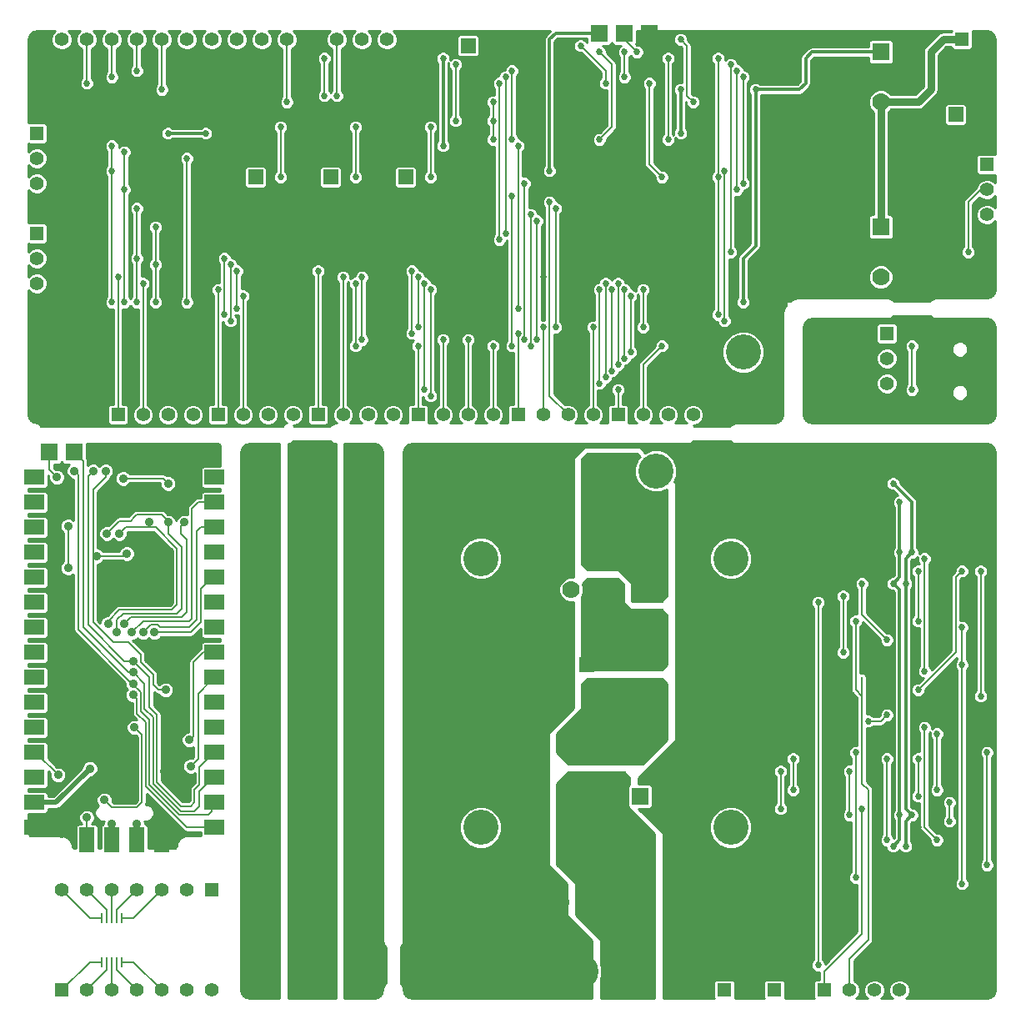
<source format=gbl>
G04 (created by PCBNEW (22-Jun-2014 BZR 4027)-stable) date Fri 03 Apr 2015 12:50:18 PM MDT*
%MOIN*%
G04 Gerber Fmt 3.4, Leading zero omitted, Abs format*
%FSLAX34Y34*%
G01*
G70*
G90*
G04 APERTURE LIST*
%ADD10C,0.00590551*%
%ADD11C,0.07*%
%ADD12R,0.07X0.07*%
%ADD13R,0.055X0.055*%
%ADD14C,0.055*%
%ADD15C,0.14*%
%ADD16R,0.0590551X0.0590551*%
%ADD17R,0.06X0.06*%
%ADD18C,0.06*%
%ADD19R,0.06X0.1*%
%ADD20R,0.08X0.06*%
%ADD21R,0.0106X0.0394*%
%ADD22C,0.027*%
%ADD23C,0.035*%
%ADD24C,0.03*%
%ADD25C,0.012*%
%ADD26C,0.02*%
%ADD27C,0.007*%
%ADD28C,0.008*%
%ADD29C,0.01*%
G04 APERTURE END LIST*
G54D10*
G54D11*
X80750Y-47750D03*
X80750Y-46000D03*
G54D12*
X82627Y-47750D03*
G54D13*
X88000Y-55500D03*
G54D14*
X89000Y-55500D03*
G54D13*
X86000Y-55500D03*
G54D14*
X87000Y-55500D03*
G54D13*
X90000Y-55500D03*
G54D14*
X91000Y-55500D03*
X92000Y-55500D03*
X93000Y-55500D03*
G54D11*
X79872Y-39500D03*
X81250Y-39500D03*
G54D12*
X82627Y-39500D03*
G54D15*
X80250Y-54750D03*
X82250Y-54750D03*
X79250Y-34750D03*
X81250Y-34750D03*
X83250Y-34750D03*
G54D13*
X58500Y-21250D03*
G54D14*
X58500Y-22250D03*
X58500Y-23250D03*
X58500Y-24250D03*
G54D13*
X58500Y-25250D03*
G54D14*
X58500Y-26250D03*
X58500Y-27250D03*
X58500Y-28250D03*
G54D15*
X86750Y-32000D03*
X86750Y-30000D03*
X67500Y-52250D03*
X69500Y-52250D03*
X71500Y-52250D03*
X67500Y-49750D03*
X69500Y-49750D03*
X71500Y-49750D03*
X67500Y-47250D03*
X69500Y-47250D03*
X71500Y-47250D03*
X67500Y-44750D03*
X69500Y-44750D03*
X71500Y-44750D03*
X67500Y-42250D03*
X69500Y-42250D03*
X71500Y-42250D03*
X67500Y-37250D03*
X69500Y-37250D03*
X71500Y-37250D03*
X67500Y-39750D03*
X69500Y-39750D03*
X71500Y-39750D03*
G54D13*
X61750Y-32500D03*
G54D14*
X62750Y-32500D03*
X63750Y-32500D03*
X64750Y-32500D03*
G54D13*
X65750Y-32500D03*
G54D14*
X66750Y-32500D03*
X67750Y-32500D03*
X68750Y-32500D03*
G54D13*
X69750Y-32500D03*
G54D14*
X70750Y-32500D03*
X71750Y-32500D03*
X72750Y-32500D03*
G54D13*
X73750Y-32500D03*
G54D14*
X74750Y-32500D03*
X75750Y-32500D03*
X76750Y-32500D03*
G54D13*
X77750Y-32500D03*
G54D14*
X78750Y-32500D03*
X79750Y-32500D03*
X80750Y-32500D03*
G54D13*
X81750Y-32500D03*
G54D14*
X82750Y-32500D03*
X83750Y-32500D03*
X84750Y-32500D03*
G54D16*
X67250Y-23000D03*
G54D13*
X95500Y-17500D03*
G54D14*
X96500Y-17500D03*
G54D15*
X95750Y-34750D03*
G54D11*
X92250Y-20000D03*
X92250Y-19000D03*
G54D12*
X92250Y-18000D03*
G54D11*
X92250Y-27000D03*
X92250Y-26000D03*
G54D12*
X92250Y-25000D03*
G54D15*
X69500Y-34500D03*
X69500Y-55000D03*
G54D13*
X73500Y-17500D03*
G54D14*
X72500Y-17500D03*
X71500Y-17500D03*
X70500Y-17500D03*
X69500Y-17500D03*
X68500Y-17500D03*
X67500Y-17500D03*
X66500Y-17500D03*
X65500Y-17500D03*
X64500Y-17500D03*
X63500Y-17500D03*
X62500Y-17500D03*
X61500Y-17500D03*
X60500Y-17500D03*
X59500Y-17500D03*
X58500Y-17500D03*
G54D16*
X70250Y-23000D03*
X73250Y-23000D03*
G54D15*
X87750Y-26750D03*
X59250Y-31750D03*
X87750Y-18500D03*
G54D13*
X96500Y-22500D03*
G54D14*
X96500Y-23500D03*
X96500Y-24500D03*
X96500Y-25500D03*
G54D13*
X92500Y-29250D03*
G54D14*
X92500Y-30250D03*
X92500Y-31250D03*
X92500Y-32250D03*
G54D15*
X90500Y-29500D03*
X90500Y-32000D03*
X95750Y-54750D03*
X76250Y-49000D03*
X86250Y-49000D03*
X76250Y-38250D03*
X86250Y-38250D03*
X74000Y-38250D03*
X74000Y-49000D03*
G54D17*
X75750Y-17750D03*
G54D18*
X76750Y-17750D03*
G54D17*
X95250Y-20500D03*
G54D18*
X96250Y-20500D03*
G54D17*
X80500Y-42500D03*
G54D18*
X79500Y-42500D03*
G54D12*
X83000Y-17250D03*
X82000Y-17250D03*
X81000Y-17250D03*
G54D17*
X80500Y-52000D03*
G54D18*
X79500Y-52000D03*
G54D19*
X63500Y-49500D03*
X62500Y-49500D03*
X61500Y-49500D03*
X60500Y-49500D03*
G54D12*
X61000Y-34000D03*
X60000Y-34000D03*
X59000Y-34000D03*
G54D20*
X65600Y-45000D03*
X65600Y-46000D03*
X65600Y-47000D03*
X65600Y-48000D03*
X65600Y-49000D03*
X65600Y-40000D03*
X65600Y-41000D03*
X65600Y-42000D03*
X65600Y-43000D03*
X65600Y-44000D03*
X65600Y-35000D03*
X65600Y-36000D03*
X65600Y-37000D03*
X65600Y-38000D03*
X65600Y-39000D03*
X58400Y-39000D03*
X58400Y-38000D03*
X58400Y-37000D03*
X58400Y-36000D03*
X58400Y-35000D03*
X58400Y-44000D03*
X58400Y-43000D03*
X58400Y-42000D03*
X58400Y-41000D03*
X58400Y-40000D03*
X58400Y-49000D03*
X58400Y-48000D03*
X58400Y-47000D03*
X58400Y-46000D03*
X58400Y-45000D03*
G54D15*
X64250Y-34400D03*
G54D13*
X59500Y-55500D03*
G54D14*
X60500Y-55500D03*
X61500Y-55500D03*
X62500Y-55500D03*
X63500Y-55500D03*
X64500Y-55500D03*
X65500Y-55500D03*
G54D13*
X65500Y-51500D03*
G54D14*
X64500Y-51500D03*
X63500Y-51500D03*
X62500Y-51500D03*
X61500Y-51500D03*
X60500Y-51500D03*
X59500Y-51500D03*
G54D21*
X61100Y-52625D03*
X61300Y-52625D03*
X61500Y-52625D03*
X61700Y-52625D03*
X61900Y-52625D03*
X61900Y-54375D03*
X61700Y-54375D03*
X61500Y-54375D03*
X61300Y-54375D03*
X61100Y-54375D03*
G54D22*
X63750Y-21250D03*
X65250Y-21250D03*
X79000Y-22750D03*
X84250Y-19500D03*
X87250Y-19500D03*
X84250Y-21250D03*
X86750Y-28000D03*
X74750Y-21750D03*
X74750Y-18250D03*
G54D23*
X60625Y-46647D03*
X59300Y-35000D03*
G54D22*
X82750Y-29000D03*
X82750Y-27500D03*
G54D23*
X62350Y-43700D03*
X60000Y-34750D03*
X62350Y-43250D03*
X62350Y-42800D03*
X60750Y-34750D03*
X62350Y-42350D03*
X62000Y-40850D03*
X64400Y-36800D03*
X61300Y-37250D03*
X63750Y-36800D03*
X61700Y-41200D03*
X61800Y-37250D03*
X63000Y-36800D03*
X61350Y-40850D03*
X62500Y-48850D03*
X61500Y-48850D03*
X64650Y-46550D03*
X64600Y-45500D03*
G54D22*
X83750Y-21500D03*
X83750Y-18250D03*
X63500Y-19500D03*
G54D23*
X63200Y-41200D03*
G54D22*
X62500Y-18750D03*
X77500Y-18750D03*
X77500Y-21500D03*
X77250Y-19000D03*
X77250Y-25250D03*
X61500Y-19000D03*
G54D23*
X62750Y-41200D03*
G54D22*
X77000Y-25500D03*
X77000Y-19250D03*
X60500Y-19250D03*
G54D23*
X62300Y-41200D03*
G54D22*
X76750Y-21500D03*
X76750Y-20750D03*
X76750Y-20000D03*
X68500Y-20000D03*
G54D23*
X59750Y-38627D03*
X59750Y-36950D03*
X59350Y-46900D03*
G54D22*
X61500Y-21750D03*
X61500Y-22750D03*
X61500Y-28000D03*
X86500Y-18750D03*
X86500Y-23500D03*
X82000Y-19000D03*
X82000Y-18000D03*
X86750Y-23250D03*
X86750Y-19000D03*
X62000Y-22000D03*
X62000Y-23500D03*
X62000Y-28000D03*
X64500Y-22250D03*
X64500Y-28000D03*
X81000Y-21500D03*
X81000Y-18000D03*
X75250Y-18500D03*
X75250Y-20750D03*
X85750Y-18250D03*
X82500Y-18000D03*
X62500Y-24250D03*
X62500Y-26250D03*
X62500Y-28000D03*
X66000Y-26250D03*
X66000Y-28500D03*
X85750Y-28500D03*
X85750Y-23000D03*
X83500Y-23000D03*
X83000Y-19250D03*
X81250Y-19250D03*
X80250Y-17750D03*
X63250Y-28000D03*
X63250Y-26500D03*
X63250Y-25000D03*
X66250Y-26500D03*
X66250Y-28750D03*
X86000Y-22750D03*
X86000Y-28750D03*
X66500Y-26750D03*
X77750Y-28250D03*
X77750Y-21750D03*
X66500Y-28250D03*
X95500Y-41000D03*
X95500Y-42500D03*
X95500Y-51250D03*
X82000Y-30250D03*
X82000Y-27500D03*
X81500Y-30750D03*
X81500Y-27500D03*
X81000Y-31250D03*
X81000Y-27500D03*
X77500Y-29750D03*
X77500Y-23750D03*
X76750Y-29750D03*
X79250Y-24250D03*
X79250Y-29000D03*
X80750Y-29000D03*
X78500Y-24750D03*
X78500Y-29500D03*
X91250Y-40750D03*
X93750Y-40750D03*
X93750Y-38750D03*
X62750Y-27250D03*
X66750Y-27750D03*
X70750Y-27000D03*
X71500Y-27000D03*
X71500Y-29500D03*
X74750Y-29500D03*
X73750Y-27000D03*
X73750Y-29000D03*
X78750Y-29000D03*
X83500Y-29750D03*
X74250Y-27500D03*
X74250Y-31750D03*
X94000Y-42750D03*
X94000Y-38250D03*
G54D23*
X61950Y-35050D03*
X63750Y-35250D03*
G54D22*
X91750Y-44750D03*
X92500Y-44500D03*
X83500Y-44250D03*
X83500Y-44750D03*
X83250Y-43500D03*
X82750Y-43500D03*
X82250Y-43500D03*
X81750Y-43500D03*
X81750Y-44000D03*
X81750Y-44500D03*
X81750Y-45000D03*
X82250Y-45000D03*
X82750Y-45000D03*
X83250Y-45000D03*
X83000Y-44750D03*
X82500Y-44750D03*
X83500Y-43750D03*
X83000Y-43750D03*
X82500Y-43750D03*
X82000Y-43750D03*
X82000Y-44250D03*
X82000Y-44750D03*
X83500Y-42250D03*
X83500Y-41250D03*
X83000Y-41250D03*
X82500Y-41250D03*
X82000Y-41250D03*
X82000Y-41750D03*
X82000Y-42250D03*
X82500Y-42250D03*
X83000Y-42250D03*
X83500Y-41750D03*
X83250Y-42500D03*
X82750Y-42500D03*
X82250Y-42500D03*
X81750Y-42500D03*
X81750Y-42000D03*
X81750Y-41500D03*
X81750Y-41000D03*
X82250Y-41000D03*
X82750Y-41000D03*
X84750Y-20000D03*
X84250Y-17500D03*
G54D23*
X61250Y-34750D03*
X60900Y-38150D03*
X62100Y-38050D03*
X63650Y-43500D03*
G54D22*
X70500Y-19750D03*
X86250Y-18500D03*
X86250Y-26000D03*
X74250Y-21000D03*
X74250Y-23000D03*
X71250Y-21000D03*
X71250Y-23000D03*
X68250Y-21000D03*
X68250Y-23000D03*
X92750Y-39250D03*
X93000Y-38000D03*
X93000Y-36000D03*
X93000Y-48500D03*
X92750Y-49750D03*
X93250Y-49750D03*
X93500Y-38000D03*
X93250Y-39250D03*
X92750Y-35250D03*
X93500Y-48500D03*
X88750Y-46250D03*
X88750Y-47500D03*
G54D23*
X61200Y-47900D03*
X62400Y-45000D03*
X60500Y-48600D03*
G54D22*
X82250Y-30000D03*
X82250Y-27750D03*
X81750Y-30500D03*
X81750Y-27250D03*
X81250Y-31000D03*
X81250Y-27250D03*
X78000Y-29500D03*
X78000Y-23250D03*
X75750Y-29500D03*
X79000Y-24000D03*
X78250Y-29750D03*
X78250Y-24500D03*
X91500Y-48250D03*
X61750Y-27000D03*
X65750Y-27500D03*
X69750Y-26750D03*
X71250Y-27250D03*
X71250Y-29750D03*
X73750Y-29750D03*
X73500Y-26750D03*
X73500Y-29250D03*
X77750Y-29250D03*
X74000Y-27250D03*
X74000Y-31500D03*
X81750Y-31500D03*
X84500Y-36750D03*
X84500Y-40750D03*
X92000Y-38000D03*
X96000Y-41500D03*
X93750Y-49000D03*
X96000Y-49250D03*
X94000Y-50500D03*
X93500Y-52500D03*
X91750Y-54000D03*
X78750Y-47000D03*
X60000Y-20500D03*
X83750Y-27750D03*
X86000Y-17750D03*
X86000Y-33750D03*
X85000Y-33750D03*
X94250Y-27250D03*
X90500Y-19000D03*
X78250Y-17500D03*
X85500Y-22000D03*
X85000Y-24500D03*
X81000Y-25500D03*
X75250Y-26250D03*
X72250Y-26250D03*
X69250Y-26250D03*
X72500Y-24500D03*
X69500Y-24500D03*
X66500Y-24500D03*
X83000Y-25750D03*
X81250Y-22750D03*
X80750Y-27250D03*
X83250Y-27000D03*
X87750Y-24250D03*
X82500Y-22750D03*
X83250Y-24000D03*
X78750Y-27000D03*
X82500Y-21000D03*
G54D23*
X59500Y-49250D03*
X63600Y-46750D03*
X60750Y-47500D03*
X63500Y-48750D03*
X64250Y-47250D03*
X59750Y-35872D03*
X63224Y-37925D03*
X61300Y-35872D03*
X62100Y-38600D03*
X64050Y-44850D03*
X63200Y-42450D03*
X59500Y-45200D03*
X60400Y-43350D03*
X61150Y-42950D03*
X59200Y-39550D03*
X60400Y-41950D03*
X61500Y-43800D03*
X63700Y-39900D03*
G54D22*
X92500Y-49500D03*
X92500Y-46250D03*
X88250Y-48250D03*
X88250Y-46750D03*
X91000Y-46750D03*
X91000Y-48500D03*
X96500Y-46000D03*
X96500Y-50500D03*
X91250Y-46000D03*
X91250Y-51000D03*
X90750Y-39750D03*
X90750Y-42000D03*
X89750Y-40000D03*
X89750Y-54500D03*
X94500Y-49500D03*
X94000Y-45000D03*
X91500Y-39250D03*
X92500Y-41500D03*
X95500Y-38750D03*
X93750Y-43500D03*
X95000Y-48750D03*
X95000Y-48000D03*
X94500Y-45250D03*
X94500Y-47500D03*
X96250Y-38750D03*
X96250Y-43750D03*
X93500Y-31500D03*
X93500Y-29750D03*
X70000Y-18250D03*
X70000Y-19750D03*
X95750Y-26000D03*
X93750Y-47750D03*
X93750Y-46250D03*
G54D24*
X92250Y-20000D02*
X93750Y-20000D01*
X94750Y-17500D02*
X95500Y-17500D01*
X94250Y-18000D02*
X94750Y-17500D01*
X94250Y-19500D02*
X94250Y-18000D01*
X93750Y-20000D02*
X94250Y-19500D01*
X92250Y-25000D02*
X92250Y-20000D01*
G54D25*
X65250Y-21250D02*
X63750Y-21250D01*
X81000Y-17250D02*
X79250Y-17250D01*
X79000Y-17500D02*
X79000Y-22750D01*
X79250Y-17250D02*
X79000Y-17500D01*
X87250Y-19500D02*
X87500Y-19500D01*
X87250Y-19750D02*
X87250Y-19500D01*
X87250Y-23750D02*
X87250Y-25750D01*
X87250Y-25750D02*
X86750Y-26250D01*
X84250Y-21250D02*
X84250Y-19500D01*
X86750Y-28000D02*
X86750Y-26250D01*
X87250Y-23750D02*
X87250Y-19750D01*
X87500Y-19500D02*
X89000Y-19500D01*
X89250Y-18250D02*
X89500Y-18000D01*
X89250Y-19250D02*
X89250Y-18250D01*
X89000Y-19500D02*
X89250Y-19250D01*
X89500Y-18000D02*
X92250Y-18000D01*
X74750Y-18250D02*
X74750Y-21750D01*
G54D26*
X59272Y-48000D02*
X58500Y-48000D01*
X60625Y-46647D02*
X59272Y-48000D01*
G54D27*
X59000Y-34700D02*
X59000Y-34000D01*
X59300Y-35000D02*
X59000Y-34700D01*
G54D28*
X82750Y-27500D02*
X82750Y-29000D01*
G54D27*
X62850Y-47350D02*
X62850Y-44800D01*
X64500Y-49000D02*
X62850Y-47350D01*
X65500Y-49000D02*
X64500Y-49000D01*
X62850Y-44800D02*
X62859Y-44800D01*
X62500Y-44440D02*
X62859Y-44800D01*
X62500Y-43850D02*
X62500Y-44440D01*
X62350Y-43700D02*
X62500Y-43850D01*
X60150Y-35750D02*
X60150Y-34900D01*
X60150Y-34900D02*
X60000Y-34750D01*
X65500Y-48000D02*
X65500Y-48350D01*
X63000Y-47300D02*
X63000Y-44700D01*
X64200Y-48500D02*
X63000Y-47300D01*
X65350Y-48500D02*
X64200Y-48500D01*
X65500Y-48350D02*
X65350Y-48500D01*
X62650Y-44350D02*
X62650Y-43600D01*
X62650Y-43600D02*
X62300Y-43250D01*
X60150Y-41100D02*
X62300Y-43250D01*
X60150Y-35750D02*
X60150Y-41100D01*
X62350Y-43250D02*
X62300Y-43250D01*
X63000Y-44700D02*
X62650Y-44350D01*
X60350Y-35050D02*
X60350Y-34350D01*
X60350Y-34350D02*
X60000Y-34000D01*
X65500Y-47000D02*
X65500Y-47050D01*
X64247Y-48350D02*
X63150Y-47252D01*
X64800Y-48350D02*
X64247Y-48350D01*
X65000Y-48150D02*
X64800Y-48350D01*
X65000Y-47550D02*
X65000Y-48150D01*
X65500Y-47050D02*
X65000Y-47550D01*
X63150Y-47252D02*
X63150Y-44600D01*
X62350Y-42800D02*
X62150Y-42800D01*
X62800Y-44250D02*
X62800Y-43250D01*
X62800Y-43250D02*
X62350Y-42800D01*
X63150Y-44600D02*
X62800Y-44250D01*
X62150Y-42800D02*
X60350Y-41000D01*
X60350Y-41000D02*
X60350Y-35050D01*
X62000Y-42350D02*
X60550Y-40900D01*
X60550Y-35300D02*
X60550Y-40900D01*
X62350Y-42350D02*
X62000Y-42350D01*
X60550Y-34950D02*
X60750Y-34750D01*
X60550Y-35300D02*
X60550Y-34950D01*
X63300Y-47204D02*
X63300Y-44500D01*
X64245Y-48150D02*
X63300Y-47204D01*
X64650Y-48150D02*
X64245Y-48150D01*
X63000Y-44200D02*
X63000Y-43000D01*
X63000Y-43000D02*
X62350Y-42350D01*
X63300Y-44500D02*
X63000Y-44200D01*
X65500Y-46000D02*
X65500Y-46100D01*
X64800Y-48000D02*
X64650Y-48150D01*
X64800Y-47500D02*
X64800Y-48000D01*
X65000Y-47300D02*
X64800Y-47500D01*
X65000Y-46600D02*
X65000Y-47300D01*
X65500Y-46100D02*
X65000Y-46600D01*
X64250Y-37250D02*
X64250Y-36950D01*
X64500Y-38500D02*
X64500Y-37500D01*
X64500Y-37500D02*
X64250Y-37250D01*
X62250Y-40600D02*
X64300Y-40600D01*
X64500Y-40400D02*
X64500Y-38500D01*
X64300Y-40600D02*
X64500Y-40400D01*
X62000Y-40850D02*
X62250Y-40600D01*
X64250Y-36950D02*
X64400Y-36800D01*
X62400Y-36600D02*
X62250Y-36750D01*
X63500Y-36500D02*
X62500Y-36500D01*
X63750Y-36750D02*
X63500Y-36500D01*
X63750Y-36800D02*
X63750Y-36750D01*
X62500Y-36500D02*
X62400Y-36600D01*
X61800Y-36750D02*
X61300Y-37250D01*
X62250Y-36750D02*
X61800Y-36750D01*
X64250Y-37750D02*
X63750Y-37250D01*
X63750Y-37250D02*
X63750Y-36800D01*
X61950Y-40450D02*
X64100Y-40450D01*
X64300Y-37800D02*
X64250Y-37750D01*
X64300Y-40250D02*
X64300Y-37800D01*
X64100Y-40450D02*
X64300Y-40250D01*
X61700Y-40700D02*
X61950Y-40450D01*
X61700Y-40800D02*
X61700Y-40700D01*
X61700Y-41200D02*
X61700Y-40800D01*
X62150Y-37000D02*
X62050Y-37000D01*
X62050Y-37000D02*
X61800Y-37250D01*
X63000Y-37000D02*
X62150Y-37000D01*
X63000Y-37000D02*
X63000Y-36800D01*
X64100Y-38250D02*
X64100Y-37850D01*
X63250Y-37000D02*
X63000Y-37000D01*
X64100Y-37850D02*
X63250Y-37000D01*
X61800Y-40300D02*
X63900Y-40300D01*
X64100Y-40100D02*
X64100Y-38250D01*
X63900Y-40300D02*
X64100Y-40100D01*
X61350Y-40850D02*
X61350Y-40750D01*
X61350Y-40750D02*
X61800Y-40300D01*
X62500Y-48850D02*
X62500Y-49500D01*
X61500Y-48850D02*
X61500Y-49500D01*
X64950Y-43650D02*
X64950Y-46250D01*
X65500Y-43100D02*
X64950Y-43650D01*
X65500Y-43000D02*
X65500Y-43100D01*
X64950Y-46250D02*
X64650Y-46550D01*
X65500Y-42000D02*
X65150Y-42000D01*
X64750Y-45350D02*
X64600Y-45500D01*
X64750Y-42400D02*
X64750Y-45350D01*
X65150Y-42000D02*
X64750Y-42400D01*
G54D28*
X83750Y-18250D02*
X83750Y-21500D01*
X63500Y-19500D02*
X63500Y-17500D01*
G54D27*
X63200Y-41200D02*
X64650Y-41200D01*
X65050Y-40800D02*
X65050Y-39450D01*
X64650Y-41200D02*
X65050Y-40800D01*
X65050Y-39450D02*
X65500Y-39000D01*
G54D28*
X62500Y-17500D02*
X62500Y-18750D01*
X77500Y-18750D02*
X77500Y-21500D01*
X77250Y-25250D02*
X77250Y-19000D01*
X61500Y-19000D02*
X61500Y-17500D01*
G54D27*
X63050Y-40900D02*
X63340Y-40900D01*
X64900Y-37150D02*
X65050Y-37000D01*
X64900Y-40700D02*
X64900Y-37150D01*
X64600Y-41000D02*
X64900Y-40700D01*
X63440Y-41000D02*
X64600Y-41000D01*
X63340Y-40900D02*
X63440Y-41000D01*
X65050Y-37000D02*
X65500Y-37000D01*
X62750Y-41200D02*
X63050Y-40900D01*
G54D28*
X60500Y-17500D02*
X60500Y-19250D01*
X77000Y-25500D02*
X77000Y-19250D01*
G54D27*
X62750Y-40750D02*
X64600Y-40750D01*
X64700Y-36250D02*
X64950Y-36000D01*
X64700Y-40650D02*
X64700Y-36250D01*
X64600Y-40750D02*
X64700Y-40650D01*
X64950Y-36000D02*
X65500Y-36000D01*
X62300Y-41200D02*
X62750Y-40750D01*
G54D28*
X76750Y-21500D02*
X76750Y-20750D01*
X76750Y-20750D02*
X76750Y-20000D01*
X68500Y-17500D02*
X68500Y-20000D01*
G54D27*
X59750Y-38627D02*
X59750Y-36950D01*
X58500Y-46000D02*
X58500Y-46050D01*
X58500Y-46050D02*
X59350Y-46900D01*
G54D28*
X61500Y-22750D02*
X61500Y-21750D01*
X61500Y-28000D02*
X61500Y-22750D01*
X86500Y-18750D02*
X86500Y-20250D01*
X86500Y-20250D02*
X86500Y-23500D01*
X82000Y-18000D02*
X82000Y-19000D01*
X86750Y-19000D02*
X86750Y-20500D01*
X86750Y-20500D02*
X86750Y-23250D01*
X62000Y-23500D02*
X62000Y-22000D01*
X62000Y-28000D02*
X62000Y-23500D01*
X81000Y-18000D02*
X81500Y-18500D01*
X81500Y-21000D02*
X81000Y-21500D01*
X81500Y-18500D02*
X81500Y-21000D01*
X64500Y-28000D02*
X64500Y-22250D01*
X75250Y-18500D02*
X75250Y-20750D01*
X82000Y-17250D02*
X82000Y-17500D01*
X85750Y-18500D02*
X85750Y-23000D01*
X85750Y-18250D02*
X85750Y-18500D01*
X82000Y-17500D02*
X82500Y-18000D01*
X62500Y-26250D02*
X62500Y-24250D01*
X62500Y-28000D02*
X62500Y-26250D01*
X66000Y-26250D02*
X66000Y-28500D01*
X85750Y-28500D02*
X85750Y-23000D01*
X83500Y-23000D02*
X83000Y-22500D01*
X83000Y-22500D02*
X83000Y-19250D01*
X80250Y-17750D02*
X81250Y-18750D01*
X81250Y-18750D02*
X81250Y-19250D01*
X63250Y-28000D02*
X63250Y-26500D01*
X63250Y-25000D02*
X63250Y-26500D01*
X66250Y-26500D02*
X66250Y-28750D01*
X86000Y-28750D02*
X86000Y-22750D01*
X66500Y-26750D02*
X66500Y-28250D01*
X77750Y-21750D02*
X77750Y-28250D01*
X95500Y-41000D02*
X95500Y-42500D01*
X95500Y-42500D02*
X95500Y-51250D01*
X82000Y-27500D02*
X82000Y-30250D01*
X81500Y-27500D02*
X81500Y-30750D01*
X81000Y-27500D02*
X81000Y-31250D01*
X77500Y-23750D02*
X77500Y-29750D01*
X76750Y-32500D02*
X76750Y-29750D01*
X80750Y-32500D02*
X80750Y-29000D01*
X79250Y-29000D02*
X79250Y-24250D01*
X78500Y-29500D02*
X78500Y-24750D01*
X91750Y-47500D02*
X91750Y-53500D01*
X91750Y-53500D02*
X91000Y-54250D01*
X91000Y-55500D02*
X91000Y-54250D01*
X91500Y-43750D02*
X91250Y-43500D01*
X91250Y-43500D02*
X91250Y-40750D01*
X93750Y-40750D02*
X93750Y-38750D01*
X91500Y-43000D02*
X91500Y-43750D01*
X91500Y-43750D02*
X91500Y-47250D01*
X91500Y-47250D02*
X91750Y-47500D01*
X62750Y-27250D02*
X62750Y-32500D01*
X66750Y-32500D02*
X66750Y-27750D01*
X70750Y-32500D02*
X70750Y-27000D01*
X74750Y-32500D02*
X74750Y-29500D01*
X71500Y-29500D02*
X71500Y-27000D01*
X78750Y-32500D02*
X78750Y-29000D01*
X73750Y-29000D02*
X73750Y-27000D01*
X82750Y-32500D02*
X82750Y-30500D01*
X82750Y-30500D02*
X83500Y-29750D01*
X74250Y-31750D02*
X74250Y-27500D01*
X94000Y-42750D02*
X94000Y-38250D01*
G54D27*
X63550Y-35050D02*
X61950Y-35050D01*
X63750Y-35250D02*
X63550Y-35050D01*
G54D28*
X92500Y-44500D02*
X92250Y-44750D01*
X91750Y-44750D02*
X92250Y-44750D01*
X83500Y-44750D02*
X83500Y-44250D01*
X83250Y-43500D02*
X82750Y-43500D01*
X82250Y-43500D02*
X81750Y-43500D01*
X81750Y-44000D02*
X81750Y-44500D01*
X81750Y-45000D02*
X82250Y-45000D01*
X82750Y-45000D02*
X83250Y-45000D01*
X82500Y-44750D02*
X83000Y-44750D01*
X83500Y-43750D02*
X83000Y-43750D01*
X82500Y-43750D02*
X82000Y-43750D01*
X82000Y-44250D02*
X82000Y-44750D01*
X82750Y-41750D02*
X83000Y-41750D01*
X83000Y-41750D02*
X83500Y-42250D01*
X83000Y-41250D02*
X83500Y-41250D01*
X82000Y-41250D02*
X82500Y-41250D01*
X82000Y-42250D02*
X82000Y-41750D01*
X83000Y-42250D02*
X82500Y-42250D01*
X83500Y-41750D02*
X83250Y-42000D01*
X83250Y-42000D02*
X83250Y-42500D01*
X82750Y-42500D02*
X82250Y-42500D01*
X81750Y-42500D02*
X81750Y-42000D01*
X81750Y-41500D02*
X81750Y-41000D01*
X82250Y-41000D02*
X82750Y-41000D01*
X84500Y-19750D02*
X84750Y-20000D01*
X84500Y-17750D02*
X84500Y-19750D01*
X84250Y-17500D02*
X84500Y-17750D01*
G54D27*
X60750Y-35750D02*
X60750Y-35500D01*
X61250Y-35000D02*
X61250Y-34750D01*
X60750Y-35500D02*
X61250Y-35000D01*
X62000Y-38150D02*
X60900Y-38150D01*
X62100Y-38050D02*
X62000Y-38150D01*
X63650Y-43500D02*
X63350Y-43500D01*
X62650Y-42100D02*
X62150Y-41600D01*
X62650Y-42400D02*
X62650Y-42100D01*
X63150Y-42900D02*
X62650Y-42400D01*
X63150Y-43300D02*
X63150Y-42900D01*
X63350Y-43500D02*
X63150Y-43300D01*
X60750Y-38150D02*
X60900Y-38150D01*
X60750Y-38500D02*
X60750Y-38150D01*
X60750Y-38150D02*
X60750Y-37600D01*
X61550Y-41600D02*
X60750Y-40800D01*
X60750Y-37600D02*
X60750Y-35750D01*
X60750Y-35750D02*
X60750Y-35650D01*
X62150Y-41600D02*
X61550Y-41600D01*
X60750Y-40800D02*
X60750Y-38500D01*
G54D28*
X70500Y-17500D02*
X70500Y-19750D01*
X86250Y-18500D02*
X86250Y-19750D01*
X86250Y-19750D02*
X86250Y-26000D01*
X74250Y-23000D02*
X74250Y-21000D01*
X71250Y-23000D02*
X71250Y-21000D01*
X68250Y-23000D02*
X68250Y-21000D01*
G54D25*
X92750Y-39250D02*
X93000Y-39500D01*
X92750Y-39250D02*
X93000Y-39000D01*
X93000Y-48500D02*
X93000Y-40500D01*
X93000Y-40500D02*
X93000Y-39500D01*
X93000Y-39000D02*
X93000Y-38000D01*
X93000Y-38000D02*
X93000Y-36000D01*
X93000Y-49500D02*
X93000Y-48500D01*
X92750Y-49750D02*
X93000Y-49500D01*
X93250Y-39250D02*
X93250Y-39000D01*
X93250Y-38250D02*
X93500Y-38000D01*
X93250Y-39000D02*
X93250Y-38250D01*
X93250Y-48750D02*
X93250Y-49750D01*
X93250Y-48750D02*
X93500Y-48500D01*
X93500Y-48500D02*
X93250Y-48250D01*
X93250Y-48250D02*
X93250Y-39500D01*
X93250Y-39500D02*
X93250Y-39250D01*
X93500Y-38000D02*
X93500Y-36000D01*
X93500Y-36000D02*
X92750Y-35250D01*
G54D28*
X88750Y-47500D02*
X88750Y-46250D01*
G54D27*
X61500Y-48200D02*
X61200Y-47900D01*
X62500Y-48200D02*
X61500Y-48200D01*
X62700Y-48000D02*
X62500Y-48200D01*
X62700Y-45300D02*
X62700Y-48000D01*
X62400Y-45000D02*
X62700Y-45300D01*
X60500Y-48600D02*
X60500Y-49500D01*
G54D28*
X82250Y-27750D02*
X82250Y-30000D01*
X81750Y-27250D02*
X81750Y-30500D01*
X81250Y-27250D02*
X81250Y-31000D01*
X78000Y-23250D02*
X78000Y-29500D01*
X75750Y-32500D02*
X75750Y-29500D01*
X79750Y-32500D02*
X79000Y-31750D01*
X79000Y-31750D02*
X79000Y-24000D01*
X78250Y-29250D02*
X78250Y-29750D01*
X78250Y-29250D02*
X78250Y-24500D01*
X91500Y-48250D02*
X91500Y-53250D01*
X91500Y-53250D02*
X90000Y-54750D01*
X90000Y-54750D02*
X90000Y-55500D01*
X61750Y-32500D02*
X61750Y-27000D01*
X65750Y-27500D02*
X65750Y-32500D01*
X69750Y-32500D02*
X69750Y-26750D01*
X73750Y-32500D02*
X73750Y-29750D01*
X71250Y-29750D02*
X71250Y-27250D01*
X77750Y-32500D02*
X77750Y-29250D01*
X73500Y-29250D02*
X73500Y-26750D01*
X81750Y-32500D02*
X81750Y-31500D01*
X74000Y-31500D02*
X74000Y-27250D01*
G54D26*
X79250Y-34750D02*
X79250Y-34500D01*
X80000Y-33750D02*
X86000Y-33750D01*
X79250Y-34500D02*
X80000Y-33750D01*
G54D27*
X63224Y-37925D02*
X63200Y-37950D01*
X64050Y-44850D02*
X63950Y-44750D01*
X63200Y-42450D02*
X63950Y-43200D01*
X63950Y-43200D02*
X63950Y-44750D01*
X60400Y-43350D02*
X60750Y-43350D01*
X60750Y-43350D02*
X61150Y-42950D01*
X61300Y-52625D02*
X61300Y-52300D01*
X61300Y-52300D02*
X60500Y-51500D01*
G54D28*
X92500Y-46250D02*
X92500Y-49500D01*
G54D27*
X61100Y-52625D02*
X60625Y-52625D01*
X60625Y-52625D02*
X59500Y-51500D01*
G54D28*
X91000Y-48500D02*
X91000Y-46750D01*
X88250Y-46750D02*
X88250Y-48250D01*
G54D27*
X61500Y-54375D02*
X61500Y-55500D01*
X61300Y-54375D02*
X61300Y-54700D01*
X61300Y-54700D02*
X60500Y-55500D01*
X61100Y-54375D02*
X60625Y-54375D01*
X60625Y-54375D02*
X59500Y-55500D01*
G54D28*
X96500Y-50500D02*
X96500Y-46000D01*
X91250Y-51000D02*
X91250Y-46000D01*
X90750Y-42000D02*
X90750Y-39750D01*
X89750Y-54500D02*
X89750Y-40000D01*
X94000Y-49000D02*
X94500Y-49500D01*
X94000Y-49000D02*
X94000Y-45000D01*
X91500Y-40500D02*
X91500Y-39250D01*
X92500Y-41500D02*
X91500Y-40500D01*
X93750Y-43500D02*
X95250Y-42000D01*
X95250Y-39000D02*
X95500Y-38750D01*
X95250Y-42000D02*
X95250Y-39000D01*
X95000Y-48000D02*
X95000Y-48750D01*
X94500Y-47500D02*
X94500Y-45250D01*
X96250Y-43750D02*
X96250Y-38750D01*
X93500Y-29750D02*
X93500Y-31500D01*
X70000Y-19750D02*
X70000Y-18250D01*
G54D27*
X61900Y-52625D02*
X62375Y-52625D01*
X62375Y-52625D02*
X63500Y-51500D01*
G54D28*
X96250Y-23500D02*
X96500Y-23500D01*
X95750Y-24000D02*
X96250Y-23500D01*
X95750Y-26000D02*
X95750Y-24000D01*
G54D27*
X61900Y-54375D02*
X62375Y-54375D01*
X62375Y-54375D02*
X63500Y-55500D01*
G54D28*
X93750Y-47750D02*
X93750Y-46250D01*
G54D27*
X61700Y-54375D02*
X61700Y-54700D01*
X61700Y-54700D02*
X62500Y-55500D01*
X61700Y-52625D02*
X61700Y-52300D01*
X61700Y-52300D02*
X62500Y-51500D01*
X61500Y-52625D02*
X61500Y-51500D01*
G54D10*
G36*
X96830Y-32482D02*
X96802Y-32624D01*
X96730Y-32731D01*
X96624Y-32802D01*
X96483Y-32830D01*
X95742Y-32830D01*
X95742Y-31551D01*
X95742Y-29819D01*
X95692Y-29699D01*
X95600Y-29606D01*
X95480Y-29557D01*
X95350Y-29556D01*
X95230Y-29606D01*
X95137Y-29698D01*
X95088Y-29818D01*
X95087Y-29948D01*
X95137Y-30068D01*
X95229Y-30161D01*
X95349Y-30210D01*
X95479Y-30211D01*
X95599Y-30161D01*
X95692Y-30069D01*
X95741Y-29949D01*
X95742Y-29819D01*
X95742Y-31551D01*
X95692Y-31431D01*
X95600Y-31338D01*
X95480Y-31289D01*
X95350Y-31288D01*
X95230Y-31338D01*
X95137Y-31430D01*
X95088Y-31550D01*
X95087Y-31680D01*
X95137Y-31800D01*
X95229Y-31893D01*
X95349Y-31942D01*
X95479Y-31943D01*
X95599Y-31893D01*
X95692Y-31801D01*
X95741Y-31681D01*
X95742Y-31551D01*
X95742Y-32830D01*
X93785Y-32830D01*
X93785Y-31443D01*
X93741Y-31338D01*
X93690Y-31286D01*
X93690Y-29963D01*
X93741Y-29911D01*
X93784Y-29806D01*
X93785Y-29693D01*
X93741Y-29588D01*
X93661Y-29508D01*
X93556Y-29465D01*
X93443Y-29464D01*
X93338Y-29508D01*
X93258Y-29588D01*
X93215Y-29693D01*
X93214Y-29806D01*
X93258Y-29911D01*
X93310Y-29963D01*
X93310Y-31286D01*
X93258Y-31338D01*
X93215Y-31443D01*
X93214Y-31556D01*
X93258Y-31661D01*
X93338Y-31741D01*
X93443Y-31784D01*
X93556Y-31785D01*
X93661Y-31741D01*
X93741Y-31661D01*
X93784Y-31556D01*
X93785Y-31443D01*
X93785Y-32830D01*
X92925Y-32830D01*
X92925Y-31165D01*
X92925Y-30165D01*
X92925Y-30165D01*
X92925Y-29495D01*
X92925Y-28945D01*
X92902Y-28890D01*
X92860Y-28847D01*
X92804Y-28825D01*
X92745Y-28824D01*
X92195Y-28824D01*
X92140Y-28847D01*
X92097Y-28889D01*
X92075Y-28945D01*
X92074Y-29004D01*
X92074Y-29554D01*
X92097Y-29609D01*
X92139Y-29652D01*
X92195Y-29674D01*
X92254Y-29675D01*
X92804Y-29675D01*
X92859Y-29652D01*
X92902Y-29610D01*
X92924Y-29554D01*
X92925Y-29495D01*
X92925Y-30165D01*
X92860Y-30009D01*
X92741Y-29889D01*
X92584Y-29825D01*
X92415Y-29824D01*
X92259Y-29889D01*
X92139Y-30008D01*
X92075Y-30165D01*
X92074Y-30334D01*
X92139Y-30490D01*
X92258Y-30610D01*
X92415Y-30674D01*
X92584Y-30675D01*
X92740Y-30610D01*
X92860Y-30491D01*
X92924Y-30334D01*
X92925Y-30165D01*
X92925Y-31165D01*
X92860Y-31009D01*
X92741Y-30889D01*
X92584Y-30825D01*
X92415Y-30824D01*
X92259Y-30889D01*
X92139Y-31008D01*
X92075Y-31165D01*
X92074Y-31334D01*
X92139Y-31490D01*
X92258Y-31610D01*
X92415Y-31674D01*
X92584Y-31675D01*
X92740Y-31610D01*
X92860Y-31491D01*
X92924Y-31334D01*
X92925Y-31165D01*
X92925Y-32830D01*
X89517Y-32830D01*
X89375Y-32802D01*
X89268Y-32730D01*
X89197Y-32624D01*
X89169Y-32483D01*
X89169Y-29016D01*
X89197Y-28875D01*
X89268Y-28769D01*
X89375Y-28697D01*
X89517Y-28669D01*
X92500Y-28669D01*
X92516Y-28666D01*
X92532Y-28666D01*
X92628Y-28647D01*
X92689Y-28622D01*
X92690Y-28621D01*
X92770Y-28568D01*
X92770Y-28567D01*
X92788Y-28550D01*
X92999Y-28550D01*
X93059Y-28550D01*
X93059Y-28550D01*
X93499Y-28550D01*
X93559Y-28550D01*
X93559Y-28550D01*
X93999Y-28550D01*
X94059Y-28550D01*
X94059Y-28550D01*
X94211Y-28550D01*
X94228Y-28567D01*
X94309Y-28622D01*
X94371Y-28647D01*
X94371Y-28647D01*
X94467Y-28666D01*
X94483Y-28666D01*
X94500Y-28669D01*
X96483Y-28669D01*
X96624Y-28697D01*
X96730Y-28768D01*
X96802Y-28875D01*
X96830Y-29017D01*
X96830Y-32482D01*
X96830Y-32482D01*
G37*
G54D29*
X96830Y-32482D02*
X96802Y-32624D01*
X96730Y-32731D01*
X96624Y-32802D01*
X96483Y-32830D01*
X95742Y-32830D01*
X95742Y-31551D01*
X95742Y-29819D01*
X95692Y-29699D01*
X95600Y-29606D01*
X95480Y-29557D01*
X95350Y-29556D01*
X95230Y-29606D01*
X95137Y-29698D01*
X95088Y-29818D01*
X95087Y-29948D01*
X95137Y-30068D01*
X95229Y-30161D01*
X95349Y-30210D01*
X95479Y-30211D01*
X95599Y-30161D01*
X95692Y-30069D01*
X95741Y-29949D01*
X95742Y-29819D01*
X95742Y-31551D01*
X95692Y-31431D01*
X95600Y-31338D01*
X95480Y-31289D01*
X95350Y-31288D01*
X95230Y-31338D01*
X95137Y-31430D01*
X95088Y-31550D01*
X95087Y-31680D01*
X95137Y-31800D01*
X95229Y-31893D01*
X95349Y-31942D01*
X95479Y-31943D01*
X95599Y-31893D01*
X95692Y-31801D01*
X95741Y-31681D01*
X95742Y-31551D01*
X95742Y-32830D01*
X93785Y-32830D01*
X93785Y-31443D01*
X93741Y-31338D01*
X93690Y-31286D01*
X93690Y-29963D01*
X93741Y-29911D01*
X93784Y-29806D01*
X93785Y-29693D01*
X93741Y-29588D01*
X93661Y-29508D01*
X93556Y-29465D01*
X93443Y-29464D01*
X93338Y-29508D01*
X93258Y-29588D01*
X93215Y-29693D01*
X93214Y-29806D01*
X93258Y-29911D01*
X93310Y-29963D01*
X93310Y-31286D01*
X93258Y-31338D01*
X93215Y-31443D01*
X93214Y-31556D01*
X93258Y-31661D01*
X93338Y-31741D01*
X93443Y-31784D01*
X93556Y-31785D01*
X93661Y-31741D01*
X93741Y-31661D01*
X93784Y-31556D01*
X93785Y-31443D01*
X93785Y-32830D01*
X92925Y-32830D01*
X92925Y-31165D01*
X92925Y-30165D01*
X92925Y-30165D01*
X92925Y-29495D01*
X92925Y-28945D01*
X92902Y-28890D01*
X92860Y-28847D01*
X92804Y-28825D01*
X92745Y-28824D01*
X92195Y-28824D01*
X92140Y-28847D01*
X92097Y-28889D01*
X92075Y-28945D01*
X92074Y-29004D01*
X92074Y-29554D01*
X92097Y-29609D01*
X92139Y-29652D01*
X92195Y-29674D01*
X92254Y-29675D01*
X92804Y-29675D01*
X92859Y-29652D01*
X92902Y-29610D01*
X92924Y-29554D01*
X92925Y-29495D01*
X92925Y-30165D01*
X92860Y-30009D01*
X92741Y-29889D01*
X92584Y-29825D01*
X92415Y-29824D01*
X92259Y-29889D01*
X92139Y-30008D01*
X92075Y-30165D01*
X92074Y-30334D01*
X92139Y-30490D01*
X92258Y-30610D01*
X92415Y-30674D01*
X92584Y-30675D01*
X92740Y-30610D01*
X92860Y-30491D01*
X92924Y-30334D01*
X92925Y-30165D01*
X92925Y-31165D01*
X92860Y-31009D01*
X92741Y-30889D01*
X92584Y-30825D01*
X92415Y-30824D01*
X92259Y-30889D01*
X92139Y-31008D01*
X92075Y-31165D01*
X92074Y-31334D01*
X92139Y-31490D01*
X92258Y-31610D01*
X92415Y-31674D01*
X92584Y-31675D01*
X92740Y-31610D01*
X92860Y-31491D01*
X92924Y-31334D01*
X92925Y-31165D01*
X92925Y-32830D01*
X89517Y-32830D01*
X89375Y-32802D01*
X89268Y-32730D01*
X89197Y-32624D01*
X89169Y-32483D01*
X89169Y-29016D01*
X89197Y-28875D01*
X89268Y-28769D01*
X89375Y-28697D01*
X89517Y-28669D01*
X92500Y-28669D01*
X92516Y-28666D01*
X92532Y-28666D01*
X92628Y-28647D01*
X92689Y-28622D01*
X92690Y-28621D01*
X92770Y-28568D01*
X92770Y-28567D01*
X92788Y-28550D01*
X92999Y-28550D01*
X93059Y-28550D01*
X93059Y-28550D01*
X93499Y-28550D01*
X93559Y-28550D01*
X93559Y-28550D01*
X93999Y-28550D01*
X94059Y-28550D01*
X94059Y-28550D01*
X94211Y-28550D01*
X94228Y-28567D01*
X94309Y-28622D01*
X94371Y-28647D01*
X94371Y-28647D01*
X94467Y-28666D01*
X94483Y-28666D01*
X94500Y-28669D01*
X96483Y-28669D01*
X96624Y-28697D01*
X96730Y-28768D01*
X96802Y-28875D01*
X96830Y-29017D01*
X96830Y-32482D01*
G54D10*
G36*
X96830Y-27482D02*
X96802Y-27624D01*
X96730Y-27731D01*
X96624Y-27802D01*
X96483Y-27830D01*
X94500Y-27830D01*
X94483Y-27833D01*
X94467Y-27833D01*
X94371Y-27852D01*
X94371Y-27852D01*
X94309Y-27877D01*
X94228Y-27932D01*
X94211Y-27950D01*
X94000Y-27950D01*
X93940Y-27949D01*
X93940Y-27950D01*
X93500Y-27950D01*
X93440Y-27949D01*
X93440Y-27950D01*
X93000Y-27950D01*
X92940Y-27949D01*
X92940Y-27950D01*
X92788Y-27950D01*
X92770Y-27932D01*
X92770Y-27931D01*
X92750Y-27918D01*
X92750Y-26900D01*
X92674Y-26717D01*
X92533Y-26576D01*
X92349Y-26500D01*
X92150Y-26499D01*
X91967Y-26575D01*
X91826Y-26716D01*
X91750Y-26900D01*
X91749Y-27099D01*
X91825Y-27282D01*
X91966Y-27423D01*
X92150Y-27499D01*
X92349Y-27500D01*
X92532Y-27424D01*
X92673Y-27283D01*
X92749Y-27099D01*
X92750Y-26900D01*
X92750Y-27918D01*
X92690Y-27878D01*
X92689Y-27877D01*
X92628Y-27852D01*
X92532Y-27833D01*
X92516Y-27833D01*
X92500Y-27830D01*
X89000Y-27830D01*
X88982Y-27833D01*
X88967Y-27833D01*
X88775Y-27871D01*
X88714Y-27896D01*
X88713Y-27897D01*
X88635Y-27950D01*
X88450Y-27950D01*
X88450Y-28134D01*
X88397Y-28213D01*
X88396Y-28214D01*
X88371Y-28275D01*
X88333Y-28467D01*
X88333Y-28483D01*
X88330Y-28500D01*
X88330Y-32482D01*
X88302Y-32624D01*
X88230Y-32731D01*
X88124Y-32802D01*
X87983Y-32830D01*
X87600Y-32830D01*
X87600Y-29831D01*
X87471Y-29519D01*
X87232Y-29279D01*
X86919Y-29150D01*
X86581Y-29149D01*
X86269Y-29278D01*
X86029Y-29517D01*
X85900Y-29830D01*
X85899Y-30168D01*
X86028Y-30480D01*
X86267Y-30720D01*
X86580Y-30849D01*
X86918Y-30850D01*
X87230Y-30721D01*
X87470Y-30482D01*
X87599Y-30169D01*
X87600Y-29831D01*
X87600Y-32830D01*
X86500Y-32830D01*
X86483Y-32833D01*
X86467Y-32833D01*
X86371Y-32852D01*
X86371Y-32852D01*
X86309Y-32877D01*
X86228Y-32932D01*
X86211Y-32950D01*
X86000Y-32950D01*
X85940Y-32949D01*
X85940Y-32950D01*
X85500Y-32950D01*
X85440Y-32949D01*
X85440Y-32950D01*
X85000Y-32950D01*
X84940Y-32949D01*
X84940Y-32950D01*
X84788Y-32950D01*
X84770Y-32932D01*
X84770Y-32931D01*
X84760Y-32925D01*
X84834Y-32925D01*
X84990Y-32860D01*
X85110Y-32741D01*
X85174Y-32584D01*
X85175Y-32415D01*
X85110Y-32259D01*
X85035Y-32183D01*
X85035Y-19943D01*
X84991Y-19838D01*
X84911Y-19758D01*
X84806Y-19715D01*
X84733Y-19714D01*
X84690Y-19671D01*
X84690Y-17750D01*
X84675Y-17677D01*
X84634Y-17615D01*
X84634Y-17615D01*
X84534Y-17516D01*
X84535Y-17443D01*
X84491Y-17338D01*
X84411Y-17258D01*
X84306Y-17215D01*
X84193Y-17214D01*
X84088Y-17258D01*
X84008Y-17338D01*
X83965Y-17443D01*
X83964Y-17556D01*
X84008Y-17661D01*
X84088Y-17741D01*
X84193Y-17784D01*
X84266Y-17785D01*
X84310Y-17828D01*
X84310Y-19216D01*
X84306Y-19215D01*
X84193Y-19214D01*
X84088Y-19258D01*
X84008Y-19338D01*
X83965Y-19443D01*
X83964Y-19556D01*
X84008Y-19661D01*
X84040Y-19693D01*
X84040Y-21056D01*
X84008Y-21088D01*
X83965Y-21193D01*
X83964Y-21306D01*
X83968Y-21315D01*
X83940Y-21286D01*
X83940Y-18463D01*
X83991Y-18411D01*
X84034Y-18306D01*
X84035Y-18193D01*
X83991Y-18088D01*
X83911Y-18008D01*
X83806Y-17965D01*
X83693Y-17964D01*
X83588Y-18008D01*
X83508Y-18088D01*
X83465Y-18193D01*
X83464Y-18306D01*
X83508Y-18411D01*
X83560Y-18463D01*
X83560Y-21286D01*
X83508Y-21338D01*
X83465Y-21443D01*
X83464Y-21556D01*
X83508Y-21661D01*
X83588Y-21741D01*
X83693Y-21784D01*
X83806Y-21785D01*
X83911Y-21741D01*
X83991Y-21661D01*
X84034Y-21556D01*
X84035Y-21443D01*
X84031Y-21434D01*
X84088Y-21491D01*
X84193Y-21534D01*
X84306Y-21535D01*
X84411Y-21491D01*
X84491Y-21411D01*
X84534Y-21306D01*
X84535Y-21193D01*
X84491Y-21088D01*
X84460Y-21056D01*
X84460Y-19978D01*
X84465Y-19983D01*
X84464Y-20056D01*
X84508Y-20161D01*
X84588Y-20241D01*
X84693Y-20284D01*
X84806Y-20285D01*
X84911Y-20241D01*
X84991Y-20161D01*
X85034Y-20056D01*
X85035Y-19943D01*
X85035Y-32183D01*
X84991Y-32139D01*
X84834Y-32075D01*
X84665Y-32074D01*
X84509Y-32139D01*
X84389Y-32258D01*
X84325Y-32415D01*
X84324Y-32584D01*
X84389Y-32740D01*
X84479Y-32830D01*
X84020Y-32830D01*
X84110Y-32741D01*
X84174Y-32584D01*
X84175Y-32415D01*
X84110Y-32259D01*
X83991Y-32139D01*
X83834Y-32075D01*
X83665Y-32074D01*
X83509Y-32139D01*
X83389Y-32258D01*
X83325Y-32415D01*
X83324Y-32584D01*
X83389Y-32740D01*
X83479Y-32830D01*
X83020Y-32830D01*
X83110Y-32741D01*
X83174Y-32584D01*
X83175Y-32415D01*
X83110Y-32259D01*
X82991Y-32139D01*
X82940Y-32118D01*
X82940Y-30578D01*
X83483Y-30034D01*
X83556Y-30035D01*
X83661Y-29991D01*
X83741Y-29911D01*
X83784Y-29806D01*
X83785Y-29693D01*
X83785Y-22943D01*
X83741Y-22838D01*
X83661Y-22758D01*
X83556Y-22715D01*
X83483Y-22714D01*
X83190Y-22421D01*
X83190Y-19463D01*
X83241Y-19411D01*
X83284Y-19306D01*
X83285Y-19193D01*
X83241Y-19088D01*
X83161Y-19008D01*
X83056Y-18965D01*
X82943Y-18964D01*
X82838Y-19008D01*
X82758Y-19088D01*
X82715Y-19193D01*
X82714Y-19306D01*
X82758Y-19411D01*
X82810Y-19463D01*
X82810Y-22500D01*
X82824Y-22572D01*
X82865Y-22634D01*
X83215Y-22983D01*
X83214Y-23056D01*
X83258Y-23161D01*
X83338Y-23241D01*
X83443Y-23284D01*
X83556Y-23285D01*
X83661Y-23241D01*
X83741Y-23161D01*
X83784Y-23056D01*
X83785Y-22943D01*
X83785Y-29693D01*
X83741Y-29588D01*
X83661Y-29508D01*
X83556Y-29465D01*
X83443Y-29464D01*
X83338Y-29508D01*
X83258Y-29588D01*
X83215Y-29693D01*
X83214Y-29766D01*
X82615Y-30365D01*
X82574Y-30427D01*
X82560Y-30500D01*
X82560Y-32118D01*
X82509Y-32139D01*
X82389Y-32258D01*
X82325Y-32415D01*
X82324Y-32584D01*
X82389Y-32740D01*
X82479Y-32830D01*
X82164Y-32830D01*
X82174Y-32804D01*
X82175Y-32745D01*
X82175Y-32195D01*
X82152Y-32140D01*
X82110Y-32097D01*
X82054Y-32075D01*
X81995Y-32074D01*
X81940Y-32074D01*
X81940Y-31713D01*
X81991Y-31661D01*
X82034Y-31556D01*
X82035Y-31443D01*
X81991Y-31338D01*
X81911Y-31258D01*
X81806Y-31215D01*
X81693Y-31214D01*
X81588Y-31258D01*
X81508Y-31338D01*
X81465Y-31443D01*
X81464Y-31556D01*
X81508Y-31661D01*
X81560Y-31713D01*
X81560Y-32074D01*
X81445Y-32074D01*
X81390Y-32097D01*
X81347Y-32139D01*
X81325Y-32195D01*
X81324Y-32254D01*
X81324Y-32804D01*
X81335Y-32830D01*
X81020Y-32830D01*
X81110Y-32741D01*
X81174Y-32584D01*
X81175Y-32415D01*
X81110Y-32259D01*
X80991Y-32139D01*
X80940Y-32118D01*
X80940Y-31533D01*
X80943Y-31534D01*
X81056Y-31535D01*
X81161Y-31491D01*
X81241Y-31411D01*
X81284Y-31306D01*
X81284Y-31285D01*
X81306Y-31285D01*
X81411Y-31241D01*
X81491Y-31161D01*
X81534Y-31056D01*
X81534Y-31035D01*
X81556Y-31035D01*
X81661Y-30991D01*
X81741Y-30911D01*
X81784Y-30806D01*
X81784Y-30785D01*
X81806Y-30785D01*
X81911Y-30741D01*
X81991Y-30661D01*
X82034Y-30556D01*
X82034Y-30535D01*
X82056Y-30535D01*
X82161Y-30491D01*
X82241Y-30411D01*
X82284Y-30306D01*
X82284Y-30285D01*
X82306Y-30285D01*
X82411Y-30241D01*
X82491Y-30161D01*
X82534Y-30056D01*
X82535Y-29943D01*
X82491Y-29838D01*
X82440Y-29786D01*
X82440Y-27963D01*
X82491Y-27911D01*
X82534Y-27806D01*
X82535Y-27693D01*
X82531Y-27684D01*
X82560Y-27713D01*
X82560Y-28786D01*
X82508Y-28838D01*
X82465Y-28943D01*
X82464Y-29056D01*
X82508Y-29161D01*
X82588Y-29241D01*
X82693Y-29284D01*
X82806Y-29285D01*
X82911Y-29241D01*
X82991Y-29161D01*
X83034Y-29056D01*
X83035Y-28943D01*
X82991Y-28838D01*
X82940Y-28786D01*
X82940Y-27713D01*
X82991Y-27661D01*
X83034Y-27556D01*
X83035Y-27443D01*
X82991Y-27338D01*
X82911Y-27258D01*
X82806Y-27215D01*
X82693Y-27214D01*
X82588Y-27258D01*
X82508Y-27338D01*
X82465Y-27443D01*
X82464Y-27556D01*
X82468Y-27565D01*
X82411Y-27508D01*
X82306Y-27465D01*
X82285Y-27465D01*
X82285Y-27443D01*
X82241Y-27338D01*
X82161Y-27258D01*
X82056Y-27215D01*
X82035Y-27215D01*
X82035Y-27193D01*
X81991Y-27088D01*
X81911Y-27008D01*
X81806Y-26965D01*
X81693Y-26964D01*
X81588Y-27008D01*
X81508Y-27088D01*
X81500Y-27108D01*
X81491Y-27088D01*
X81411Y-27008D01*
X81306Y-26965D01*
X81193Y-26964D01*
X81088Y-27008D01*
X81008Y-27088D01*
X80965Y-27193D01*
X80965Y-27214D01*
X80943Y-27214D01*
X80838Y-27258D01*
X80758Y-27338D01*
X80715Y-27443D01*
X80714Y-27556D01*
X80758Y-27661D01*
X80810Y-27713D01*
X80810Y-28716D01*
X80806Y-28715D01*
X80693Y-28714D01*
X80588Y-28758D01*
X80508Y-28838D01*
X80465Y-28943D01*
X80464Y-29056D01*
X80508Y-29161D01*
X80560Y-29213D01*
X80560Y-32118D01*
X80509Y-32139D01*
X80389Y-32258D01*
X80325Y-32415D01*
X80324Y-32584D01*
X80389Y-32740D01*
X80479Y-32830D01*
X80020Y-32830D01*
X80110Y-32741D01*
X80174Y-32584D01*
X80175Y-32415D01*
X80110Y-32259D01*
X79991Y-32139D01*
X79834Y-32075D01*
X79665Y-32074D01*
X79614Y-32096D01*
X79190Y-31671D01*
X79190Y-29283D01*
X79193Y-29284D01*
X79306Y-29285D01*
X79411Y-29241D01*
X79491Y-29161D01*
X79534Y-29056D01*
X79535Y-28943D01*
X79491Y-28838D01*
X79440Y-28786D01*
X79440Y-24463D01*
X79491Y-24411D01*
X79534Y-24306D01*
X79535Y-24193D01*
X79491Y-24088D01*
X79411Y-24008D01*
X79306Y-23965D01*
X79285Y-23965D01*
X79285Y-23943D01*
X79241Y-23838D01*
X79161Y-23758D01*
X79056Y-23715D01*
X78943Y-23714D01*
X78838Y-23758D01*
X78758Y-23838D01*
X78715Y-23943D01*
X78714Y-24056D01*
X78758Y-24161D01*
X78810Y-24213D01*
X78810Y-28716D01*
X78806Y-28715D01*
X78693Y-28714D01*
X78690Y-28716D01*
X78690Y-24963D01*
X78741Y-24911D01*
X78784Y-24806D01*
X78785Y-24693D01*
X78741Y-24588D01*
X78661Y-24508D01*
X78556Y-24465D01*
X78535Y-24465D01*
X78535Y-24443D01*
X78491Y-24338D01*
X78411Y-24258D01*
X78306Y-24215D01*
X78193Y-24214D01*
X78190Y-24216D01*
X78190Y-23463D01*
X78241Y-23411D01*
X78284Y-23306D01*
X78285Y-23193D01*
X78241Y-23088D01*
X78161Y-23008D01*
X78056Y-22965D01*
X77943Y-22964D01*
X77940Y-22966D01*
X77940Y-21963D01*
X77991Y-21911D01*
X78034Y-21806D01*
X78035Y-21693D01*
X77991Y-21588D01*
X77911Y-21508D01*
X77806Y-21465D01*
X77785Y-21465D01*
X77785Y-21443D01*
X77741Y-21338D01*
X77690Y-21286D01*
X77690Y-18963D01*
X77741Y-18911D01*
X77784Y-18806D01*
X77785Y-18693D01*
X77741Y-18588D01*
X77661Y-18508D01*
X77556Y-18465D01*
X77443Y-18464D01*
X77338Y-18508D01*
X77258Y-18588D01*
X77215Y-18693D01*
X77215Y-18714D01*
X77193Y-18714D01*
X77088Y-18758D01*
X77008Y-18838D01*
X76965Y-18943D01*
X76965Y-18964D01*
X76943Y-18964D01*
X76838Y-19008D01*
X76758Y-19088D01*
X76715Y-19193D01*
X76714Y-19306D01*
X76758Y-19411D01*
X76810Y-19463D01*
X76810Y-19716D01*
X76806Y-19715D01*
X76693Y-19714D01*
X76588Y-19758D01*
X76508Y-19838D01*
X76465Y-19943D01*
X76464Y-20056D01*
X76508Y-20161D01*
X76560Y-20213D01*
X76560Y-20536D01*
X76508Y-20588D01*
X76465Y-20693D01*
X76464Y-20806D01*
X76508Y-20911D01*
X76560Y-20963D01*
X76560Y-21286D01*
X76508Y-21338D01*
X76465Y-21443D01*
X76464Y-21556D01*
X76508Y-21661D01*
X76588Y-21741D01*
X76693Y-21784D01*
X76806Y-21785D01*
X76810Y-21783D01*
X76810Y-25286D01*
X76758Y-25338D01*
X76715Y-25443D01*
X76714Y-25556D01*
X76758Y-25661D01*
X76838Y-25741D01*
X76943Y-25784D01*
X77056Y-25785D01*
X77161Y-25741D01*
X77241Y-25661D01*
X77284Y-25556D01*
X77284Y-25535D01*
X77306Y-25535D01*
X77310Y-25533D01*
X77310Y-29536D01*
X77258Y-29588D01*
X77215Y-29693D01*
X77214Y-29806D01*
X77258Y-29911D01*
X77338Y-29991D01*
X77443Y-30034D01*
X77556Y-30035D01*
X77560Y-30033D01*
X77560Y-32074D01*
X77445Y-32074D01*
X77390Y-32097D01*
X77347Y-32139D01*
X77325Y-32195D01*
X77324Y-32254D01*
X77324Y-32804D01*
X77335Y-32830D01*
X77020Y-32830D01*
X77110Y-32741D01*
X77174Y-32584D01*
X77175Y-32415D01*
X77110Y-32259D01*
X76991Y-32139D01*
X76940Y-32118D01*
X76940Y-29963D01*
X76991Y-29911D01*
X77034Y-29806D01*
X77035Y-29693D01*
X76991Y-29588D01*
X76911Y-29508D01*
X76806Y-29465D01*
X76693Y-29464D01*
X76588Y-29508D01*
X76508Y-29588D01*
X76465Y-29693D01*
X76464Y-29806D01*
X76508Y-29911D01*
X76560Y-29963D01*
X76560Y-32118D01*
X76509Y-32139D01*
X76389Y-32258D01*
X76325Y-32415D01*
X76324Y-32584D01*
X76389Y-32740D01*
X76479Y-32830D01*
X76200Y-32830D01*
X76200Y-18020D01*
X76200Y-17420D01*
X76177Y-17365D01*
X76135Y-17322D01*
X76079Y-17300D01*
X76020Y-17299D01*
X75420Y-17299D01*
X75365Y-17322D01*
X75322Y-17364D01*
X75300Y-17420D01*
X75299Y-17479D01*
X75299Y-18079D01*
X75322Y-18134D01*
X75364Y-18177D01*
X75420Y-18199D01*
X75479Y-18200D01*
X76079Y-18200D01*
X76134Y-18177D01*
X76177Y-18135D01*
X76199Y-18079D01*
X76200Y-18020D01*
X76200Y-32830D01*
X76020Y-32830D01*
X76110Y-32741D01*
X76174Y-32584D01*
X76175Y-32415D01*
X76110Y-32259D01*
X75991Y-32139D01*
X75940Y-32118D01*
X75940Y-29713D01*
X75991Y-29661D01*
X76034Y-29556D01*
X76035Y-29443D01*
X75991Y-29338D01*
X75911Y-29258D01*
X75806Y-29215D01*
X75693Y-29214D01*
X75588Y-29258D01*
X75535Y-29311D01*
X75535Y-20693D01*
X75491Y-20588D01*
X75440Y-20536D01*
X75440Y-18713D01*
X75491Y-18661D01*
X75534Y-18556D01*
X75535Y-18443D01*
X75491Y-18338D01*
X75411Y-18258D01*
X75306Y-18215D01*
X75193Y-18214D01*
X75088Y-18258D01*
X75031Y-18315D01*
X75034Y-18306D01*
X75035Y-18193D01*
X74991Y-18088D01*
X74911Y-18008D01*
X74806Y-17965D01*
X74693Y-17964D01*
X74588Y-18008D01*
X74508Y-18088D01*
X74465Y-18193D01*
X74464Y-18306D01*
X74508Y-18411D01*
X74540Y-18443D01*
X74540Y-21556D01*
X74508Y-21588D01*
X74465Y-21693D01*
X74464Y-21806D01*
X74508Y-21911D01*
X74588Y-21991D01*
X74693Y-22034D01*
X74806Y-22035D01*
X74911Y-21991D01*
X74991Y-21911D01*
X75034Y-21806D01*
X75035Y-21693D01*
X74991Y-21588D01*
X74960Y-21556D01*
X74960Y-18443D01*
X74968Y-18434D01*
X74965Y-18443D01*
X74964Y-18556D01*
X75008Y-18661D01*
X75060Y-18713D01*
X75060Y-20536D01*
X75008Y-20588D01*
X74965Y-20693D01*
X74964Y-20806D01*
X75008Y-20911D01*
X75088Y-20991D01*
X75193Y-21034D01*
X75306Y-21035D01*
X75411Y-20991D01*
X75491Y-20911D01*
X75534Y-20806D01*
X75535Y-20693D01*
X75535Y-29311D01*
X75508Y-29338D01*
X75465Y-29443D01*
X75464Y-29556D01*
X75508Y-29661D01*
X75560Y-29713D01*
X75560Y-32118D01*
X75509Y-32139D01*
X75389Y-32258D01*
X75325Y-32415D01*
X75324Y-32584D01*
X75389Y-32740D01*
X75479Y-32830D01*
X75020Y-32830D01*
X75110Y-32741D01*
X75174Y-32584D01*
X75175Y-32415D01*
X75110Y-32259D01*
X74991Y-32139D01*
X74940Y-32118D01*
X74940Y-29713D01*
X74991Y-29661D01*
X75034Y-29556D01*
X75035Y-29443D01*
X74991Y-29338D01*
X74911Y-29258D01*
X74806Y-29215D01*
X74693Y-29214D01*
X74588Y-29258D01*
X74508Y-29338D01*
X74465Y-29443D01*
X74464Y-29556D01*
X74508Y-29661D01*
X74560Y-29713D01*
X74560Y-32118D01*
X74509Y-32139D01*
X74389Y-32258D01*
X74325Y-32415D01*
X74324Y-32584D01*
X74389Y-32740D01*
X74479Y-32830D01*
X74164Y-32830D01*
X74174Y-32804D01*
X74175Y-32745D01*
X74175Y-32195D01*
X74152Y-32140D01*
X74110Y-32097D01*
X74054Y-32075D01*
X73995Y-32074D01*
X73940Y-32074D01*
X73940Y-31783D01*
X73943Y-31784D01*
X73964Y-31784D01*
X73964Y-31806D01*
X74008Y-31911D01*
X74088Y-31991D01*
X74193Y-32034D01*
X74306Y-32035D01*
X74411Y-31991D01*
X74491Y-31911D01*
X74534Y-31806D01*
X74535Y-31693D01*
X74491Y-31588D01*
X74440Y-31536D01*
X74440Y-27713D01*
X74491Y-27661D01*
X74534Y-27556D01*
X74535Y-27443D01*
X74535Y-22943D01*
X74491Y-22838D01*
X74440Y-22786D01*
X74440Y-21213D01*
X74491Y-21161D01*
X74534Y-21056D01*
X74535Y-20943D01*
X74491Y-20838D01*
X74411Y-20758D01*
X74306Y-20715D01*
X74193Y-20714D01*
X74088Y-20758D01*
X74008Y-20838D01*
X73965Y-20943D01*
X73964Y-21056D01*
X74008Y-21161D01*
X74060Y-21213D01*
X74060Y-22786D01*
X74008Y-22838D01*
X73965Y-22943D01*
X73964Y-23056D01*
X74008Y-23161D01*
X74088Y-23241D01*
X74193Y-23284D01*
X74306Y-23285D01*
X74411Y-23241D01*
X74491Y-23161D01*
X74534Y-23056D01*
X74535Y-22943D01*
X74535Y-27443D01*
X74491Y-27338D01*
X74411Y-27258D01*
X74306Y-27215D01*
X74285Y-27215D01*
X74285Y-27193D01*
X74241Y-27088D01*
X74161Y-27008D01*
X74056Y-26965D01*
X74035Y-26965D01*
X74035Y-26943D01*
X73991Y-26838D01*
X73911Y-26758D01*
X73806Y-26715D01*
X73785Y-26715D01*
X73785Y-26693D01*
X73741Y-26588D01*
X73695Y-26542D01*
X73695Y-23265D01*
X73695Y-22675D01*
X73672Y-22619D01*
X73630Y-22577D01*
X73575Y-22554D01*
X73515Y-22554D01*
X72925Y-22554D01*
X72869Y-22577D01*
X72827Y-22619D01*
X72804Y-22674D01*
X72804Y-22734D01*
X72804Y-23324D01*
X72827Y-23380D01*
X72869Y-23422D01*
X72924Y-23445D01*
X72984Y-23445D01*
X73574Y-23445D01*
X73630Y-23422D01*
X73672Y-23380D01*
X73695Y-23325D01*
X73695Y-23265D01*
X73695Y-26542D01*
X73661Y-26508D01*
X73556Y-26465D01*
X73443Y-26464D01*
X73338Y-26508D01*
X73258Y-26588D01*
X73215Y-26693D01*
X73214Y-26806D01*
X73258Y-26911D01*
X73310Y-26963D01*
X73310Y-29036D01*
X73258Y-29088D01*
X73215Y-29193D01*
X73214Y-29306D01*
X73258Y-29411D01*
X73338Y-29491D01*
X73443Y-29534D01*
X73556Y-29535D01*
X73565Y-29531D01*
X73508Y-29588D01*
X73465Y-29693D01*
X73464Y-29806D01*
X73508Y-29911D01*
X73560Y-29963D01*
X73560Y-32074D01*
X73445Y-32074D01*
X73390Y-32097D01*
X73347Y-32139D01*
X73325Y-32195D01*
X73324Y-32254D01*
X73324Y-32804D01*
X73335Y-32830D01*
X73020Y-32830D01*
X73110Y-32741D01*
X73174Y-32584D01*
X73175Y-32415D01*
X73110Y-32259D01*
X72991Y-32139D01*
X72834Y-32075D01*
X72665Y-32074D01*
X72509Y-32139D01*
X72389Y-32258D01*
X72325Y-32415D01*
X72324Y-32584D01*
X72389Y-32740D01*
X72479Y-32830D01*
X72020Y-32830D01*
X72110Y-32741D01*
X72174Y-32584D01*
X72175Y-32415D01*
X72110Y-32259D01*
X71991Y-32139D01*
X71834Y-32075D01*
X71665Y-32074D01*
X71509Y-32139D01*
X71389Y-32258D01*
X71325Y-32415D01*
X71324Y-32584D01*
X71389Y-32740D01*
X71479Y-32830D01*
X71020Y-32830D01*
X71110Y-32741D01*
X71174Y-32584D01*
X71175Y-32415D01*
X71110Y-32259D01*
X70991Y-32139D01*
X70940Y-32118D01*
X70940Y-27213D01*
X70968Y-27184D01*
X70965Y-27193D01*
X70964Y-27306D01*
X71008Y-27411D01*
X71060Y-27463D01*
X71060Y-29536D01*
X71008Y-29588D01*
X70965Y-29693D01*
X70964Y-29806D01*
X71008Y-29911D01*
X71088Y-29991D01*
X71193Y-30034D01*
X71306Y-30035D01*
X71411Y-29991D01*
X71491Y-29911D01*
X71534Y-29806D01*
X71534Y-29785D01*
X71556Y-29785D01*
X71661Y-29741D01*
X71741Y-29661D01*
X71784Y-29556D01*
X71785Y-29443D01*
X71741Y-29338D01*
X71690Y-29286D01*
X71690Y-27213D01*
X71741Y-27161D01*
X71784Y-27056D01*
X71785Y-26943D01*
X71741Y-26838D01*
X71661Y-26758D01*
X71556Y-26715D01*
X71535Y-26715D01*
X71535Y-22943D01*
X71491Y-22838D01*
X71440Y-22786D01*
X71440Y-21213D01*
X71491Y-21161D01*
X71534Y-21056D01*
X71535Y-20943D01*
X71491Y-20838D01*
X71411Y-20758D01*
X71306Y-20715D01*
X71193Y-20714D01*
X71088Y-20758D01*
X71008Y-20838D01*
X70965Y-20943D01*
X70964Y-21056D01*
X71008Y-21161D01*
X71060Y-21213D01*
X71060Y-22786D01*
X71008Y-22838D01*
X70965Y-22943D01*
X70964Y-23056D01*
X71008Y-23161D01*
X71088Y-23241D01*
X71193Y-23284D01*
X71306Y-23285D01*
X71411Y-23241D01*
X71491Y-23161D01*
X71534Y-23056D01*
X71535Y-22943D01*
X71535Y-26715D01*
X71443Y-26714D01*
X71338Y-26758D01*
X71258Y-26838D01*
X71215Y-26943D01*
X71215Y-26964D01*
X71193Y-26964D01*
X71088Y-27008D01*
X71031Y-27065D01*
X71034Y-27056D01*
X71035Y-26943D01*
X70991Y-26838D01*
X70911Y-26758D01*
X70806Y-26715D01*
X70695Y-26714D01*
X70695Y-23265D01*
X70695Y-22675D01*
X70672Y-22619D01*
X70630Y-22577D01*
X70575Y-22554D01*
X70515Y-22554D01*
X69925Y-22554D01*
X69869Y-22577D01*
X69827Y-22619D01*
X69804Y-22674D01*
X69804Y-22734D01*
X69804Y-23324D01*
X69827Y-23380D01*
X69869Y-23422D01*
X69924Y-23445D01*
X69984Y-23445D01*
X70574Y-23445D01*
X70630Y-23422D01*
X70672Y-23380D01*
X70695Y-23325D01*
X70695Y-23265D01*
X70695Y-26714D01*
X70693Y-26714D01*
X70588Y-26758D01*
X70508Y-26838D01*
X70465Y-26943D01*
X70464Y-27056D01*
X70508Y-27161D01*
X70560Y-27213D01*
X70560Y-32118D01*
X70509Y-32139D01*
X70389Y-32258D01*
X70325Y-32415D01*
X70324Y-32584D01*
X70389Y-32740D01*
X70482Y-32833D01*
X70467Y-32833D01*
X70371Y-32852D01*
X70371Y-32852D01*
X70309Y-32877D01*
X70228Y-32932D01*
X70211Y-32950D01*
X70175Y-32950D01*
X70175Y-32745D01*
X70175Y-32195D01*
X70152Y-32140D01*
X70110Y-32097D01*
X70054Y-32075D01*
X69995Y-32074D01*
X69940Y-32074D01*
X69940Y-26963D01*
X69991Y-26911D01*
X70034Y-26806D01*
X70035Y-26693D01*
X69991Y-26588D01*
X69911Y-26508D01*
X69806Y-26465D01*
X69693Y-26464D01*
X69588Y-26508D01*
X69508Y-26588D01*
X69465Y-26693D01*
X69464Y-26806D01*
X69508Y-26911D01*
X69560Y-26963D01*
X69560Y-32074D01*
X69445Y-32074D01*
X69390Y-32097D01*
X69347Y-32139D01*
X69325Y-32195D01*
X69324Y-32254D01*
X69324Y-32804D01*
X69347Y-32859D01*
X69389Y-32902D01*
X69445Y-32924D01*
X69504Y-32925D01*
X70054Y-32925D01*
X70109Y-32902D01*
X70152Y-32860D01*
X70174Y-32804D01*
X70175Y-32745D01*
X70175Y-32950D01*
X70000Y-32950D01*
X69940Y-32949D01*
X69940Y-32950D01*
X69500Y-32950D01*
X69440Y-32949D01*
X69440Y-32950D01*
X69000Y-32950D01*
X68940Y-32949D01*
X68940Y-32950D01*
X68788Y-32950D01*
X68770Y-32932D01*
X68770Y-32931D01*
X68760Y-32925D01*
X68834Y-32925D01*
X68990Y-32860D01*
X69110Y-32741D01*
X69174Y-32584D01*
X69175Y-32415D01*
X69110Y-32259D01*
X68991Y-32139D01*
X68834Y-32075D01*
X68665Y-32074D01*
X68535Y-32128D01*
X68535Y-22943D01*
X68491Y-22838D01*
X68440Y-22786D01*
X68440Y-21213D01*
X68491Y-21161D01*
X68534Y-21056D01*
X68535Y-20943D01*
X68491Y-20838D01*
X68411Y-20758D01*
X68306Y-20715D01*
X68193Y-20714D01*
X68088Y-20758D01*
X68008Y-20838D01*
X67965Y-20943D01*
X67964Y-21056D01*
X68008Y-21161D01*
X68060Y-21213D01*
X68060Y-22786D01*
X68008Y-22838D01*
X67965Y-22943D01*
X67964Y-23056D01*
X68008Y-23161D01*
X68088Y-23241D01*
X68193Y-23284D01*
X68306Y-23285D01*
X68411Y-23241D01*
X68491Y-23161D01*
X68534Y-23056D01*
X68535Y-22943D01*
X68535Y-32128D01*
X68509Y-32139D01*
X68389Y-32258D01*
X68325Y-32415D01*
X68324Y-32584D01*
X68389Y-32740D01*
X68482Y-32833D01*
X68466Y-32833D01*
X68405Y-32858D01*
X68358Y-32905D01*
X68340Y-32950D01*
X68175Y-32950D01*
X68175Y-32415D01*
X68110Y-32259D01*
X67991Y-32139D01*
X67834Y-32075D01*
X67695Y-32074D01*
X67695Y-23265D01*
X67695Y-22675D01*
X67672Y-22619D01*
X67630Y-22577D01*
X67575Y-22554D01*
X67515Y-22554D01*
X66925Y-22554D01*
X66869Y-22577D01*
X66827Y-22619D01*
X66804Y-22674D01*
X66804Y-22734D01*
X66804Y-23324D01*
X66827Y-23380D01*
X66869Y-23422D01*
X66924Y-23445D01*
X66984Y-23445D01*
X67574Y-23445D01*
X67630Y-23422D01*
X67672Y-23380D01*
X67695Y-23325D01*
X67695Y-23265D01*
X67695Y-32074D01*
X67665Y-32074D01*
X67509Y-32139D01*
X67389Y-32258D01*
X67325Y-32415D01*
X67324Y-32584D01*
X67389Y-32740D01*
X67508Y-32860D01*
X67665Y-32924D01*
X67834Y-32925D01*
X67990Y-32860D01*
X68110Y-32741D01*
X68174Y-32584D01*
X68175Y-32415D01*
X68175Y-32950D01*
X67175Y-32950D01*
X67175Y-32415D01*
X67110Y-32259D01*
X66991Y-32139D01*
X66940Y-32118D01*
X66940Y-27963D01*
X66991Y-27911D01*
X67034Y-27806D01*
X67035Y-27693D01*
X66991Y-27588D01*
X66911Y-27508D01*
X66806Y-27465D01*
X66693Y-27464D01*
X66690Y-27466D01*
X66690Y-26963D01*
X66741Y-26911D01*
X66784Y-26806D01*
X66785Y-26693D01*
X66741Y-26588D01*
X66661Y-26508D01*
X66556Y-26465D01*
X66535Y-26465D01*
X66535Y-26443D01*
X66491Y-26338D01*
X66411Y-26258D01*
X66306Y-26215D01*
X66285Y-26215D01*
X66285Y-26193D01*
X66241Y-26088D01*
X66161Y-26008D01*
X66056Y-25965D01*
X65943Y-25964D01*
X65838Y-26008D01*
X65758Y-26088D01*
X65715Y-26193D01*
X65714Y-26306D01*
X65758Y-26411D01*
X65810Y-26463D01*
X65810Y-27216D01*
X65806Y-27215D01*
X65693Y-27214D01*
X65588Y-27258D01*
X65535Y-27311D01*
X65535Y-21193D01*
X65491Y-21088D01*
X65411Y-21008D01*
X65306Y-20965D01*
X65193Y-20964D01*
X65088Y-21008D01*
X65056Y-21040D01*
X63943Y-21040D01*
X63911Y-21008D01*
X63806Y-20965D01*
X63693Y-20964D01*
X63588Y-21008D01*
X63508Y-21088D01*
X63465Y-21193D01*
X63464Y-21306D01*
X63508Y-21411D01*
X63588Y-21491D01*
X63693Y-21534D01*
X63806Y-21535D01*
X63911Y-21491D01*
X63943Y-21460D01*
X65056Y-21460D01*
X65088Y-21491D01*
X65193Y-21534D01*
X65306Y-21535D01*
X65411Y-21491D01*
X65491Y-21411D01*
X65534Y-21306D01*
X65535Y-21193D01*
X65535Y-27311D01*
X65508Y-27338D01*
X65465Y-27443D01*
X65464Y-27556D01*
X65508Y-27661D01*
X65560Y-27713D01*
X65560Y-32074D01*
X65445Y-32074D01*
X65390Y-32097D01*
X65347Y-32139D01*
X65325Y-32195D01*
X65324Y-32254D01*
X65324Y-32804D01*
X65347Y-32859D01*
X65389Y-32902D01*
X65445Y-32924D01*
X65504Y-32925D01*
X66054Y-32925D01*
X66109Y-32902D01*
X66152Y-32860D01*
X66174Y-32804D01*
X66175Y-32745D01*
X66175Y-32195D01*
X66152Y-32140D01*
X66110Y-32097D01*
X66054Y-32075D01*
X65995Y-32074D01*
X65940Y-32074D01*
X65940Y-28783D01*
X65943Y-28784D01*
X65964Y-28784D01*
X65964Y-28806D01*
X66008Y-28911D01*
X66088Y-28991D01*
X66193Y-29034D01*
X66306Y-29035D01*
X66411Y-28991D01*
X66491Y-28911D01*
X66534Y-28806D01*
X66535Y-28693D01*
X66491Y-28588D01*
X66440Y-28536D01*
X66440Y-28533D01*
X66443Y-28534D01*
X66556Y-28535D01*
X66560Y-28533D01*
X66560Y-32118D01*
X66509Y-32139D01*
X66389Y-32258D01*
X66325Y-32415D01*
X66324Y-32584D01*
X66389Y-32740D01*
X66508Y-32860D01*
X66665Y-32924D01*
X66834Y-32925D01*
X66990Y-32860D01*
X67110Y-32741D01*
X67174Y-32584D01*
X67175Y-32415D01*
X67175Y-32950D01*
X65175Y-32950D01*
X65175Y-32415D01*
X65110Y-32259D01*
X64991Y-32139D01*
X64834Y-32075D01*
X64785Y-32075D01*
X64785Y-27943D01*
X64741Y-27838D01*
X64690Y-27786D01*
X64690Y-22463D01*
X64741Y-22411D01*
X64784Y-22306D01*
X64785Y-22193D01*
X64741Y-22088D01*
X64661Y-22008D01*
X64556Y-21965D01*
X64443Y-21964D01*
X64338Y-22008D01*
X64258Y-22088D01*
X64215Y-22193D01*
X64214Y-22306D01*
X64258Y-22411D01*
X64310Y-22463D01*
X64310Y-27786D01*
X64258Y-27838D01*
X64215Y-27943D01*
X64214Y-28056D01*
X64258Y-28161D01*
X64338Y-28241D01*
X64443Y-28284D01*
X64556Y-28285D01*
X64661Y-28241D01*
X64741Y-28161D01*
X64784Y-28056D01*
X64785Y-27943D01*
X64785Y-32075D01*
X64665Y-32074D01*
X64509Y-32139D01*
X64389Y-32258D01*
X64325Y-32415D01*
X64324Y-32584D01*
X64389Y-32740D01*
X64508Y-32860D01*
X64665Y-32924D01*
X64834Y-32925D01*
X64990Y-32860D01*
X65110Y-32741D01*
X65174Y-32584D01*
X65175Y-32415D01*
X65175Y-32950D01*
X64175Y-32950D01*
X64175Y-32415D01*
X64110Y-32259D01*
X63991Y-32139D01*
X63834Y-32075D01*
X63665Y-32074D01*
X63535Y-32128D01*
X63535Y-27943D01*
X63491Y-27838D01*
X63440Y-27786D01*
X63440Y-26713D01*
X63491Y-26661D01*
X63534Y-26556D01*
X63535Y-26443D01*
X63491Y-26338D01*
X63440Y-26286D01*
X63440Y-25213D01*
X63491Y-25161D01*
X63534Y-25056D01*
X63535Y-24943D01*
X63491Y-24838D01*
X63411Y-24758D01*
X63306Y-24715D01*
X63193Y-24714D01*
X63088Y-24758D01*
X63008Y-24838D01*
X62965Y-24943D01*
X62964Y-25056D01*
X63008Y-25161D01*
X63060Y-25213D01*
X63060Y-26286D01*
X63008Y-26338D01*
X62965Y-26443D01*
X62964Y-26556D01*
X63008Y-26661D01*
X63060Y-26713D01*
X63060Y-27786D01*
X63008Y-27838D01*
X62965Y-27943D01*
X62964Y-28056D01*
X63008Y-28161D01*
X63088Y-28241D01*
X63193Y-28284D01*
X63306Y-28285D01*
X63411Y-28241D01*
X63491Y-28161D01*
X63534Y-28056D01*
X63535Y-27943D01*
X63535Y-32128D01*
X63509Y-32139D01*
X63389Y-32258D01*
X63325Y-32415D01*
X63324Y-32584D01*
X63389Y-32740D01*
X63508Y-32860D01*
X63665Y-32924D01*
X63834Y-32925D01*
X63990Y-32860D01*
X64110Y-32741D01*
X64174Y-32584D01*
X64175Y-32415D01*
X64175Y-32950D01*
X63175Y-32950D01*
X63175Y-32415D01*
X63110Y-32259D01*
X62991Y-32139D01*
X62940Y-32118D01*
X62940Y-27463D01*
X62991Y-27411D01*
X63034Y-27306D01*
X63035Y-27193D01*
X62991Y-27088D01*
X62911Y-27008D01*
X62806Y-26965D01*
X62693Y-26964D01*
X62690Y-26966D01*
X62690Y-26463D01*
X62741Y-26411D01*
X62784Y-26306D01*
X62785Y-26193D01*
X62741Y-26088D01*
X62690Y-26036D01*
X62690Y-24463D01*
X62741Y-24411D01*
X62784Y-24306D01*
X62785Y-24193D01*
X62741Y-24088D01*
X62661Y-24008D01*
X62556Y-23965D01*
X62443Y-23964D01*
X62338Y-24008D01*
X62258Y-24088D01*
X62215Y-24193D01*
X62214Y-24306D01*
X62258Y-24411D01*
X62310Y-24463D01*
X62310Y-26036D01*
X62258Y-26088D01*
X62215Y-26193D01*
X62214Y-26306D01*
X62258Y-26411D01*
X62310Y-26463D01*
X62310Y-27786D01*
X62258Y-27838D01*
X62250Y-27858D01*
X62241Y-27838D01*
X62190Y-27786D01*
X62190Y-23713D01*
X62241Y-23661D01*
X62284Y-23556D01*
X62285Y-23443D01*
X62241Y-23338D01*
X62190Y-23286D01*
X62190Y-22213D01*
X62241Y-22161D01*
X62284Y-22056D01*
X62285Y-21943D01*
X62241Y-21838D01*
X62161Y-21758D01*
X62056Y-21715D01*
X61943Y-21714D01*
X61838Y-21758D01*
X61781Y-21815D01*
X61784Y-21806D01*
X61785Y-21693D01*
X61741Y-21588D01*
X61661Y-21508D01*
X61556Y-21465D01*
X61443Y-21464D01*
X61338Y-21508D01*
X61258Y-21588D01*
X61215Y-21693D01*
X61214Y-21806D01*
X61258Y-21911D01*
X61310Y-21963D01*
X61310Y-22536D01*
X61258Y-22588D01*
X61215Y-22693D01*
X61214Y-22806D01*
X61258Y-22911D01*
X61310Y-22963D01*
X61310Y-27786D01*
X61258Y-27838D01*
X61215Y-27943D01*
X61214Y-28056D01*
X61258Y-28161D01*
X61338Y-28241D01*
X61443Y-28284D01*
X61556Y-28285D01*
X61560Y-28283D01*
X61560Y-32074D01*
X61445Y-32074D01*
X61390Y-32097D01*
X61347Y-32139D01*
X61325Y-32195D01*
X61324Y-32254D01*
X61324Y-32804D01*
X61347Y-32859D01*
X61389Y-32902D01*
X61445Y-32924D01*
X61504Y-32925D01*
X62054Y-32925D01*
X62109Y-32902D01*
X62152Y-32860D01*
X62174Y-32804D01*
X62175Y-32745D01*
X62175Y-32195D01*
X62152Y-32140D01*
X62110Y-32097D01*
X62054Y-32075D01*
X61995Y-32074D01*
X61940Y-32074D01*
X61940Y-28283D01*
X61943Y-28284D01*
X62056Y-28285D01*
X62161Y-28241D01*
X62241Y-28161D01*
X62249Y-28141D01*
X62258Y-28161D01*
X62338Y-28241D01*
X62443Y-28284D01*
X62556Y-28285D01*
X62560Y-28283D01*
X62560Y-32118D01*
X62509Y-32139D01*
X62389Y-32258D01*
X62325Y-32415D01*
X62324Y-32584D01*
X62389Y-32740D01*
X62508Y-32860D01*
X62665Y-32924D01*
X62834Y-32925D01*
X62990Y-32860D01*
X63110Y-32741D01*
X63174Y-32584D01*
X63175Y-32415D01*
X63175Y-32950D01*
X58659Y-32950D01*
X58641Y-32905D01*
X58594Y-32858D01*
X58532Y-32833D01*
X58375Y-32802D01*
X58268Y-32730D01*
X58197Y-32624D01*
X58169Y-32483D01*
X58169Y-27520D01*
X58258Y-27610D01*
X58415Y-27674D01*
X58584Y-27675D01*
X58740Y-27610D01*
X58860Y-27491D01*
X58924Y-27334D01*
X58925Y-27165D01*
X58860Y-27009D01*
X58741Y-26889D01*
X58584Y-26825D01*
X58415Y-26824D01*
X58259Y-26889D01*
X58169Y-26979D01*
X58169Y-26520D01*
X58258Y-26610D01*
X58415Y-26674D01*
X58584Y-26675D01*
X58740Y-26610D01*
X58860Y-26491D01*
X58924Y-26334D01*
X58925Y-26165D01*
X58860Y-26009D01*
X58741Y-25889D01*
X58584Y-25825D01*
X58415Y-25824D01*
X58259Y-25889D01*
X58169Y-25979D01*
X58169Y-25664D01*
X58195Y-25674D01*
X58254Y-25675D01*
X58804Y-25675D01*
X58859Y-25652D01*
X58902Y-25610D01*
X58924Y-25554D01*
X58925Y-25495D01*
X58925Y-24945D01*
X58902Y-24890D01*
X58860Y-24847D01*
X58804Y-24825D01*
X58745Y-24824D01*
X58195Y-24824D01*
X58169Y-24835D01*
X58169Y-23520D01*
X58258Y-23610D01*
X58415Y-23674D01*
X58584Y-23675D01*
X58740Y-23610D01*
X58860Y-23491D01*
X58924Y-23334D01*
X58925Y-23165D01*
X58860Y-23009D01*
X58741Y-22889D01*
X58584Y-22825D01*
X58415Y-22824D01*
X58259Y-22889D01*
X58169Y-22979D01*
X58169Y-22520D01*
X58258Y-22610D01*
X58415Y-22674D01*
X58584Y-22675D01*
X58740Y-22610D01*
X58860Y-22491D01*
X58924Y-22334D01*
X58925Y-22165D01*
X58860Y-22009D01*
X58741Y-21889D01*
X58584Y-21825D01*
X58415Y-21824D01*
X58259Y-21889D01*
X58169Y-21979D01*
X58169Y-21664D01*
X58195Y-21674D01*
X58254Y-21675D01*
X58804Y-21675D01*
X58859Y-21652D01*
X58902Y-21610D01*
X58924Y-21554D01*
X58925Y-21495D01*
X58925Y-20945D01*
X58902Y-20890D01*
X58860Y-20847D01*
X58804Y-20825D01*
X58745Y-20824D01*
X58195Y-20824D01*
X58169Y-20835D01*
X58169Y-17516D01*
X58197Y-17375D01*
X58268Y-17269D01*
X58375Y-17197D01*
X58517Y-17169D01*
X59229Y-17169D01*
X59139Y-17258D01*
X59075Y-17415D01*
X59074Y-17584D01*
X59139Y-17740D01*
X59258Y-17860D01*
X59415Y-17924D01*
X59584Y-17925D01*
X59740Y-17860D01*
X59860Y-17741D01*
X59924Y-17584D01*
X59925Y-17415D01*
X59860Y-17259D01*
X59770Y-17169D01*
X60229Y-17169D01*
X60139Y-17258D01*
X60075Y-17415D01*
X60074Y-17584D01*
X60139Y-17740D01*
X60258Y-17860D01*
X60310Y-17881D01*
X60310Y-19036D01*
X60258Y-19088D01*
X60215Y-19193D01*
X60214Y-19306D01*
X60258Y-19411D01*
X60338Y-19491D01*
X60443Y-19534D01*
X60556Y-19535D01*
X60661Y-19491D01*
X60741Y-19411D01*
X60784Y-19306D01*
X60785Y-19193D01*
X60741Y-19088D01*
X60690Y-19036D01*
X60690Y-17881D01*
X60740Y-17860D01*
X60860Y-17741D01*
X60924Y-17584D01*
X60925Y-17415D01*
X60860Y-17259D01*
X60770Y-17169D01*
X61229Y-17169D01*
X61139Y-17258D01*
X61075Y-17415D01*
X61074Y-17584D01*
X61139Y-17740D01*
X61258Y-17860D01*
X61310Y-17881D01*
X61310Y-18786D01*
X61258Y-18838D01*
X61215Y-18943D01*
X61214Y-19056D01*
X61258Y-19161D01*
X61338Y-19241D01*
X61443Y-19284D01*
X61556Y-19285D01*
X61661Y-19241D01*
X61741Y-19161D01*
X61784Y-19056D01*
X61785Y-18943D01*
X61741Y-18838D01*
X61690Y-18786D01*
X61690Y-17881D01*
X61740Y-17860D01*
X61860Y-17741D01*
X61924Y-17584D01*
X61925Y-17415D01*
X61860Y-17259D01*
X61770Y-17169D01*
X62229Y-17169D01*
X62139Y-17258D01*
X62075Y-17415D01*
X62074Y-17584D01*
X62139Y-17740D01*
X62258Y-17860D01*
X62310Y-17881D01*
X62310Y-18536D01*
X62258Y-18588D01*
X62215Y-18693D01*
X62214Y-18806D01*
X62258Y-18911D01*
X62338Y-18991D01*
X62443Y-19034D01*
X62556Y-19035D01*
X62661Y-18991D01*
X62741Y-18911D01*
X62784Y-18806D01*
X62785Y-18693D01*
X62741Y-18588D01*
X62690Y-18536D01*
X62690Y-17881D01*
X62740Y-17860D01*
X62860Y-17741D01*
X62924Y-17584D01*
X62925Y-17415D01*
X62860Y-17259D01*
X62770Y-17169D01*
X63229Y-17169D01*
X63139Y-17258D01*
X63075Y-17415D01*
X63074Y-17584D01*
X63139Y-17740D01*
X63258Y-17860D01*
X63310Y-17881D01*
X63310Y-19286D01*
X63258Y-19338D01*
X63215Y-19443D01*
X63214Y-19556D01*
X63258Y-19661D01*
X63338Y-19741D01*
X63443Y-19784D01*
X63556Y-19785D01*
X63661Y-19741D01*
X63741Y-19661D01*
X63784Y-19556D01*
X63785Y-19443D01*
X63741Y-19338D01*
X63690Y-19286D01*
X63690Y-17881D01*
X63740Y-17860D01*
X63860Y-17741D01*
X63924Y-17584D01*
X63925Y-17415D01*
X63860Y-17259D01*
X63770Y-17169D01*
X64229Y-17169D01*
X64139Y-17258D01*
X64075Y-17415D01*
X64074Y-17584D01*
X64139Y-17740D01*
X64258Y-17860D01*
X64415Y-17924D01*
X64584Y-17925D01*
X64740Y-17860D01*
X64860Y-17741D01*
X64924Y-17584D01*
X64925Y-17415D01*
X64860Y-17259D01*
X64770Y-17169D01*
X65229Y-17169D01*
X65139Y-17258D01*
X65075Y-17415D01*
X65074Y-17584D01*
X65139Y-17740D01*
X65258Y-17860D01*
X65415Y-17924D01*
X65584Y-17925D01*
X65740Y-17860D01*
X65860Y-17741D01*
X65924Y-17584D01*
X65925Y-17415D01*
X65860Y-17259D01*
X65770Y-17169D01*
X66229Y-17169D01*
X66139Y-17258D01*
X66075Y-17415D01*
X66074Y-17584D01*
X66139Y-17740D01*
X66258Y-17860D01*
X66415Y-17924D01*
X66584Y-17925D01*
X66740Y-17860D01*
X66860Y-17741D01*
X66924Y-17584D01*
X66925Y-17415D01*
X66860Y-17259D01*
X66770Y-17169D01*
X67229Y-17169D01*
X67139Y-17258D01*
X67075Y-17415D01*
X67074Y-17584D01*
X67139Y-17740D01*
X67258Y-17860D01*
X67415Y-17924D01*
X67584Y-17925D01*
X67740Y-17860D01*
X67860Y-17741D01*
X67924Y-17584D01*
X67925Y-17415D01*
X67860Y-17259D01*
X67770Y-17169D01*
X68229Y-17169D01*
X68139Y-17258D01*
X68075Y-17415D01*
X68074Y-17584D01*
X68139Y-17740D01*
X68258Y-17860D01*
X68310Y-17881D01*
X68310Y-19786D01*
X68258Y-19838D01*
X68215Y-19943D01*
X68214Y-20056D01*
X68258Y-20161D01*
X68338Y-20241D01*
X68443Y-20284D01*
X68556Y-20285D01*
X68661Y-20241D01*
X68741Y-20161D01*
X68784Y-20056D01*
X68785Y-19943D01*
X68741Y-19838D01*
X68690Y-19786D01*
X68690Y-17881D01*
X68740Y-17860D01*
X68860Y-17741D01*
X68924Y-17584D01*
X68925Y-17415D01*
X68860Y-17259D01*
X68770Y-17169D01*
X70229Y-17169D01*
X70139Y-17258D01*
X70075Y-17415D01*
X70074Y-17584D01*
X70139Y-17740D01*
X70258Y-17860D01*
X70310Y-17881D01*
X70310Y-19536D01*
X70258Y-19588D01*
X70250Y-19608D01*
X70241Y-19588D01*
X70190Y-19536D01*
X70190Y-18463D01*
X70241Y-18411D01*
X70284Y-18306D01*
X70285Y-18193D01*
X70241Y-18088D01*
X70161Y-18008D01*
X70056Y-17965D01*
X69943Y-17964D01*
X69838Y-18008D01*
X69758Y-18088D01*
X69715Y-18193D01*
X69714Y-18306D01*
X69758Y-18411D01*
X69810Y-18463D01*
X69810Y-19536D01*
X69758Y-19588D01*
X69715Y-19693D01*
X69714Y-19806D01*
X69758Y-19911D01*
X69838Y-19991D01*
X69943Y-20034D01*
X70056Y-20035D01*
X70161Y-19991D01*
X70241Y-19911D01*
X70249Y-19891D01*
X70258Y-19911D01*
X70338Y-19991D01*
X70443Y-20034D01*
X70556Y-20035D01*
X70661Y-19991D01*
X70741Y-19911D01*
X70784Y-19806D01*
X70785Y-19693D01*
X70741Y-19588D01*
X70690Y-19536D01*
X70690Y-17881D01*
X70740Y-17860D01*
X70860Y-17741D01*
X70924Y-17584D01*
X70925Y-17415D01*
X70860Y-17259D01*
X70770Y-17169D01*
X71229Y-17169D01*
X71139Y-17258D01*
X71075Y-17415D01*
X71074Y-17584D01*
X71139Y-17740D01*
X71258Y-17860D01*
X71415Y-17924D01*
X71584Y-17925D01*
X71740Y-17860D01*
X71860Y-17741D01*
X71924Y-17584D01*
X71925Y-17415D01*
X71860Y-17259D01*
X71770Y-17169D01*
X72229Y-17169D01*
X72139Y-17258D01*
X72075Y-17415D01*
X72074Y-17584D01*
X72139Y-17740D01*
X72258Y-17860D01*
X72415Y-17924D01*
X72584Y-17925D01*
X72740Y-17860D01*
X72860Y-17741D01*
X72924Y-17584D01*
X72925Y-17415D01*
X72860Y-17259D01*
X72770Y-17169D01*
X79033Y-17169D01*
X78851Y-17351D01*
X78805Y-17419D01*
X78790Y-17500D01*
X78790Y-22556D01*
X78758Y-22588D01*
X78715Y-22693D01*
X78714Y-22806D01*
X78758Y-22911D01*
X78838Y-22991D01*
X78943Y-23034D01*
X79056Y-23035D01*
X79161Y-22991D01*
X79241Y-22911D01*
X79284Y-22806D01*
X79285Y-22693D01*
X79241Y-22588D01*
X79210Y-22556D01*
X79210Y-17586D01*
X79336Y-17460D01*
X80499Y-17460D01*
X80499Y-17608D01*
X80491Y-17588D01*
X80411Y-17508D01*
X80306Y-17465D01*
X80193Y-17464D01*
X80088Y-17508D01*
X80008Y-17588D01*
X79965Y-17693D01*
X79964Y-17806D01*
X80008Y-17911D01*
X80088Y-17991D01*
X80193Y-18034D01*
X80266Y-18035D01*
X81060Y-18828D01*
X81060Y-19036D01*
X81008Y-19088D01*
X80965Y-19193D01*
X80964Y-19306D01*
X81008Y-19411D01*
X81088Y-19491D01*
X81193Y-19534D01*
X81306Y-19535D01*
X81310Y-19533D01*
X81310Y-20921D01*
X81016Y-21215D01*
X80943Y-21214D01*
X80838Y-21258D01*
X80758Y-21338D01*
X80715Y-21443D01*
X80714Y-21556D01*
X80758Y-21661D01*
X80838Y-21741D01*
X80943Y-21784D01*
X81056Y-21785D01*
X81161Y-21741D01*
X81241Y-21661D01*
X81284Y-21556D01*
X81285Y-21483D01*
X81634Y-21134D01*
X81675Y-21072D01*
X81690Y-21000D01*
X81690Y-18500D01*
X81675Y-18427D01*
X81634Y-18365D01*
X81284Y-18016D01*
X81285Y-17943D01*
X81241Y-17838D01*
X81161Y-17758D01*
X81141Y-17750D01*
X81379Y-17750D01*
X81434Y-17727D01*
X81477Y-17685D01*
X81499Y-17629D01*
X81499Y-17629D01*
X81522Y-17684D01*
X81564Y-17727D01*
X81620Y-17749D01*
X81679Y-17750D01*
X81858Y-17750D01*
X81838Y-17758D01*
X81758Y-17838D01*
X81715Y-17943D01*
X81714Y-18056D01*
X81758Y-18161D01*
X81810Y-18213D01*
X81810Y-18786D01*
X81758Y-18838D01*
X81715Y-18943D01*
X81714Y-19056D01*
X81758Y-19161D01*
X81838Y-19241D01*
X81943Y-19284D01*
X82056Y-19285D01*
X82161Y-19241D01*
X82241Y-19161D01*
X82284Y-19056D01*
X82285Y-18943D01*
X82241Y-18838D01*
X82190Y-18786D01*
X82190Y-18213D01*
X82241Y-18161D01*
X82249Y-18141D01*
X82258Y-18161D01*
X82338Y-18241D01*
X82443Y-18284D01*
X82556Y-18285D01*
X82661Y-18241D01*
X82741Y-18161D01*
X82784Y-18056D01*
X82785Y-17943D01*
X82741Y-17838D01*
X82661Y-17758D01*
X82556Y-17715D01*
X82483Y-17714D01*
X82465Y-17696D01*
X82477Y-17685D01*
X82499Y-17629D01*
X82500Y-17570D01*
X82500Y-17169D01*
X95085Y-17169D01*
X95075Y-17195D01*
X95075Y-17200D01*
X94750Y-17200D01*
X94635Y-17222D01*
X94537Y-17287D01*
X94037Y-17787D01*
X93972Y-17885D01*
X93950Y-18000D01*
X93950Y-19375D01*
X93625Y-19700D01*
X92750Y-19700D01*
X92750Y-18320D01*
X92750Y-17620D01*
X92727Y-17565D01*
X92685Y-17522D01*
X92629Y-17500D01*
X92570Y-17499D01*
X91870Y-17499D01*
X91815Y-17522D01*
X91772Y-17564D01*
X91750Y-17620D01*
X91749Y-17679D01*
X91749Y-17790D01*
X89500Y-17790D01*
X89419Y-17805D01*
X89351Y-17851D01*
X89351Y-17851D01*
X89101Y-18101D01*
X89055Y-18169D01*
X89040Y-18250D01*
X89040Y-19163D01*
X88913Y-19290D01*
X87500Y-19290D01*
X87443Y-19290D01*
X87411Y-19258D01*
X87306Y-19215D01*
X87193Y-19214D01*
X87088Y-19258D01*
X87008Y-19338D01*
X86965Y-19443D01*
X86964Y-19556D01*
X87008Y-19661D01*
X87040Y-19693D01*
X87040Y-19750D01*
X87040Y-23750D01*
X87040Y-25663D01*
X87035Y-25667D01*
X87035Y-23193D01*
X86991Y-23088D01*
X86940Y-23036D01*
X86940Y-20500D01*
X86940Y-19213D01*
X86991Y-19161D01*
X87034Y-19056D01*
X87035Y-18943D01*
X86991Y-18838D01*
X86911Y-18758D01*
X86806Y-18715D01*
X86785Y-18715D01*
X86785Y-18693D01*
X86741Y-18588D01*
X86661Y-18508D01*
X86556Y-18465D01*
X86535Y-18465D01*
X86535Y-18443D01*
X86491Y-18338D01*
X86411Y-18258D01*
X86306Y-18215D01*
X86193Y-18214D01*
X86088Y-18258D01*
X86031Y-18315D01*
X86034Y-18306D01*
X86035Y-18193D01*
X85991Y-18088D01*
X85911Y-18008D01*
X85806Y-17965D01*
X85693Y-17964D01*
X85588Y-18008D01*
X85508Y-18088D01*
X85465Y-18193D01*
X85464Y-18306D01*
X85508Y-18411D01*
X85560Y-18463D01*
X85560Y-18500D01*
X85560Y-22786D01*
X85508Y-22838D01*
X85465Y-22943D01*
X85464Y-23056D01*
X85508Y-23161D01*
X85560Y-23213D01*
X85560Y-28286D01*
X85508Y-28338D01*
X85465Y-28443D01*
X85464Y-28556D01*
X85508Y-28661D01*
X85588Y-28741D01*
X85693Y-28784D01*
X85714Y-28784D01*
X85714Y-28806D01*
X85758Y-28911D01*
X85838Y-28991D01*
X85943Y-29034D01*
X86056Y-29035D01*
X86161Y-28991D01*
X86241Y-28911D01*
X86284Y-28806D01*
X86285Y-28693D01*
X86241Y-28588D01*
X86190Y-28536D01*
X86190Y-26283D01*
X86193Y-26284D01*
X86306Y-26285D01*
X86411Y-26241D01*
X86491Y-26161D01*
X86534Y-26056D01*
X86535Y-25943D01*
X86491Y-25838D01*
X86440Y-25786D01*
X86440Y-23783D01*
X86443Y-23784D01*
X86556Y-23785D01*
X86661Y-23741D01*
X86741Y-23661D01*
X86784Y-23556D01*
X86784Y-23535D01*
X86806Y-23535D01*
X86911Y-23491D01*
X86991Y-23411D01*
X87034Y-23306D01*
X87035Y-23193D01*
X87035Y-25667D01*
X86601Y-26101D01*
X86555Y-26169D01*
X86540Y-26250D01*
X86540Y-27806D01*
X86508Y-27838D01*
X86465Y-27943D01*
X86464Y-28056D01*
X86508Y-28161D01*
X86588Y-28241D01*
X86693Y-28284D01*
X86806Y-28285D01*
X86911Y-28241D01*
X86991Y-28161D01*
X87034Y-28056D01*
X87035Y-27943D01*
X86991Y-27838D01*
X86960Y-27806D01*
X86960Y-26336D01*
X87398Y-25898D01*
X87444Y-25830D01*
X87444Y-25830D01*
X87460Y-25750D01*
X87460Y-23750D01*
X87460Y-19750D01*
X87460Y-19710D01*
X87500Y-19710D01*
X89000Y-19710D01*
X89080Y-19694D01*
X89148Y-19648D01*
X89398Y-19398D01*
X89398Y-19398D01*
X89398Y-19398D01*
X89444Y-19330D01*
X89444Y-19330D01*
X89460Y-19250D01*
X89460Y-18336D01*
X89586Y-18210D01*
X91749Y-18210D01*
X91749Y-18379D01*
X91772Y-18434D01*
X91814Y-18477D01*
X91870Y-18499D01*
X91929Y-18500D01*
X92629Y-18500D01*
X92684Y-18477D01*
X92727Y-18435D01*
X92749Y-18379D01*
X92750Y-18320D01*
X92750Y-19700D01*
X92657Y-19700D01*
X92533Y-19576D01*
X92349Y-19500D01*
X92150Y-19499D01*
X91967Y-19575D01*
X91826Y-19716D01*
X91750Y-19900D01*
X91749Y-20099D01*
X91825Y-20282D01*
X91950Y-20407D01*
X91950Y-24499D01*
X91870Y-24499D01*
X91815Y-24522D01*
X91772Y-24564D01*
X91750Y-24620D01*
X91749Y-24679D01*
X91749Y-25379D01*
X91772Y-25434D01*
X91814Y-25477D01*
X91870Y-25499D01*
X91929Y-25500D01*
X92629Y-25500D01*
X92684Y-25477D01*
X92727Y-25435D01*
X92749Y-25379D01*
X92750Y-25320D01*
X92750Y-24620D01*
X92727Y-24565D01*
X92685Y-24522D01*
X92629Y-24500D01*
X92570Y-24499D01*
X92550Y-24499D01*
X92550Y-20407D01*
X92657Y-20300D01*
X93750Y-20300D01*
X93750Y-20299D01*
X93864Y-20277D01*
X93864Y-20277D01*
X93962Y-20212D01*
X94462Y-19712D01*
X94462Y-19712D01*
X94527Y-19614D01*
X94549Y-19500D01*
X94550Y-19500D01*
X94550Y-18124D01*
X94874Y-17800D01*
X95074Y-17800D01*
X95074Y-17804D01*
X95097Y-17859D01*
X95139Y-17902D01*
X95195Y-17924D01*
X95254Y-17925D01*
X95804Y-17925D01*
X95859Y-17902D01*
X95902Y-17860D01*
X95924Y-17804D01*
X95925Y-17745D01*
X95925Y-17195D01*
X95914Y-17169D01*
X96483Y-17169D01*
X96624Y-17197D01*
X96730Y-17268D01*
X96802Y-17375D01*
X96830Y-17517D01*
X96830Y-22085D01*
X96804Y-22075D01*
X96745Y-22074D01*
X96195Y-22074D01*
X96140Y-22097D01*
X96097Y-22139D01*
X96075Y-22195D01*
X96074Y-22254D01*
X96074Y-22804D01*
X96097Y-22859D01*
X96139Y-22902D01*
X96195Y-22924D01*
X96254Y-22925D01*
X96804Y-22925D01*
X96830Y-22914D01*
X96830Y-23229D01*
X96741Y-23139D01*
X96584Y-23075D01*
X96415Y-23074D01*
X96259Y-23139D01*
X96139Y-23258D01*
X96081Y-23399D01*
X95700Y-23781D01*
X95700Y-20770D01*
X95700Y-20170D01*
X95677Y-20115D01*
X95635Y-20072D01*
X95579Y-20050D01*
X95520Y-20049D01*
X94920Y-20049D01*
X94865Y-20072D01*
X94822Y-20114D01*
X94800Y-20170D01*
X94799Y-20229D01*
X94799Y-20829D01*
X94822Y-20884D01*
X94864Y-20927D01*
X94920Y-20949D01*
X94979Y-20950D01*
X95579Y-20950D01*
X95634Y-20927D01*
X95677Y-20885D01*
X95699Y-20829D01*
X95700Y-20770D01*
X95700Y-23781D01*
X95615Y-23865D01*
X95574Y-23927D01*
X95560Y-24000D01*
X95560Y-25786D01*
X95508Y-25838D01*
X95465Y-25943D01*
X95464Y-26056D01*
X95508Y-26161D01*
X95588Y-26241D01*
X95693Y-26284D01*
X95806Y-26285D01*
X95911Y-26241D01*
X95991Y-26161D01*
X96034Y-26056D01*
X96035Y-25943D01*
X95991Y-25838D01*
X95940Y-25786D01*
X95940Y-24078D01*
X96208Y-23809D01*
X96258Y-23860D01*
X96415Y-23924D01*
X96584Y-23925D01*
X96740Y-23860D01*
X96830Y-23770D01*
X96830Y-24229D01*
X96741Y-24139D01*
X96584Y-24075D01*
X96415Y-24074D01*
X96259Y-24139D01*
X96139Y-24258D01*
X96075Y-24415D01*
X96074Y-24584D01*
X96139Y-24740D01*
X96258Y-24860D01*
X96415Y-24924D01*
X96584Y-24925D01*
X96740Y-24860D01*
X96830Y-24770D01*
X96830Y-27482D01*
X96830Y-27482D01*
G37*
G54D29*
X96830Y-27482D02*
X96802Y-27624D01*
X96730Y-27731D01*
X96624Y-27802D01*
X96483Y-27830D01*
X94500Y-27830D01*
X94483Y-27833D01*
X94467Y-27833D01*
X94371Y-27852D01*
X94371Y-27852D01*
X94309Y-27877D01*
X94228Y-27932D01*
X94211Y-27950D01*
X94000Y-27950D01*
X93940Y-27949D01*
X93940Y-27950D01*
X93500Y-27950D01*
X93440Y-27949D01*
X93440Y-27950D01*
X93000Y-27950D01*
X92940Y-27949D01*
X92940Y-27950D01*
X92788Y-27950D01*
X92770Y-27932D01*
X92770Y-27931D01*
X92750Y-27918D01*
X92750Y-26900D01*
X92674Y-26717D01*
X92533Y-26576D01*
X92349Y-26500D01*
X92150Y-26499D01*
X91967Y-26575D01*
X91826Y-26716D01*
X91750Y-26900D01*
X91749Y-27099D01*
X91825Y-27282D01*
X91966Y-27423D01*
X92150Y-27499D01*
X92349Y-27500D01*
X92532Y-27424D01*
X92673Y-27283D01*
X92749Y-27099D01*
X92750Y-26900D01*
X92750Y-27918D01*
X92690Y-27878D01*
X92689Y-27877D01*
X92628Y-27852D01*
X92532Y-27833D01*
X92516Y-27833D01*
X92500Y-27830D01*
X89000Y-27830D01*
X88982Y-27833D01*
X88967Y-27833D01*
X88775Y-27871D01*
X88714Y-27896D01*
X88713Y-27897D01*
X88635Y-27950D01*
X88450Y-27950D01*
X88450Y-28134D01*
X88397Y-28213D01*
X88396Y-28214D01*
X88371Y-28275D01*
X88333Y-28467D01*
X88333Y-28483D01*
X88330Y-28500D01*
X88330Y-32482D01*
X88302Y-32624D01*
X88230Y-32731D01*
X88124Y-32802D01*
X87983Y-32830D01*
X87600Y-32830D01*
X87600Y-29831D01*
X87471Y-29519D01*
X87232Y-29279D01*
X86919Y-29150D01*
X86581Y-29149D01*
X86269Y-29278D01*
X86029Y-29517D01*
X85900Y-29830D01*
X85899Y-30168D01*
X86028Y-30480D01*
X86267Y-30720D01*
X86580Y-30849D01*
X86918Y-30850D01*
X87230Y-30721D01*
X87470Y-30482D01*
X87599Y-30169D01*
X87600Y-29831D01*
X87600Y-32830D01*
X86500Y-32830D01*
X86483Y-32833D01*
X86467Y-32833D01*
X86371Y-32852D01*
X86371Y-32852D01*
X86309Y-32877D01*
X86228Y-32932D01*
X86211Y-32950D01*
X86000Y-32950D01*
X85940Y-32949D01*
X85940Y-32950D01*
X85500Y-32950D01*
X85440Y-32949D01*
X85440Y-32950D01*
X85000Y-32950D01*
X84940Y-32949D01*
X84940Y-32950D01*
X84788Y-32950D01*
X84770Y-32932D01*
X84770Y-32931D01*
X84760Y-32925D01*
X84834Y-32925D01*
X84990Y-32860D01*
X85110Y-32741D01*
X85174Y-32584D01*
X85175Y-32415D01*
X85110Y-32259D01*
X85035Y-32183D01*
X85035Y-19943D01*
X84991Y-19838D01*
X84911Y-19758D01*
X84806Y-19715D01*
X84733Y-19714D01*
X84690Y-19671D01*
X84690Y-17750D01*
X84675Y-17677D01*
X84634Y-17615D01*
X84634Y-17615D01*
X84534Y-17516D01*
X84535Y-17443D01*
X84491Y-17338D01*
X84411Y-17258D01*
X84306Y-17215D01*
X84193Y-17214D01*
X84088Y-17258D01*
X84008Y-17338D01*
X83965Y-17443D01*
X83964Y-17556D01*
X84008Y-17661D01*
X84088Y-17741D01*
X84193Y-17784D01*
X84266Y-17785D01*
X84310Y-17828D01*
X84310Y-19216D01*
X84306Y-19215D01*
X84193Y-19214D01*
X84088Y-19258D01*
X84008Y-19338D01*
X83965Y-19443D01*
X83964Y-19556D01*
X84008Y-19661D01*
X84040Y-19693D01*
X84040Y-21056D01*
X84008Y-21088D01*
X83965Y-21193D01*
X83964Y-21306D01*
X83968Y-21315D01*
X83940Y-21286D01*
X83940Y-18463D01*
X83991Y-18411D01*
X84034Y-18306D01*
X84035Y-18193D01*
X83991Y-18088D01*
X83911Y-18008D01*
X83806Y-17965D01*
X83693Y-17964D01*
X83588Y-18008D01*
X83508Y-18088D01*
X83465Y-18193D01*
X83464Y-18306D01*
X83508Y-18411D01*
X83560Y-18463D01*
X83560Y-21286D01*
X83508Y-21338D01*
X83465Y-21443D01*
X83464Y-21556D01*
X83508Y-21661D01*
X83588Y-21741D01*
X83693Y-21784D01*
X83806Y-21785D01*
X83911Y-21741D01*
X83991Y-21661D01*
X84034Y-21556D01*
X84035Y-21443D01*
X84031Y-21434D01*
X84088Y-21491D01*
X84193Y-21534D01*
X84306Y-21535D01*
X84411Y-21491D01*
X84491Y-21411D01*
X84534Y-21306D01*
X84535Y-21193D01*
X84491Y-21088D01*
X84460Y-21056D01*
X84460Y-19978D01*
X84465Y-19983D01*
X84464Y-20056D01*
X84508Y-20161D01*
X84588Y-20241D01*
X84693Y-20284D01*
X84806Y-20285D01*
X84911Y-20241D01*
X84991Y-20161D01*
X85034Y-20056D01*
X85035Y-19943D01*
X85035Y-32183D01*
X84991Y-32139D01*
X84834Y-32075D01*
X84665Y-32074D01*
X84509Y-32139D01*
X84389Y-32258D01*
X84325Y-32415D01*
X84324Y-32584D01*
X84389Y-32740D01*
X84479Y-32830D01*
X84020Y-32830D01*
X84110Y-32741D01*
X84174Y-32584D01*
X84175Y-32415D01*
X84110Y-32259D01*
X83991Y-32139D01*
X83834Y-32075D01*
X83665Y-32074D01*
X83509Y-32139D01*
X83389Y-32258D01*
X83325Y-32415D01*
X83324Y-32584D01*
X83389Y-32740D01*
X83479Y-32830D01*
X83020Y-32830D01*
X83110Y-32741D01*
X83174Y-32584D01*
X83175Y-32415D01*
X83110Y-32259D01*
X82991Y-32139D01*
X82940Y-32118D01*
X82940Y-30578D01*
X83483Y-30034D01*
X83556Y-30035D01*
X83661Y-29991D01*
X83741Y-29911D01*
X83784Y-29806D01*
X83785Y-29693D01*
X83785Y-22943D01*
X83741Y-22838D01*
X83661Y-22758D01*
X83556Y-22715D01*
X83483Y-22714D01*
X83190Y-22421D01*
X83190Y-19463D01*
X83241Y-19411D01*
X83284Y-19306D01*
X83285Y-19193D01*
X83241Y-19088D01*
X83161Y-19008D01*
X83056Y-18965D01*
X82943Y-18964D01*
X82838Y-19008D01*
X82758Y-19088D01*
X82715Y-19193D01*
X82714Y-19306D01*
X82758Y-19411D01*
X82810Y-19463D01*
X82810Y-22500D01*
X82824Y-22572D01*
X82865Y-22634D01*
X83215Y-22983D01*
X83214Y-23056D01*
X83258Y-23161D01*
X83338Y-23241D01*
X83443Y-23284D01*
X83556Y-23285D01*
X83661Y-23241D01*
X83741Y-23161D01*
X83784Y-23056D01*
X83785Y-22943D01*
X83785Y-29693D01*
X83741Y-29588D01*
X83661Y-29508D01*
X83556Y-29465D01*
X83443Y-29464D01*
X83338Y-29508D01*
X83258Y-29588D01*
X83215Y-29693D01*
X83214Y-29766D01*
X82615Y-30365D01*
X82574Y-30427D01*
X82560Y-30500D01*
X82560Y-32118D01*
X82509Y-32139D01*
X82389Y-32258D01*
X82325Y-32415D01*
X82324Y-32584D01*
X82389Y-32740D01*
X82479Y-32830D01*
X82164Y-32830D01*
X82174Y-32804D01*
X82175Y-32745D01*
X82175Y-32195D01*
X82152Y-32140D01*
X82110Y-32097D01*
X82054Y-32075D01*
X81995Y-32074D01*
X81940Y-32074D01*
X81940Y-31713D01*
X81991Y-31661D01*
X82034Y-31556D01*
X82035Y-31443D01*
X81991Y-31338D01*
X81911Y-31258D01*
X81806Y-31215D01*
X81693Y-31214D01*
X81588Y-31258D01*
X81508Y-31338D01*
X81465Y-31443D01*
X81464Y-31556D01*
X81508Y-31661D01*
X81560Y-31713D01*
X81560Y-32074D01*
X81445Y-32074D01*
X81390Y-32097D01*
X81347Y-32139D01*
X81325Y-32195D01*
X81324Y-32254D01*
X81324Y-32804D01*
X81335Y-32830D01*
X81020Y-32830D01*
X81110Y-32741D01*
X81174Y-32584D01*
X81175Y-32415D01*
X81110Y-32259D01*
X80991Y-32139D01*
X80940Y-32118D01*
X80940Y-31533D01*
X80943Y-31534D01*
X81056Y-31535D01*
X81161Y-31491D01*
X81241Y-31411D01*
X81284Y-31306D01*
X81284Y-31285D01*
X81306Y-31285D01*
X81411Y-31241D01*
X81491Y-31161D01*
X81534Y-31056D01*
X81534Y-31035D01*
X81556Y-31035D01*
X81661Y-30991D01*
X81741Y-30911D01*
X81784Y-30806D01*
X81784Y-30785D01*
X81806Y-30785D01*
X81911Y-30741D01*
X81991Y-30661D01*
X82034Y-30556D01*
X82034Y-30535D01*
X82056Y-30535D01*
X82161Y-30491D01*
X82241Y-30411D01*
X82284Y-30306D01*
X82284Y-30285D01*
X82306Y-30285D01*
X82411Y-30241D01*
X82491Y-30161D01*
X82534Y-30056D01*
X82535Y-29943D01*
X82491Y-29838D01*
X82440Y-29786D01*
X82440Y-27963D01*
X82491Y-27911D01*
X82534Y-27806D01*
X82535Y-27693D01*
X82531Y-27684D01*
X82560Y-27713D01*
X82560Y-28786D01*
X82508Y-28838D01*
X82465Y-28943D01*
X82464Y-29056D01*
X82508Y-29161D01*
X82588Y-29241D01*
X82693Y-29284D01*
X82806Y-29285D01*
X82911Y-29241D01*
X82991Y-29161D01*
X83034Y-29056D01*
X83035Y-28943D01*
X82991Y-28838D01*
X82940Y-28786D01*
X82940Y-27713D01*
X82991Y-27661D01*
X83034Y-27556D01*
X83035Y-27443D01*
X82991Y-27338D01*
X82911Y-27258D01*
X82806Y-27215D01*
X82693Y-27214D01*
X82588Y-27258D01*
X82508Y-27338D01*
X82465Y-27443D01*
X82464Y-27556D01*
X82468Y-27565D01*
X82411Y-27508D01*
X82306Y-27465D01*
X82285Y-27465D01*
X82285Y-27443D01*
X82241Y-27338D01*
X82161Y-27258D01*
X82056Y-27215D01*
X82035Y-27215D01*
X82035Y-27193D01*
X81991Y-27088D01*
X81911Y-27008D01*
X81806Y-26965D01*
X81693Y-26964D01*
X81588Y-27008D01*
X81508Y-27088D01*
X81500Y-27108D01*
X81491Y-27088D01*
X81411Y-27008D01*
X81306Y-26965D01*
X81193Y-26964D01*
X81088Y-27008D01*
X81008Y-27088D01*
X80965Y-27193D01*
X80965Y-27214D01*
X80943Y-27214D01*
X80838Y-27258D01*
X80758Y-27338D01*
X80715Y-27443D01*
X80714Y-27556D01*
X80758Y-27661D01*
X80810Y-27713D01*
X80810Y-28716D01*
X80806Y-28715D01*
X80693Y-28714D01*
X80588Y-28758D01*
X80508Y-28838D01*
X80465Y-28943D01*
X80464Y-29056D01*
X80508Y-29161D01*
X80560Y-29213D01*
X80560Y-32118D01*
X80509Y-32139D01*
X80389Y-32258D01*
X80325Y-32415D01*
X80324Y-32584D01*
X80389Y-32740D01*
X80479Y-32830D01*
X80020Y-32830D01*
X80110Y-32741D01*
X80174Y-32584D01*
X80175Y-32415D01*
X80110Y-32259D01*
X79991Y-32139D01*
X79834Y-32075D01*
X79665Y-32074D01*
X79614Y-32096D01*
X79190Y-31671D01*
X79190Y-29283D01*
X79193Y-29284D01*
X79306Y-29285D01*
X79411Y-29241D01*
X79491Y-29161D01*
X79534Y-29056D01*
X79535Y-28943D01*
X79491Y-28838D01*
X79440Y-28786D01*
X79440Y-24463D01*
X79491Y-24411D01*
X79534Y-24306D01*
X79535Y-24193D01*
X79491Y-24088D01*
X79411Y-24008D01*
X79306Y-23965D01*
X79285Y-23965D01*
X79285Y-23943D01*
X79241Y-23838D01*
X79161Y-23758D01*
X79056Y-23715D01*
X78943Y-23714D01*
X78838Y-23758D01*
X78758Y-23838D01*
X78715Y-23943D01*
X78714Y-24056D01*
X78758Y-24161D01*
X78810Y-24213D01*
X78810Y-28716D01*
X78806Y-28715D01*
X78693Y-28714D01*
X78690Y-28716D01*
X78690Y-24963D01*
X78741Y-24911D01*
X78784Y-24806D01*
X78785Y-24693D01*
X78741Y-24588D01*
X78661Y-24508D01*
X78556Y-24465D01*
X78535Y-24465D01*
X78535Y-24443D01*
X78491Y-24338D01*
X78411Y-24258D01*
X78306Y-24215D01*
X78193Y-24214D01*
X78190Y-24216D01*
X78190Y-23463D01*
X78241Y-23411D01*
X78284Y-23306D01*
X78285Y-23193D01*
X78241Y-23088D01*
X78161Y-23008D01*
X78056Y-22965D01*
X77943Y-22964D01*
X77940Y-22966D01*
X77940Y-21963D01*
X77991Y-21911D01*
X78034Y-21806D01*
X78035Y-21693D01*
X77991Y-21588D01*
X77911Y-21508D01*
X77806Y-21465D01*
X77785Y-21465D01*
X77785Y-21443D01*
X77741Y-21338D01*
X77690Y-21286D01*
X77690Y-18963D01*
X77741Y-18911D01*
X77784Y-18806D01*
X77785Y-18693D01*
X77741Y-18588D01*
X77661Y-18508D01*
X77556Y-18465D01*
X77443Y-18464D01*
X77338Y-18508D01*
X77258Y-18588D01*
X77215Y-18693D01*
X77215Y-18714D01*
X77193Y-18714D01*
X77088Y-18758D01*
X77008Y-18838D01*
X76965Y-18943D01*
X76965Y-18964D01*
X76943Y-18964D01*
X76838Y-19008D01*
X76758Y-19088D01*
X76715Y-19193D01*
X76714Y-19306D01*
X76758Y-19411D01*
X76810Y-19463D01*
X76810Y-19716D01*
X76806Y-19715D01*
X76693Y-19714D01*
X76588Y-19758D01*
X76508Y-19838D01*
X76465Y-19943D01*
X76464Y-20056D01*
X76508Y-20161D01*
X76560Y-20213D01*
X76560Y-20536D01*
X76508Y-20588D01*
X76465Y-20693D01*
X76464Y-20806D01*
X76508Y-20911D01*
X76560Y-20963D01*
X76560Y-21286D01*
X76508Y-21338D01*
X76465Y-21443D01*
X76464Y-21556D01*
X76508Y-21661D01*
X76588Y-21741D01*
X76693Y-21784D01*
X76806Y-21785D01*
X76810Y-21783D01*
X76810Y-25286D01*
X76758Y-25338D01*
X76715Y-25443D01*
X76714Y-25556D01*
X76758Y-25661D01*
X76838Y-25741D01*
X76943Y-25784D01*
X77056Y-25785D01*
X77161Y-25741D01*
X77241Y-25661D01*
X77284Y-25556D01*
X77284Y-25535D01*
X77306Y-25535D01*
X77310Y-25533D01*
X77310Y-29536D01*
X77258Y-29588D01*
X77215Y-29693D01*
X77214Y-29806D01*
X77258Y-29911D01*
X77338Y-29991D01*
X77443Y-30034D01*
X77556Y-30035D01*
X77560Y-30033D01*
X77560Y-32074D01*
X77445Y-32074D01*
X77390Y-32097D01*
X77347Y-32139D01*
X77325Y-32195D01*
X77324Y-32254D01*
X77324Y-32804D01*
X77335Y-32830D01*
X77020Y-32830D01*
X77110Y-32741D01*
X77174Y-32584D01*
X77175Y-32415D01*
X77110Y-32259D01*
X76991Y-32139D01*
X76940Y-32118D01*
X76940Y-29963D01*
X76991Y-29911D01*
X77034Y-29806D01*
X77035Y-29693D01*
X76991Y-29588D01*
X76911Y-29508D01*
X76806Y-29465D01*
X76693Y-29464D01*
X76588Y-29508D01*
X76508Y-29588D01*
X76465Y-29693D01*
X76464Y-29806D01*
X76508Y-29911D01*
X76560Y-29963D01*
X76560Y-32118D01*
X76509Y-32139D01*
X76389Y-32258D01*
X76325Y-32415D01*
X76324Y-32584D01*
X76389Y-32740D01*
X76479Y-32830D01*
X76200Y-32830D01*
X76200Y-18020D01*
X76200Y-17420D01*
X76177Y-17365D01*
X76135Y-17322D01*
X76079Y-17300D01*
X76020Y-17299D01*
X75420Y-17299D01*
X75365Y-17322D01*
X75322Y-17364D01*
X75300Y-17420D01*
X75299Y-17479D01*
X75299Y-18079D01*
X75322Y-18134D01*
X75364Y-18177D01*
X75420Y-18199D01*
X75479Y-18200D01*
X76079Y-18200D01*
X76134Y-18177D01*
X76177Y-18135D01*
X76199Y-18079D01*
X76200Y-18020D01*
X76200Y-32830D01*
X76020Y-32830D01*
X76110Y-32741D01*
X76174Y-32584D01*
X76175Y-32415D01*
X76110Y-32259D01*
X75991Y-32139D01*
X75940Y-32118D01*
X75940Y-29713D01*
X75991Y-29661D01*
X76034Y-29556D01*
X76035Y-29443D01*
X75991Y-29338D01*
X75911Y-29258D01*
X75806Y-29215D01*
X75693Y-29214D01*
X75588Y-29258D01*
X75535Y-29311D01*
X75535Y-20693D01*
X75491Y-20588D01*
X75440Y-20536D01*
X75440Y-18713D01*
X75491Y-18661D01*
X75534Y-18556D01*
X75535Y-18443D01*
X75491Y-18338D01*
X75411Y-18258D01*
X75306Y-18215D01*
X75193Y-18214D01*
X75088Y-18258D01*
X75031Y-18315D01*
X75034Y-18306D01*
X75035Y-18193D01*
X74991Y-18088D01*
X74911Y-18008D01*
X74806Y-17965D01*
X74693Y-17964D01*
X74588Y-18008D01*
X74508Y-18088D01*
X74465Y-18193D01*
X74464Y-18306D01*
X74508Y-18411D01*
X74540Y-18443D01*
X74540Y-21556D01*
X74508Y-21588D01*
X74465Y-21693D01*
X74464Y-21806D01*
X74508Y-21911D01*
X74588Y-21991D01*
X74693Y-22034D01*
X74806Y-22035D01*
X74911Y-21991D01*
X74991Y-21911D01*
X75034Y-21806D01*
X75035Y-21693D01*
X74991Y-21588D01*
X74960Y-21556D01*
X74960Y-18443D01*
X74968Y-18434D01*
X74965Y-18443D01*
X74964Y-18556D01*
X75008Y-18661D01*
X75060Y-18713D01*
X75060Y-20536D01*
X75008Y-20588D01*
X74965Y-20693D01*
X74964Y-20806D01*
X75008Y-20911D01*
X75088Y-20991D01*
X75193Y-21034D01*
X75306Y-21035D01*
X75411Y-20991D01*
X75491Y-20911D01*
X75534Y-20806D01*
X75535Y-20693D01*
X75535Y-29311D01*
X75508Y-29338D01*
X75465Y-29443D01*
X75464Y-29556D01*
X75508Y-29661D01*
X75560Y-29713D01*
X75560Y-32118D01*
X75509Y-32139D01*
X75389Y-32258D01*
X75325Y-32415D01*
X75324Y-32584D01*
X75389Y-32740D01*
X75479Y-32830D01*
X75020Y-32830D01*
X75110Y-32741D01*
X75174Y-32584D01*
X75175Y-32415D01*
X75110Y-32259D01*
X74991Y-32139D01*
X74940Y-32118D01*
X74940Y-29713D01*
X74991Y-29661D01*
X75034Y-29556D01*
X75035Y-29443D01*
X74991Y-29338D01*
X74911Y-29258D01*
X74806Y-29215D01*
X74693Y-29214D01*
X74588Y-29258D01*
X74508Y-29338D01*
X74465Y-29443D01*
X74464Y-29556D01*
X74508Y-29661D01*
X74560Y-29713D01*
X74560Y-32118D01*
X74509Y-32139D01*
X74389Y-32258D01*
X74325Y-32415D01*
X74324Y-32584D01*
X74389Y-32740D01*
X74479Y-32830D01*
X74164Y-32830D01*
X74174Y-32804D01*
X74175Y-32745D01*
X74175Y-32195D01*
X74152Y-32140D01*
X74110Y-32097D01*
X74054Y-32075D01*
X73995Y-32074D01*
X73940Y-32074D01*
X73940Y-31783D01*
X73943Y-31784D01*
X73964Y-31784D01*
X73964Y-31806D01*
X74008Y-31911D01*
X74088Y-31991D01*
X74193Y-32034D01*
X74306Y-32035D01*
X74411Y-31991D01*
X74491Y-31911D01*
X74534Y-31806D01*
X74535Y-31693D01*
X74491Y-31588D01*
X74440Y-31536D01*
X74440Y-27713D01*
X74491Y-27661D01*
X74534Y-27556D01*
X74535Y-27443D01*
X74535Y-22943D01*
X74491Y-22838D01*
X74440Y-22786D01*
X74440Y-21213D01*
X74491Y-21161D01*
X74534Y-21056D01*
X74535Y-20943D01*
X74491Y-20838D01*
X74411Y-20758D01*
X74306Y-20715D01*
X74193Y-20714D01*
X74088Y-20758D01*
X74008Y-20838D01*
X73965Y-20943D01*
X73964Y-21056D01*
X74008Y-21161D01*
X74060Y-21213D01*
X74060Y-22786D01*
X74008Y-22838D01*
X73965Y-22943D01*
X73964Y-23056D01*
X74008Y-23161D01*
X74088Y-23241D01*
X74193Y-23284D01*
X74306Y-23285D01*
X74411Y-23241D01*
X74491Y-23161D01*
X74534Y-23056D01*
X74535Y-22943D01*
X74535Y-27443D01*
X74491Y-27338D01*
X74411Y-27258D01*
X74306Y-27215D01*
X74285Y-27215D01*
X74285Y-27193D01*
X74241Y-27088D01*
X74161Y-27008D01*
X74056Y-26965D01*
X74035Y-26965D01*
X74035Y-26943D01*
X73991Y-26838D01*
X73911Y-26758D01*
X73806Y-26715D01*
X73785Y-26715D01*
X73785Y-26693D01*
X73741Y-26588D01*
X73695Y-26542D01*
X73695Y-23265D01*
X73695Y-22675D01*
X73672Y-22619D01*
X73630Y-22577D01*
X73575Y-22554D01*
X73515Y-22554D01*
X72925Y-22554D01*
X72869Y-22577D01*
X72827Y-22619D01*
X72804Y-22674D01*
X72804Y-22734D01*
X72804Y-23324D01*
X72827Y-23380D01*
X72869Y-23422D01*
X72924Y-23445D01*
X72984Y-23445D01*
X73574Y-23445D01*
X73630Y-23422D01*
X73672Y-23380D01*
X73695Y-23325D01*
X73695Y-23265D01*
X73695Y-26542D01*
X73661Y-26508D01*
X73556Y-26465D01*
X73443Y-26464D01*
X73338Y-26508D01*
X73258Y-26588D01*
X73215Y-26693D01*
X73214Y-26806D01*
X73258Y-26911D01*
X73310Y-26963D01*
X73310Y-29036D01*
X73258Y-29088D01*
X73215Y-29193D01*
X73214Y-29306D01*
X73258Y-29411D01*
X73338Y-29491D01*
X73443Y-29534D01*
X73556Y-29535D01*
X73565Y-29531D01*
X73508Y-29588D01*
X73465Y-29693D01*
X73464Y-29806D01*
X73508Y-29911D01*
X73560Y-29963D01*
X73560Y-32074D01*
X73445Y-32074D01*
X73390Y-32097D01*
X73347Y-32139D01*
X73325Y-32195D01*
X73324Y-32254D01*
X73324Y-32804D01*
X73335Y-32830D01*
X73020Y-32830D01*
X73110Y-32741D01*
X73174Y-32584D01*
X73175Y-32415D01*
X73110Y-32259D01*
X72991Y-32139D01*
X72834Y-32075D01*
X72665Y-32074D01*
X72509Y-32139D01*
X72389Y-32258D01*
X72325Y-32415D01*
X72324Y-32584D01*
X72389Y-32740D01*
X72479Y-32830D01*
X72020Y-32830D01*
X72110Y-32741D01*
X72174Y-32584D01*
X72175Y-32415D01*
X72110Y-32259D01*
X71991Y-32139D01*
X71834Y-32075D01*
X71665Y-32074D01*
X71509Y-32139D01*
X71389Y-32258D01*
X71325Y-32415D01*
X71324Y-32584D01*
X71389Y-32740D01*
X71479Y-32830D01*
X71020Y-32830D01*
X71110Y-32741D01*
X71174Y-32584D01*
X71175Y-32415D01*
X71110Y-32259D01*
X70991Y-32139D01*
X70940Y-32118D01*
X70940Y-27213D01*
X70968Y-27184D01*
X70965Y-27193D01*
X70964Y-27306D01*
X71008Y-27411D01*
X71060Y-27463D01*
X71060Y-29536D01*
X71008Y-29588D01*
X70965Y-29693D01*
X70964Y-29806D01*
X71008Y-29911D01*
X71088Y-29991D01*
X71193Y-30034D01*
X71306Y-30035D01*
X71411Y-29991D01*
X71491Y-29911D01*
X71534Y-29806D01*
X71534Y-29785D01*
X71556Y-29785D01*
X71661Y-29741D01*
X71741Y-29661D01*
X71784Y-29556D01*
X71785Y-29443D01*
X71741Y-29338D01*
X71690Y-29286D01*
X71690Y-27213D01*
X71741Y-27161D01*
X71784Y-27056D01*
X71785Y-26943D01*
X71741Y-26838D01*
X71661Y-26758D01*
X71556Y-26715D01*
X71535Y-26715D01*
X71535Y-22943D01*
X71491Y-22838D01*
X71440Y-22786D01*
X71440Y-21213D01*
X71491Y-21161D01*
X71534Y-21056D01*
X71535Y-20943D01*
X71491Y-20838D01*
X71411Y-20758D01*
X71306Y-20715D01*
X71193Y-20714D01*
X71088Y-20758D01*
X71008Y-20838D01*
X70965Y-20943D01*
X70964Y-21056D01*
X71008Y-21161D01*
X71060Y-21213D01*
X71060Y-22786D01*
X71008Y-22838D01*
X70965Y-22943D01*
X70964Y-23056D01*
X71008Y-23161D01*
X71088Y-23241D01*
X71193Y-23284D01*
X71306Y-23285D01*
X71411Y-23241D01*
X71491Y-23161D01*
X71534Y-23056D01*
X71535Y-22943D01*
X71535Y-26715D01*
X71443Y-26714D01*
X71338Y-26758D01*
X71258Y-26838D01*
X71215Y-26943D01*
X71215Y-26964D01*
X71193Y-26964D01*
X71088Y-27008D01*
X71031Y-27065D01*
X71034Y-27056D01*
X71035Y-26943D01*
X70991Y-26838D01*
X70911Y-26758D01*
X70806Y-26715D01*
X70695Y-26714D01*
X70695Y-23265D01*
X70695Y-22675D01*
X70672Y-22619D01*
X70630Y-22577D01*
X70575Y-22554D01*
X70515Y-22554D01*
X69925Y-22554D01*
X69869Y-22577D01*
X69827Y-22619D01*
X69804Y-22674D01*
X69804Y-22734D01*
X69804Y-23324D01*
X69827Y-23380D01*
X69869Y-23422D01*
X69924Y-23445D01*
X69984Y-23445D01*
X70574Y-23445D01*
X70630Y-23422D01*
X70672Y-23380D01*
X70695Y-23325D01*
X70695Y-23265D01*
X70695Y-26714D01*
X70693Y-26714D01*
X70588Y-26758D01*
X70508Y-26838D01*
X70465Y-26943D01*
X70464Y-27056D01*
X70508Y-27161D01*
X70560Y-27213D01*
X70560Y-32118D01*
X70509Y-32139D01*
X70389Y-32258D01*
X70325Y-32415D01*
X70324Y-32584D01*
X70389Y-32740D01*
X70482Y-32833D01*
X70467Y-32833D01*
X70371Y-32852D01*
X70371Y-32852D01*
X70309Y-32877D01*
X70228Y-32932D01*
X70211Y-32950D01*
X70175Y-32950D01*
X70175Y-32745D01*
X70175Y-32195D01*
X70152Y-32140D01*
X70110Y-32097D01*
X70054Y-32075D01*
X69995Y-32074D01*
X69940Y-32074D01*
X69940Y-26963D01*
X69991Y-26911D01*
X70034Y-26806D01*
X70035Y-26693D01*
X69991Y-26588D01*
X69911Y-26508D01*
X69806Y-26465D01*
X69693Y-26464D01*
X69588Y-26508D01*
X69508Y-26588D01*
X69465Y-26693D01*
X69464Y-26806D01*
X69508Y-26911D01*
X69560Y-26963D01*
X69560Y-32074D01*
X69445Y-32074D01*
X69390Y-32097D01*
X69347Y-32139D01*
X69325Y-32195D01*
X69324Y-32254D01*
X69324Y-32804D01*
X69347Y-32859D01*
X69389Y-32902D01*
X69445Y-32924D01*
X69504Y-32925D01*
X70054Y-32925D01*
X70109Y-32902D01*
X70152Y-32860D01*
X70174Y-32804D01*
X70175Y-32745D01*
X70175Y-32950D01*
X70000Y-32950D01*
X69940Y-32949D01*
X69940Y-32950D01*
X69500Y-32950D01*
X69440Y-32949D01*
X69440Y-32950D01*
X69000Y-32950D01*
X68940Y-32949D01*
X68940Y-32950D01*
X68788Y-32950D01*
X68770Y-32932D01*
X68770Y-32931D01*
X68760Y-32925D01*
X68834Y-32925D01*
X68990Y-32860D01*
X69110Y-32741D01*
X69174Y-32584D01*
X69175Y-32415D01*
X69110Y-32259D01*
X68991Y-32139D01*
X68834Y-32075D01*
X68665Y-32074D01*
X68535Y-32128D01*
X68535Y-22943D01*
X68491Y-22838D01*
X68440Y-22786D01*
X68440Y-21213D01*
X68491Y-21161D01*
X68534Y-21056D01*
X68535Y-20943D01*
X68491Y-20838D01*
X68411Y-20758D01*
X68306Y-20715D01*
X68193Y-20714D01*
X68088Y-20758D01*
X68008Y-20838D01*
X67965Y-20943D01*
X67964Y-21056D01*
X68008Y-21161D01*
X68060Y-21213D01*
X68060Y-22786D01*
X68008Y-22838D01*
X67965Y-22943D01*
X67964Y-23056D01*
X68008Y-23161D01*
X68088Y-23241D01*
X68193Y-23284D01*
X68306Y-23285D01*
X68411Y-23241D01*
X68491Y-23161D01*
X68534Y-23056D01*
X68535Y-22943D01*
X68535Y-32128D01*
X68509Y-32139D01*
X68389Y-32258D01*
X68325Y-32415D01*
X68324Y-32584D01*
X68389Y-32740D01*
X68482Y-32833D01*
X68466Y-32833D01*
X68405Y-32858D01*
X68358Y-32905D01*
X68340Y-32950D01*
X68175Y-32950D01*
X68175Y-32415D01*
X68110Y-32259D01*
X67991Y-32139D01*
X67834Y-32075D01*
X67695Y-32074D01*
X67695Y-23265D01*
X67695Y-22675D01*
X67672Y-22619D01*
X67630Y-22577D01*
X67575Y-22554D01*
X67515Y-22554D01*
X66925Y-22554D01*
X66869Y-22577D01*
X66827Y-22619D01*
X66804Y-22674D01*
X66804Y-22734D01*
X66804Y-23324D01*
X66827Y-23380D01*
X66869Y-23422D01*
X66924Y-23445D01*
X66984Y-23445D01*
X67574Y-23445D01*
X67630Y-23422D01*
X67672Y-23380D01*
X67695Y-23325D01*
X67695Y-23265D01*
X67695Y-32074D01*
X67665Y-32074D01*
X67509Y-32139D01*
X67389Y-32258D01*
X67325Y-32415D01*
X67324Y-32584D01*
X67389Y-32740D01*
X67508Y-32860D01*
X67665Y-32924D01*
X67834Y-32925D01*
X67990Y-32860D01*
X68110Y-32741D01*
X68174Y-32584D01*
X68175Y-32415D01*
X68175Y-32950D01*
X67175Y-32950D01*
X67175Y-32415D01*
X67110Y-32259D01*
X66991Y-32139D01*
X66940Y-32118D01*
X66940Y-27963D01*
X66991Y-27911D01*
X67034Y-27806D01*
X67035Y-27693D01*
X66991Y-27588D01*
X66911Y-27508D01*
X66806Y-27465D01*
X66693Y-27464D01*
X66690Y-27466D01*
X66690Y-26963D01*
X66741Y-26911D01*
X66784Y-26806D01*
X66785Y-26693D01*
X66741Y-26588D01*
X66661Y-26508D01*
X66556Y-26465D01*
X66535Y-26465D01*
X66535Y-26443D01*
X66491Y-26338D01*
X66411Y-26258D01*
X66306Y-26215D01*
X66285Y-26215D01*
X66285Y-26193D01*
X66241Y-26088D01*
X66161Y-26008D01*
X66056Y-25965D01*
X65943Y-25964D01*
X65838Y-26008D01*
X65758Y-26088D01*
X65715Y-26193D01*
X65714Y-26306D01*
X65758Y-26411D01*
X65810Y-26463D01*
X65810Y-27216D01*
X65806Y-27215D01*
X65693Y-27214D01*
X65588Y-27258D01*
X65535Y-27311D01*
X65535Y-21193D01*
X65491Y-21088D01*
X65411Y-21008D01*
X65306Y-20965D01*
X65193Y-20964D01*
X65088Y-21008D01*
X65056Y-21040D01*
X63943Y-21040D01*
X63911Y-21008D01*
X63806Y-20965D01*
X63693Y-20964D01*
X63588Y-21008D01*
X63508Y-21088D01*
X63465Y-21193D01*
X63464Y-21306D01*
X63508Y-21411D01*
X63588Y-21491D01*
X63693Y-21534D01*
X63806Y-21535D01*
X63911Y-21491D01*
X63943Y-21460D01*
X65056Y-21460D01*
X65088Y-21491D01*
X65193Y-21534D01*
X65306Y-21535D01*
X65411Y-21491D01*
X65491Y-21411D01*
X65534Y-21306D01*
X65535Y-21193D01*
X65535Y-27311D01*
X65508Y-27338D01*
X65465Y-27443D01*
X65464Y-27556D01*
X65508Y-27661D01*
X65560Y-27713D01*
X65560Y-32074D01*
X65445Y-32074D01*
X65390Y-32097D01*
X65347Y-32139D01*
X65325Y-32195D01*
X65324Y-32254D01*
X65324Y-32804D01*
X65347Y-32859D01*
X65389Y-32902D01*
X65445Y-32924D01*
X65504Y-32925D01*
X66054Y-32925D01*
X66109Y-32902D01*
X66152Y-32860D01*
X66174Y-32804D01*
X66175Y-32745D01*
X66175Y-32195D01*
X66152Y-32140D01*
X66110Y-32097D01*
X66054Y-32075D01*
X65995Y-32074D01*
X65940Y-32074D01*
X65940Y-28783D01*
X65943Y-28784D01*
X65964Y-28784D01*
X65964Y-28806D01*
X66008Y-28911D01*
X66088Y-28991D01*
X66193Y-29034D01*
X66306Y-29035D01*
X66411Y-28991D01*
X66491Y-28911D01*
X66534Y-28806D01*
X66535Y-28693D01*
X66491Y-28588D01*
X66440Y-28536D01*
X66440Y-28533D01*
X66443Y-28534D01*
X66556Y-28535D01*
X66560Y-28533D01*
X66560Y-32118D01*
X66509Y-32139D01*
X66389Y-32258D01*
X66325Y-32415D01*
X66324Y-32584D01*
X66389Y-32740D01*
X66508Y-32860D01*
X66665Y-32924D01*
X66834Y-32925D01*
X66990Y-32860D01*
X67110Y-32741D01*
X67174Y-32584D01*
X67175Y-32415D01*
X67175Y-32950D01*
X65175Y-32950D01*
X65175Y-32415D01*
X65110Y-32259D01*
X64991Y-32139D01*
X64834Y-32075D01*
X64785Y-32075D01*
X64785Y-27943D01*
X64741Y-27838D01*
X64690Y-27786D01*
X64690Y-22463D01*
X64741Y-22411D01*
X64784Y-22306D01*
X64785Y-22193D01*
X64741Y-22088D01*
X64661Y-22008D01*
X64556Y-21965D01*
X64443Y-21964D01*
X64338Y-22008D01*
X64258Y-22088D01*
X64215Y-22193D01*
X64214Y-22306D01*
X64258Y-22411D01*
X64310Y-22463D01*
X64310Y-27786D01*
X64258Y-27838D01*
X64215Y-27943D01*
X64214Y-28056D01*
X64258Y-28161D01*
X64338Y-28241D01*
X64443Y-28284D01*
X64556Y-28285D01*
X64661Y-28241D01*
X64741Y-28161D01*
X64784Y-28056D01*
X64785Y-27943D01*
X64785Y-32075D01*
X64665Y-32074D01*
X64509Y-32139D01*
X64389Y-32258D01*
X64325Y-32415D01*
X64324Y-32584D01*
X64389Y-32740D01*
X64508Y-32860D01*
X64665Y-32924D01*
X64834Y-32925D01*
X64990Y-32860D01*
X65110Y-32741D01*
X65174Y-32584D01*
X65175Y-32415D01*
X65175Y-32950D01*
X64175Y-32950D01*
X64175Y-32415D01*
X64110Y-32259D01*
X63991Y-32139D01*
X63834Y-32075D01*
X63665Y-32074D01*
X63535Y-32128D01*
X63535Y-27943D01*
X63491Y-27838D01*
X63440Y-27786D01*
X63440Y-26713D01*
X63491Y-26661D01*
X63534Y-26556D01*
X63535Y-26443D01*
X63491Y-26338D01*
X63440Y-26286D01*
X63440Y-25213D01*
X63491Y-25161D01*
X63534Y-25056D01*
X63535Y-24943D01*
X63491Y-24838D01*
X63411Y-24758D01*
X63306Y-24715D01*
X63193Y-24714D01*
X63088Y-24758D01*
X63008Y-24838D01*
X62965Y-24943D01*
X62964Y-25056D01*
X63008Y-25161D01*
X63060Y-25213D01*
X63060Y-26286D01*
X63008Y-26338D01*
X62965Y-26443D01*
X62964Y-26556D01*
X63008Y-26661D01*
X63060Y-26713D01*
X63060Y-27786D01*
X63008Y-27838D01*
X62965Y-27943D01*
X62964Y-28056D01*
X63008Y-28161D01*
X63088Y-28241D01*
X63193Y-28284D01*
X63306Y-28285D01*
X63411Y-28241D01*
X63491Y-28161D01*
X63534Y-28056D01*
X63535Y-27943D01*
X63535Y-32128D01*
X63509Y-32139D01*
X63389Y-32258D01*
X63325Y-32415D01*
X63324Y-32584D01*
X63389Y-32740D01*
X63508Y-32860D01*
X63665Y-32924D01*
X63834Y-32925D01*
X63990Y-32860D01*
X64110Y-32741D01*
X64174Y-32584D01*
X64175Y-32415D01*
X64175Y-32950D01*
X63175Y-32950D01*
X63175Y-32415D01*
X63110Y-32259D01*
X62991Y-32139D01*
X62940Y-32118D01*
X62940Y-27463D01*
X62991Y-27411D01*
X63034Y-27306D01*
X63035Y-27193D01*
X62991Y-27088D01*
X62911Y-27008D01*
X62806Y-26965D01*
X62693Y-26964D01*
X62690Y-26966D01*
X62690Y-26463D01*
X62741Y-26411D01*
X62784Y-26306D01*
X62785Y-26193D01*
X62741Y-26088D01*
X62690Y-26036D01*
X62690Y-24463D01*
X62741Y-24411D01*
X62784Y-24306D01*
X62785Y-24193D01*
X62741Y-24088D01*
X62661Y-24008D01*
X62556Y-23965D01*
X62443Y-23964D01*
X62338Y-24008D01*
X62258Y-24088D01*
X62215Y-24193D01*
X62214Y-24306D01*
X62258Y-24411D01*
X62310Y-24463D01*
X62310Y-26036D01*
X62258Y-26088D01*
X62215Y-26193D01*
X62214Y-26306D01*
X62258Y-26411D01*
X62310Y-26463D01*
X62310Y-27786D01*
X62258Y-27838D01*
X62250Y-27858D01*
X62241Y-27838D01*
X62190Y-27786D01*
X62190Y-23713D01*
X62241Y-23661D01*
X62284Y-23556D01*
X62285Y-23443D01*
X62241Y-23338D01*
X62190Y-23286D01*
X62190Y-22213D01*
X62241Y-22161D01*
X62284Y-22056D01*
X62285Y-21943D01*
X62241Y-21838D01*
X62161Y-21758D01*
X62056Y-21715D01*
X61943Y-21714D01*
X61838Y-21758D01*
X61781Y-21815D01*
X61784Y-21806D01*
X61785Y-21693D01*
X61741Y-21588D01*
X61661Y-21508D01*
X61556Y-21465D01*
X61443Y-21464D01*
X61338Y-21508D01*
X61258Y-21588D01*
X61215Y-21693D01*
X61214Y-21806D01*
X61258Y-21911D01*
X61310Y-21963D01*
X61310Y-22536D01*
X61258Y-22588D01*
X61215Y-22693D01*
X61214Y-22806D01*
X61258Y-22911D01*
X61310Y-22963D01*
X61310Y-27786D01*
X61258Y-27838D01*
X61215Y-27943D01*
X61214Y-28056D01*
X61258Y-28161D01*
X61338Y-28241D01*
X61443Y-28284D01*
X61556Y-28285D01*
X61560Y-28283D01*
X61560Y-32074D01*
X61445Y-32074D01*
X61390Y-32097D01*
X61347Y-32139D01*
X61325Y-32195D01*
X61324Y-32254D01*
X61324Y-32804D01*
X61347Y-32859D01*
X61389Y-32902D01*
X61445Y-32924D01*
X61504Y-32925D01*
X62054Y-32925D01*
X62109Y-32902D01*
X62152Y-32860D01*
X62174Y-32804D01*
X62175Y-32745D01*
X62175Y-32195D01*
X62152Y-32140D01*
X62110Y-32097D01*
X62054Y-32075D01*
X61995Y-32074D01*
X61940Y-32074D01*
X61940Y-28283D01*
X61943Y-28284D01*
X62056Y-28285D01*
X62161Y-28241D01*
X62241Y-28161D01*
X62249Y-28141D01*
X62258Y-28161D01*
X62338Y-28241D01*
X62443Y-28284D01*
X62556Y-28285D01*
X62560Y-28283D01*
X62560Y-32118D01*
X62509Y-32139D01*
X62389Y-32258D01*
X62325Y-32415D01*
X62324Y-32584D01*
X62389Y-32740D01*
X62508Y-32860D01*
X62665Y-32924D01*
X62834Y-32925D01*
X62990Y-32860D01*
X63110Y-32741D01*
X63174Y-32584D01*
X63175Y-32415D01*
X63175Y-32950D01*
X58659Y-32950D01*
X58641Y-32905D01*
X58594Y-32858D01*
X58532Y-32833D01*
X58375Y-32802D01*
X58268Y-32730D01*
X58197Y-32624D01*
X58169Y-32483D01*
X58169Y-27520D01*
X58258Y-27610D01*
X58415Y-27674D01*
X58584Y-27675D01*
X58740Y-27610D01*
X58860Y-27491D01*
X58924Y-27334D01*
X58925Y-27165D01*
X58860Y-27009D01*
X58741Y-26889D01*
X58584Y-26825D01*
X58415Y-26824D01*
X58259Y-26889D01*
X58169Y-26979D01*
X58169Y-26520D01*
X58258Y-26610D01*
X58415Y-26674D01*
X58584Y-26675D01*
X58740Y-26610D01*
X58860Y-26491D01*
X58924Y-26334D01*
X58925Y-26165D01*
X58860Y-26009D01*
X58741Y-25889D01*
X58584Y-25825D01*
X58415Y-25824D01*
X58259Y-25889D01*
X58169Y-25979D01*
X58169Y-25664D01*
X58195Y-25674D01*
X58254Y-25675D01*
X58804Y-25675D01*
X58859Y-25652D01*
X58902Y-25610D01*
X58924Y-25554D01*
X58925Y-25495D01*
X58925Y-24945D01*
X58902Y-24890D01*
X58860Y-24847D01*
X58804Y-24825D01*
X58745Y-24824D01*
X58195Y-24824D01*
X58169Y-24835D01*
X58169Y-23520D01*
X58258Y-23610D01*
X58415Y-23674D01*
X58584Y-23675D01*
X58740Y-23610D01*
X58860Y-23491D01*
X58924Y-23334D01*
X58925Y-23165D01*
X58860Y-23009D01*
X58741Y-22889D01*
X58584Y-22825D01*
X58415Y-22824D01*
X58259Y-22889D01*
X58169Y-22979D01*
X58169Y-22520D01*
X58258Y-22610D01*
X58415Y-22674D01*
X58584Y-22675D01*
X58740Y-22610D01*
X58860Y-22491D01*
X58924Y-22334D01*
X58925Y-22165D01*
X58860Y-22009D01*
X58741Y-21889D01*
X58584Y-21825D01*
X58415Y-21824D01*
X58259Y-21889D01*
X58169Y-21979D01*
X58169Y-21664D01*
X58195Y-21674D01*
X58254Y-21675D01*
X58804Y-21675D01*
X58859Y-21652D01*
X58902Y-21610D01*
X58924Y-21554D01*
X58925Y-21495D01*
X58925Y-20945D01*
X58902Y-20890D01*
X58860Y-20847D01*
X58804Y-20825D01*
X58745Y-20824D01*
X58195Y-20824D01*
X58169Y-20835D01*
X58169Y-17516D01*
X58197Y-17375D01*
X58268Y-17269D01*
X58375Y-17197D01*
X58517Y-17169D01*
X59229Y-17169D01*
X59139Y-17258D01*
X59075Y-17415D01*
X59074Y-17584D01*
X59139Y-17740D01*
X59258Y-17860D01*
X59415Y-17924D01*
X59584Y-17925D01*
X59740Y-17860D01*
X59860Y-17741D01*
X59924Y-17584D01*
X59925Y-17415D01*
X59860Y-17259D01*
X59770Y-17169D01*
X60229Y-17169D01*
X60139Y-17258D01*
X60075Y-17415D01*
X60074Y-17584D01*
X60139Y-17740D01*
X60258Y-17860D01*
X60310Y-17881D01*
X60310Y-19036D01*
X60258Y-19088D01*
X60215Y-19193D01*
X60214Y-19306D01*
X60258Y-19411D01*
X60338Y-19491D01*
X60443Y-19534D01*
X60556Y-19535D01*
X60661Y-19491D01*
X60741Y-19411D01*
X60784Y-19306D01*
X60785Y-19193D01*
X60741Y-19088D01*
X60690Y-19036D01*
X60690Y-17881D01*
X60740Y-17860D01*
X60860Y-17741D01*
X60924Y-17584D01*
X60925Y-17415D01*
X60860Y-17259D01*
X60770Y-17169D01*
X61229Y-17169D01*
X61139Y-17258D01*
X61075Y-17415D01*
X61074Y-17584D01*
X61139Y-17740D01*
X61258Y-17860D01*
X61310Y-17881D01*
X61310Y-18786D01*
X61258Y-18838D01*
X61215Y-18943D01*
X61214Y-19056D01*
X61258Y-19161D01*
X61338Y-19241D01*
X61443Y-19284D01*
X61556Y-19285D01*
X61661Y-19241D01*
X61741Y-19161D01*
X61784Y-19056D01*
X61785Y-18943D01*
X61741Y-18838D01*
X61690Y-18786D01*
X61690Y-17881D01*
X61740Y-17860D01*
X61860Y-17741D01*
X61924Y-17584D01*
X61925Y-17415D01*
X61860Y-17259D01*
X61770Y-17169D01*
X62229Y-17169D01*
X62139Y-17258D01*
X62075Y-17415D01*
X62074Y-17584D01*
X62139Y-17740D01*
X62258Y-17860D01*
X62310Y-17881D01*
X62310Y-18536D01*
X62258Y-18588D01*
X62215Y-18693D01*
X62214Y-18806D01*
X62258Y-18911D01*
X62338Y-18991D01*
X62443Y-19034D01*
X62556Y-19035D01*
X62661Y-18991D01*
X62741Y-18911D01*
X62784Y-18806D01*
X62785Y-18693D01*
X62741Y-18588D01*
X62690Y-18536D01*
X62690Y-17881D01*
X62740Y-17860D01*
X62860Y-17741D01*
X62924Y-17584D01*
X62925Y-17415D01*
X62860Y-17259D01*
X62770Y-17169D01*
X63229Y-17169D01*
X63139Y-17258D01*
X63075Y-17415D01*
X63074Y-17584D01*
X63139Y-17740D01*
X63258Y-17860D01*
X63310Y-17881D01*
X63310Y-19286D01*
X63258Y-19338D01*
X63215Y-19443D01*
X63214Y-19556D01*
X63258Y-19661D01*
X63338Y-19741D01*
X63443Y-19784D01*
X63556Y-19785D01*
X63661Y-19741D01*
X63741Y-19661D01*
X63784Y-19556D01*
X63785Y-19443D01*
X63741Y-19338D01*
X63690Y-19286D01*
X63690Y-17881D01*
X63740Y-17860D01*
X63860Y-17741D01*
X63924Y-17584D01*
X63925Y-17415D01*
X63860Y-17259D01*
X63770Y-17169D01*
X64229Y-17169D01*
X64139Y-17258D01*
X64075Y-17415D01*
X64074Y-17584D01*
X64139Y-17740D01*
X64258Y-17860D01*
X64415Y-17924D01*
X64584Y-17925D01*
X64740Y-17860D01*
X64860Y-17741D01*
X64924Y-17584D01*
X64925Y-17415D01*
X64860Y-17259D01*
X64770Y-17169D01*
X65229Y-17169D01*
X65139Y-17258D01*
X65075Y-17415D01*
X65074Y-17584D01*
X65139Y-17740D01*
X65258Y-17860D01*
X65415Y-17924D01*
X65584Y-17925D01*
X65740Y-17860D01*
X65860Y-17741D01*
X65924Y-17584D01*
X65925Y-17415D01*
X65860Y-17259D01*
X65770Y-17169D01*
X66229Y-17169D01*
X66139Y-17258D01*
X66075Y-17415D01*
X66074Y-17584D01*
X66139Y-17740D01*
X66258Y-17860D01*
X66415Y-17924D01*
X66584Y-17925D01*
X66740Y-17860D01*
X66860Y-17741D01*
X66924Y-17584D01*
X66925Y-17415D01*
X66860Y-17259D01*
X66770Y-17169D01*
X67229Y-17169D01*
X67139Y-17258D01*
X67075Y-17415D01*
X67074Y-17584D01*
X67139Y-17740D01*
X67258Y-17860D01*
X67415Y-17924D01*
X67584Y-17925D01*
X67740Y-17860D01*
X67860Y-17741D01*
X67924Y-17584D01*
X67925Y-17415D01*
X67860Y-17259D01*
X67770Y-17169D01*
X68229Y-17169D01*
X68139Y-17258D01*
X68075Y-17415D01*
X68074Y-17584D01*
X68139Y-17740D01*
X68258Y-17860D01*
X68310Y-17881D01*
X68310Y-19786D01*
X68258Y-19838D01*
X68215Y-19943D01*
X68214Y-20056D01*
X68258Y-20161D01*
X68338Y-20241D01*
X68443Y-20284D01*
X68556Y-20285D01*
X68661Y-20241D01*
X68741Y-20161D01*
X68784Y-20056D01*
X68785Y-19943D01*
X68741Y-19838D01*
X68690Y-19786D01*
X68690Y-17881D01*
X68740Y-17860D01*
X68860Y-17741D01*
X68924Y-17584D01*
X68925Y-17415D01*
X68860Y-17259D01*
X68770Y-17169D01*
X70229Y-17169D01*
X70139Y-17258D01*
X70075Y-17415D01*
X70074Y-17584D01*
X70139Y-17740D01*
X70258Y-17860D01*
X70310Y-17881D01*
X70310Y-19536D01*
X70258Y-19588D01*
X70250Y-19608D01*
X70241Y-19588D01*
X70190Y-19536D01*
X70190Y-18463D01*
X70241Y-18411D01*
X70284Y-18306D01*
X70285Y-18193D01*
X70241Y-18088D01*
X70161Y-18008D01*
X70056Y-17965D01*
X69943Y-17964D01*
X69838Y-18008D01*
X69758Y-18088D01*
X69715Y-18193D01*
X69714Y-18306D01*
X69758Y-18411D01*
X69810Y-18463D01*
X69810Y-19536D01*
X69758Y-19588D01*
X69715Y-19693D01*
X69714Y-19806D01*
X69758Y-19911D01*
X69838Y-19991D01*
X69943Y-20034D01*
X70056Y-20035D01*
X70161Y-19991D01*
X70241Y-19911D01*
X70249Y-19891D01*
X70258Y-19911D01*
X70338Y-19991D01*
X70443Y-20034D01*
X70556Y-20035D01*
X70661Y-19991D01*
X70741Y-19911D01*
X70784Y-19806D01*
X70785Y-19693D01*
X70741Y-19588D01*
X70690Y-19536D01*
X70690Y-17881D01*
X70740Y-17860D01*
X70860Y-17741D01*
X70924Y-17584D01*
X70925Y-17415D01*
X70860Y-17259D01*
X70770Y-17169D01*
X71229Y-17169D01*
X71139Y-17258D01*
X71075Y-17415D01*
X71074Y-17584D01*
X71139Y-17740D01*
X71258Y-17860D01*
X71415Y-17924D01*
X71584Y-17925D01*
X71740Y-17860D01*
X71860Y-17741D01*
X71924Y-17584D01*
X71925Y-17415D01*
X71860Y-17259D01*
X71770Y-17169D01*
X72229Y-17169D01*
X72139Y-17258D01*
X72075Y-17415D01*
X72074Y-17584D01*
X72139Y-17740D01*
X72258Y-17860D01*
X72415Y-17924D01*
X72584Y-17925D01*
X72740Y-17860D01*
X72860Y-17741D01*
X72924Y-17584D01*
X72925Y-17415D01*
X72860Y-17259D01*
X72770Y-17169D01*
X79033Y-17169D01*
X78851Y-17351D01*
X78805Y-17419D01*
X78790Y-17500D01*
X78790Y-22556D01*
X78758Y-22588D01*
X78715Y-22693D01*
X78714Y-22806D01*
X78758Y-22911D01*
X78838Y-22991D01*
X78943Y-23034D01*
X79056Y-23035D01*
X79161Y-22991D01*
X79241Y-22911D01*
X79284Y-22806D01*
X79285Y-22693D01*
X79241Y-22588D01*
X79210Y-22556D01*
X79210Y-17586D01*
X79336Y-17460D01*
X80499Y-17460D01*
X80499Y-17608D01*
X80491Y-17588D01*
X80411Y-17508D01*
X80306Y-17465D01*
X80193Y-17464D01*
X80088Y-17508D01*
X80008Y-17588D01*
X79965Y-17693D01*
X79964Y-17806D01*
X80008Y-17911D01*
X80088Y-17991D01*
X80193Y-18034D01*
X80266Y-18035D01*
X81060Y-18828D01*
X81060Y-19036D01*
X81008Y-19088D01*
X80965Y-19193D01*
X80964Y-19306D01*
X81008Y-19411D01*
X81088Y-19491D01*
X81193Y-19534D01*
X81306Y-19535D01*
X81310Y-19533D01*
X81310Y-20921D01*
X81016Y-21215D01*
X80943Y-21214D01*
X80838Y-21258D01*
X80758Y-21338D01*
X80715Y-21443D01*
X80714Y-21556D01*
X80758Y-21661D01*
X80838Y-21741D01*
X80943Y-21784D01*
X81056Y-21785D01*
X81161Y-21741D01*
X81241Y-21661D01*
X81284Y-21556D01*
X81285Y-21483D01*
X81634Y-21134D01*
X81675Y-21072D01*
X81690Y-21000D01*
X81690Y-18500D01*
X81675Y-18427D01*
X81634Y-18365D01*
X81284Y-18016D01*
X81285Y-17943D01*
X81241Y-17838D01*
X81161Y-17758D01*
X81141Y-17750D01*
X81379Y-17750D01*
X81434Y-17727D01*
X81477Y-17685D01*
X81499Y-17629D01*
X81499Y-17629D01*
X81522Y-17684D01*
X81564Y-17727D01*
X81620Y-17749D01*
X81679Y-17750D01*
X81858Y-17750D01*
X81838Y-17758D01*
X81758Y-17838D01*
X81715Y-17943D01*
X81714Y-18056D01*
X81758Y-18161D01*
X81810Y-18213D01*
X81810Y-18786D01*
X81758Y-18838D01*
X81715Y-18943D01*
X81714Y-19056D01*
X81758Y-19161D01*
X81838Y-19241D01*
X81943Y-19284D01*
X82056Y-19285D01*
X82161Y-19241D01*
X82241Y-19161D01*
X82284Y-19056D01*
X82285Y-18943D01*
X82241Y-18838D01*
X82190Y-18786D01*
X82190Y-18213D01*
X82241Y-18161D01*
X82249Y-18141D01*
X82258Y-18161D01*
X82338Y-18241D01*
X82443Y-18284D01*
X82556Y-18285D01*
X82661Y-18241D01*
X82741Y-18161D01*
X82784Y-18056D01*
X82785Y-17943D01*
X82741Y-17838D01*
X82661Y-17758D01*
X82556Y-17715D01*
X82483Y-17714D01*
X82465Y-17696D01*
X82477Y-17685D01*
X82499Y-17629D01*
X82500Y-17570D01*
X82500Y-17169D01*
X95085Y-17169D01*
X95075Y-17195D01*
X95075Y-17200D01*
X94750Y-17200D01*
X94635Y-17222D01*
X94537Y-17287D01*
X94037Y-17787D01*
X93972Y-17885D01*
X93950Y-18000D01*
X93950Y-19375D01*
X93625Y-19700D01*
X92750Y-19700D01*
X92750Y-18320D01*
X92750Y-17620D01*
X92727Y-17565D01*
X92685Y-17522D01*
X92629Y-17500D01*
X92570Y-17499D01*
X91870Y-17499D01*
X91815Y-17522D01*
X91772Y-17564D01*
X91750Y-17620D01*
X91749Y-17679D01*
X91749Y-17790D01*
X89500Y-17790D01*
X89419Y-17805D01*
X89351Y-17851D01*
X89351Y-17851D01*
X89101Y-18101D01*
X89055Y-18169D01*
X89040Y-18250D01*
X89040Y-19163D01*
X88913Y-19290D01*
X87500Y-19290D01*
X87443Y-19290D01*
X87411Y-19258D01*
X87306Y-19215D01*
X87193Y-19214D01*
X87088Y-19258D01*
X87008Y-19338D01*
X86965Y-19443D01*
X86964Y-19556D01*
X87008Y-19661D01*
X87040Y-19693D01*
X87040Y-19750D01*
X87040Y-23750D01*
X87040Y-25663D01*
X87035Y-25667D01*
X87035Y-23193D01*
X86991Y-23088D01*
X86940Y-23036D01*
X86940Y-20500D01*
X86940Y-19213D01*
X86991Y-19161D01*
X87034Y-19056D01*
X87035Y-18943D01*
X86991Y-18838D01*
X86911Y-18758D01*
X86806Y-18715D01*
X86785Y-18715D01*
X86785Y-18693D01*
X86741Y-18588D01*
X86661Y-18508D01*
X86556Y-18465D01*
X86535Y-18465D01*
X86535Y-18443D01*
X86491Y-18338D01*
X86411Y-18258D01*
X86306Y-18215D01*
X86193Y-18214D01*
X86088Y-18258D01*
X86031Y-18315D01*
X86034Y-18306D01*
X86035Y-18193D01*
X85991Y-18088D01*
X85911Y-18008D01*
X85806Y-17965D01*
X85693Y-17964D01*
X85588Y-18008D01*
X85508Y-18088D01*
X85465Y-18193D01*
X85464Y-18306D01*
X85508Y-18411D01*
X85560Y-18463D01*
X85560Y-18500D01*
X85560Y-22786D01*
X85508Y-22838D01*
X85465Y-22943D01*
X85464Y-23056D01*
X85508Y-23161D01*
X85560Y-23213D01*
X85560Y-28286D01*
X85508Y-28338D01*
X85465Y-28443D01*
X85464Y-28556D01*
X85508Y-28661D01*
X85588Y-28741D01*
X85693Y-28784D01*
X85714Y-28784D01*
X85714Y-28806D01*
X85758Y-28911D01*
X85838Y-28991D01*
X85943Y-29034D01*
X86056Y-29035D01*
X86161Y-28991D01*
X86241Y-28911D01*
X86284Y-28806D01*
X86285Y-28693D01*
X86241Y-28588D01*
X86190Y-28536D01*
X86190Y-26283D01*
X86193Y-26284D01*
X86306Y-26285D01*
X86411Y-26241D01*
X86491Y-26161D01*
X86534Y-26056D01*
X86535Y-25943D01*
X86491Y-25838D01*
X86440Y-25786D01*
X86440Y-23783D01*
X86443Y-23784D01*
X86556Y-23785D01*
X86661Y-23741D01*
X86741Y-23661D01*
X86784Y-23556D01*
X86784Y-23535D01*
X86806Y-23535D01*
X86911Y-23491D01*
X86991Y-23411D01*
X87034Y-23306D01*
X87035Y-23193D01*
X87035Y-25667D01*
X86601Y-26101D01*
X86555Y-26169D01*
X86540Y-26250D01*
X86540Y-27806D01*
X86508Y-27838D01*
X86465Y-27943D01*
X86464Y-28056D01*
X86508Y-28161D01*
X86588Y-28241D01*
X86693Y-28284D01*
X86806Y-28285D01*
X86911Y-28241D01*
X86991Y-28161D01*
X87034Y-28056D01*
X87035Y-27943D01*
X86991Y-27838D01*
X86960Y-27806D01*
X86960Y-26336D01*
X87398Y-25898D01*
X87444Y-25830D01*
X87444Y-25830D01*
X87460Y-25750D01*
X87460Y-23750D01*
X87460Y-19750D01*
X87460Y-19710D01*
X87500Y-19710D01*
X89000Y-19710D01*
X89080Y-19694D01*
X89148Y-19648D01*
X89398Y-19398D01*
X89398Y-19398D01*
X89398Y-19398D01*
X89444Y-19330D01*
X89444Y-19330D01*
X89460Y-19250D01*
X89460Y-18336D01*
X89586Y-18210D01*
X91749Y-18210D01*
X91749Y-18379D01*
X91772Y-18434D01*
X91814Y-18477D01*
X91870Y-18499D01*
X91929Y-18500D01*
X92629Y-18500D01*
X92684Y-18477D01*
X92727Y-18435D01*
X92749Y-18379D01*
X92750Y-18320D01*
X92750Y-19700D01*
X92657Y-19700D01*
X92533Y-19576D01*
X92349Y-19500D01*
X92150Y-19499D01*
X91967Y-19575D01*
X91826Y-19716D01*
X91750Y-19900D01*
X91749Y-20099D01*
X91825Y-20282D01*
X91950Y-20407D01*
X91950Y-24499D01*
X91870Y-24499D01*
X91815Y-24522D01*
X91772Y-24564D01*
X91750Y-24620D01*
X91749Y-24679D01*
X91749Y-25379D01*
X91772Y-25434D01*
X91814Y-25477D01*
X91870Y-25499D01*
X91929Y-25500D01*
X92629Y-25500D01*
X92684Y-25477D01*
X92727Y-25435D01*
X92749Y-25379D01*
X92750Y-25320D01*
X92750Y-24620D01*
X92727Y-24565D01*
X92685Y-24522D01*
X92629Y-24500D01*
X92570Y-24499D01*
X92550Y-24499D01*
X92550Y-20407D01*
X92657Y-20300D01*
X93750Y-20300D01*
X93750Y-20299D01*
X93864Y-20277D01*
X93864Y-20277D01*
X93962Y-20212D01*
X94462Y-19712D01*
X94462Y-19712D01*
X94527Y-19614D01*
X94549Y-19500D01*
X94550Y-19500D01*
X94550Y-18124D01*
X94874Y-17800D01*
X95074Y-17800D01*
X95074Y-17804D01*
X95097Y-17859D01*
X95139Y-17902D01*
X95195Y-17924D01*
X95254Y-17925D01*
X95804Y-17925D01*
X95859Y-17902D01*
X95902Y-17860D01*
X95924Y-17804D01*
X95925Y-17745D01*
X95925Y-17195D01*
X95914Y-17169D01*
X96483Y-17169D01*
X96624Y-17197D01*
X96730Y-17268D01*
X96802Y-17375D01*
X96830Y-17517D01*
X96830Y-22085D01*
X96804Y-22075D01*
X96745Y-22074D01*
X96195Y-22074D01*
X96140Y-22097D01*
X96097Y-22139D01*
X96075Y-22195D01*
X96074Y-22254D01*
X96074Y-22804D01*
X96097Y-22859D01*
X96139Y-22902D01*
X96195Y-22924D01*
X96254Y-22925D01*
X96804Y-22925D01*
X96830Y-22914D01*
X96830Y-23229D01*
X96741Y-23139D01*
X96584Y-23075D01*
X96415Y-23074D01*
X96259Y-23139D01*
X96139Y-23258D01*
X96081Y-23399D01*
X95700Y-23781D01*
X95700Y-20770D01*
X95700Y-20170D01*
X95677Y-20115D01*
X95635Y-20072D01*
X95579Y-20050D01*
X95520Y-20049D01*
X94920Y-20049D01*
X94865Y-20072D01*
X94822Y-20114D01*
X94800Y-20170D01*
X94799Y-20229D01*
X94799Y-20829D01*
X94822Y-20884D01*
X94864Y-20927D01*
X94920Y-20949D01*
X94979Y-20950D01*
X95579Y-20950D01*
X95634Y-20927D01*
X95677Y-20885D01*
X95699Y-20829D01*
X95700Y-20770D01*
X95700Y-23781D01*
X95615Y-23865D01*
X95574Y-23927D01*
X95560Y-24000D01*
X95560Y-25786D01*
X95508Y-25838D01*
X95465Y-25943D01*
X95464Y-26056D01*
X95508Y-26161D01*
X95588Y-26241D01*
X95693Y-26284D01*
X95806Y-26285D01*
X95911Y-26241D01*
X95991Y-26161D01*
X96034Y-26056D01*
X96035Y-25943D01*
X95991Y-25838D01*
X95940Y-25786D01*
X95940Y-24078D01*
X96208Y-23809D01*
X96258Y-23860D01*
X96415Y-23924D01*
X96584Y-23925D01*
X96740Y-23860D01*
X96830Y-23770D01*
X96830Y-24229D01*
X96741Y-24139D01*
X96584Y-24075D01*
X96415Y-24074D01*
X96259Y-24139D01*
X96139Y-24258D01*
X96075Y-24415D01*
X96074Y-24584D01*
X96139Y-24740D01*
X96258Y-24860D01*
X96415Y-24924D01*
X96584Y-24925D01*
X96740Y-24860D01*
X96830Y-24770D01*
X96830Y-27482D01*
G54D10*
G36*
X68200Y-55830D02*
X67017Y-55830D01*
X66875Y-55802D01*
X66768Y-55730D01*
X66697Y-55624D01*
X66669Y-55483D01*
X66669Y-34016D01*
X66697Y-33875D01*
X66768Y-33769D01*
X66875Y-33697D01*
X67017Y-33669D01*
X68200Y-33669D01*
X68200Y-55830D01*
X68200Y-55830D01*
G37*
G54D29*
X68200Y-55830D02*
X67017Y-55830D01*
X66875Y-55802D01*
X66768Y-55730D01*
X66697Y-55624D01*
X66669Y-55483D01*
X66669Y-34016D01*
X66697Y-33875D01*
X66768Y-33769D01*
X66875Y-33697D01*
X67017Y-33669D01*
X68200Y-33669D01*
X68200Y-55830D01*
G54D10*
G36*
X70450Y-55830D02*
X68550Y-55830D01*
X68550Y-33663D01*
X68628Y-33647D01*
X68689Y-33622D01*
X68690Y-33621D01*
X68770Y-33568D01*
X68770Y-33567D01*
X68788Y-33550D01*
X68999Y-33550D01*
X69059Y-33550D01*
X69059Y-33550D01*
X69499Y-33550D01*
X69559Y-33550D01*
X69559Y-33550D01*
X69999Y-33550D01*
X70059Y-33550D01*
X70059Y-33550D01*
X70211Y-33550D01*
X70228Y-33567D01*
X70309Y-33622D01*
X70371Y-33647D01*
X70371Y-33647D01*
X70450Y-33662D01*
X70450Y-55830D01*
X70450Y-55830D01*
G37*
G54D29*
X70450Y-55830D02*
X68550Y-55830D01*
X68550Y-33663D01*
X68628Y-33647D01*
X68689Y-33622D01*
X68690Y-33621D01*
X68770Y-33568D01*
X68770Y-33567D01*
X68788Y-33550D01*
X68999Y-33550D01*
X69059Y-33550D01*
X69059Y-33550D01*
X69499Y-33550D01*
X69559Y-33550D01*
X69559Y-33550D01*
X69999Y-33550D01*
X70059Y-33550D01*
X70059Y-33550D01*
X70211Y-33550D01*
X70228Y-33567D01*
X70309Y-33622D01*
X70371Y-33647D01*
X70371Y-33647D01*
X70450Y-33662D01*
X70450Y-55830D01*
G54D10*
G36*
X72450Y-55211D02*
X72432Y-55229D01*
X72431Y-55229D01*
X72378Y-55309D01*
X72377Y-55310D01*
X72352Y-55371D01*
X72333Y-55466D01*
X72333Y-55467D01*
X72302Y-55624D01*
X72230Y-55731D01*
X72124Y-55802D01*
X71983Y-55830D01*
X70800Y-55830D01*
X70800Y-33669D01*
X71983Y-33669D01*
X72124Y-33697D01*
X72230Y-33768D01*
X72302Y-33875D01*
X72330Y-34017D01*
X72330Y-53500D01*
X72333Y-53516D01*
X72333Y-53532D01*
X72352Y-53628D01*
X72377Y-53689D01*
X72378Y-53690D01*
X72431Y-53770D01*
X72432Y-53770D01*
X72450Y-53788D01*
X72450Y-54249D01*
X72449Y-54309D01*
X72450Y-54309D01*
X72450Y-54749D01*
X72449Y-54809D01*
X72450Y-54809D01*
X72450Y-55211D01*
X72450Y-55211D01*
G37*
G54D29*
X72450Y-55211D02*
X72432Y-55229D01*
X72431Y-55229D01*
X72378Y-55309D01*
X72377Y-55310D01*
X72352Y-55371D01*
X72333Y-55466D01*
X72333Y-55467D01*
X72302Y-55624D01*
X72230Y-55731D01*
X72124Y-55802D01*
X71983Y-55830D01*
X70800Y-55830D01*
X70800Y-33669D01*
X71983Y-33669D01*
X72124Y-33697D01*
X72230Y-33768D01*
X72302Y-33875D01*
X72330Y-34017D01*
X72330Y-53500D01*
X72333Y-53516D01*
X72333Y-53532D01*
X72352Y-53628D01*
X72377Y-53689D01*
X72378Y-53690D01*
X72431Y-53770D01*
X72432Y-53770D01*
X72450Y-53788D01*
X72450Y-54249D01*
X72449Y-54309D01*
X72450Y-54309D01*
X72450Y-54749D01*
X72449Y-54809D01*
X72450Y-54809D01*
X72450Y-55211D01*
G54D10*
G36*
X83200Y-55830D02*
X81050Y-55830D01*
X81050Y-55039D01*
X81099Y-54919D01*
X81100Y-54581D01*
X81050Y-54460D01*
X81050Y-53479D01*
X80535Y-52964D01*
X80050Y-52479D01*
X80050Y-51229D01*
X79785Y-50964D01*
X79300Y-50479D01*
X79300Y-47270D01*
X79770Y-46800D01*
X81979Y-46800D01*
X82200Y-47020D01*
X82200Y-47269D01*
X82193Y-47272D01*
X82150Y-47314D01*
X82127Y-47370D01*
X82127Y-47429D01*
X82127Y-48129D01*
X82150Y-48184D01*
X82192Y-48227D01*
X82200Y-48230D01*
X82200Y-48270D01*
X83200Y-49270D01*
X83200Y-55830D01*
X83200Y-55830D01*
G37*
G54D29*
X83200Y-55830D02*
X81050Y-55830D01*
X81050Y-55039D01*
X81099Y-54919D01*
X81100Y-54581D01*
X81050Y-54460D01*
X81050Y-53479D01*
X80535Y-52964D01*
X80050Y-52479D01*
X80050Y-51229D01*
X79785Y-50964D01*
X79300Y-50479D01*
X79300Y-47270D01*
X79770Y-46800D01*
X81979Y-46800D01*
X82200Y-47020D01*
X82200Y-47269D01*
X82193Y-47272D01*
X82150Y-47314D01*
X82127Y-47370D01*
X82127Y-47429D01*
X82127Y-48129D01*
X82150Y-48184D01*
X82192Y-48227D01*
X82200Y-48230D01*
X82200Y-48270D01*
X83200Y-49270D01*
X83200Y-55830D01*
G54D10*
G36*
X96830Y-55482D02*
X96802Y-55624D01*
X96785Y-55650D01*
X96785Y-50443D01*
X96741Y-50338D01*
X96690Y-50286D01*
X96690Y-46213D01*
X96741Y-46161D01*
X96784Y-46056D01*
X96785Y-45943D01*
X96741Y-45838D01*
X96661Y-45758D01*
X96556Y-45715D01*
X96535Y-45715D01*
X96535Y-43693D01*
X96491Y-43588D01*
X96440Y-43536D01*
X96440Y-38963D01*
X96491Y-38911D01*
X96534Y-38806D01*
X96535Y-38693D01*
X96491Y-38588D01*
X96411Y-38508D01*
X96306Y-38465D01*
X96193Y-38464D01*
X96088Y-38508D01*
X96008Y-38588D01*
X95965Y-38693D01*
X95964Y-38806D01*
X96008Y-38911D01*
X96060Y-38963D01*
X96060Y-43536D01*
X96008Y-43588D01*
X95965Y-43693D01*
X95964Y-43806D01*
X96008Y-43911D01*
X96088Y-43991D01*
X96193Y-44034D01*
X96306Y-44035D01*
X96411Y-43991D01*
X96491Y-43911D01*
X96534Y-43806D01*
X96535Y-43693D01*
X96535Y-45715D01*
X96443Y-45714D01*
X96338Y-45758D01*
X96258Y-45838D01*
X96215Y-45943D01*
X96214Y-46056D01*
X96258Y-46161D01*
X96310Y-46213D01*
X96310Y-50286D01*
X96258Y-50338D01*
X96215Y-50443D01*
X96214Y-50556D01*
X96258Y-50661D01*
X96338Y-50741D01*
X96443Y-50784D01*
X96556Y-50785D01*
X96661Y-50741D01*
X96741Y-50661D01*
X96784Y-50556D01*
X96785Y-50443D01*
X96785Y-55650D01*
X96730Y-55731D01*
X96624Y-55802D01*
X96483Y-55830D01*
X95785Y-55830D01*
X95785Y-51193D01*
X95741Y-51088D01*
X95690Y-51036D01*
X95690Y-42713D01*
X95741Y-42661D01*
X95784Y-42556D01*
X95785Y-42443D01*
X95741Y-42338D01*
X95690Y-42286D01*
X95690Y-41213D01*
X95741Y-41161D01*
X95784Y-41056D01*
X95785Y-40943D01*
X95741Y-40838D01*
X95661Y-40758D01*
X95556Y-40715D01*
X95443Y-40714D01*
X95440Y-40716D01*
X95440Y-39078D01*
X95483Y-39034D01*
X95556Y-39035D01*
X95661Y-38991D01*
X95741Y-38911D01*
X95784Y-38806D01*
X95785Y-38693D01*
X95741Y-38588D01*
X95661Y-38508D01*
X95556Y-38465D01*
X95443Y-38464D01*
X95338Y-38508D01*
X95258Y-38588D01*
X95215Y-38693D01*
X95214Y-38766D01*
X95115Y-38865D01*
X95074Y-38927D01*
X95060Y-39000D01*
X95060Y-41921D01*
X94285Y-42696D01*
X94285Y-42693D01*
X94241Y-42588D01*
X94190Y-42536D01*
X94190Y-38463D01*
X94241Y-38411D01*
X94284Y-38306D01*
X94285Y-38193D01*
X94241Y-38088D01*
X94161Y-38008D01*
X94056Y-37965D01*
X93943Y-37964D01*
X93838Y-38008D01*
X93781Y-38065D01*
X93784Y-38056D01*
X93785Y-37943D01*
X93741Y-37838D01*
X93710Y-37806D01*
X93710Y-36000D01*
X93709Y-35999D01*
X93710Y-35999D01*
X93706Y-35984D01*
X93694Y-35919D01*
X93694Y-35919D01*
X93648Y-35851D01*
X93648Y-35851D01*
X93035Y-35238D01*
X93035Y-35193D01*
X92991Y-35088D01*
X92911Y-35008D01*
X92806Y-34965D01*
X92693Y-34964D01*
X92588Y-35008D01*
X92508Y-35088D01*
X92465Y-35193D01*
X92464Y-35306D01*
X92508Y-35411D01*
X92588Y-35491D01*
X92693Y-35534D01*
X92738Y-35534D01*
X92925Y-35722D01*
X92838Y-35758D01*
X92758Y-35838D01*
X92715Y-35943D01*
X92714Y-36056D01*
X92758Y-36161D01*
X92790Y-36193D01*
X92790Y-37806D01*
X92758Y-37838D01*
X92715Y-37943D01*
X92714Y-38056D01*
X92758Y-38161D01*
X92790Y-38193D01*
X92790Y-38913D01*
X92738Y-38964D01*
X92693Y-38964D01*
X92588Y-39008D01*
X92508Y-39088D01*
X92465Y-39193D01*
X92464Y-39306D01*
X92508Y-39411D01*
X92588Y-39491D01*
X92693Y-39534D01*
X92738Y-39534D01*
X92790Y-39586D01*
X92790Y-40500D01*
X92790Y-48306D01*
X92758Y-48338D01*
X92715Y-48443D01*
X92714Y-48556D01*
X92758Y-48661D01*
X92790Y-48693D01*
X92790Y-49413D01*
X92777Y-49425D01*
X92741Y-49338D01*
X92690Y-49286D01*
X92690Y-46463D01*
X92741Y-46411D01*
X92784Y-46306D01*
X92785Y-46193D01*
X92741Y-46088D01*
X92661Y-46008D01*
X92556Y-45965D01*
X92443Y-45964D01*
X92338Y-46008D01*
X92258Y-46088D01*
X92215Y-46193D01*
X92214Y-46306D01*
X92258Y-46411D01*
X92310Y-46463D01*
X92310Y-49286D01*
X92258Y-49338D01*
X92215Y-49443D01*
X92214Y-49556D01*
X92258Y-49661D01*
X92338Y-49741D01*
X92443Y-49784D01*
X92464Y-49784D01*
X92464Y-49806D01*
X92508Y-49911D01*
X92588Y-49991D01*
X92693Y-50034D01*
X92806Y-50035D01*
X92911Y-49991D01*
X92991Y-49911D01*
X92999Y-49891D01*
X93008Y-49911D01*
X93088Y-49991D01*
X93193Y-50034D01*
X93306Y-50035D01*
X93411Y-49991D01*
X93491Y-49911D01*
X93534Y-49806D01*
X93535Y-49693D01*
X93491Y-49588D01*
X93460Y-49556D01*
X93460Y-48836D01*
X93511Y-48785D01*
X93556Y-48785D01*
X93661Y-48741D01*
X93741Y-48661D01*
X93784Y-48556D01*
X93785Y-48443D01*
X93741Y-48338D01*
X93661Y-48258D01*
X93556Y-48215D01*
X93511Y-48215D01*
X93460Y-48163D01*
X93460Y-39500D01*
X93460Y-39443D01*
X93491Y-39411D01*
X93534Y-39306D01*
X93535Y-39193D01*
X93491Y-39088D01*
X93460Y-39056D01*
X93460Y-39000D01*
X93460Y-38336D01*
X93511Y-38285D01*
X93556Y-38285D01*
X93661Y-38241D01*
X93718Y-38184D01*
X93715Y-38193D01*
X93714Y-38306D01*
X93758Y-38411D01*
X93810Y-38463D01*
X93810Y-38466D01*
X93806Y-38465D01*
X93693Y-38464D01*
X93588Y-38508D01*
X93508Y-38588D01*
X93465Y-38693D01*
X93464Y-38806D01*
X93508Y-38911D01*
X93560Y-38963D01*
X93560Y-40536D01*
X93508Y-40588D01*
X93465Y-40693D01*
X93464Y-40806D01*
X93508Y-40911D01*
X93588Y-40991D01*
X93693Y-41034D01*
X93806Y-41035D01*
X93810Y-41033D01*
X93810Y-42536D01*
X93758Y-42588D01*
X93715Y-42693D01*
X93714Y-42806D01*
X93758Y-42911D01*
X93838Y-42991D01*
X93943Y-43034D01*
X93946Y-43034D01*
X93766Y-43215D01*
X93693Y-43214D01*
X93588Y-43258D01*
X93508Y-43338D01*
X93465Y-43443D01*
X93464Y-43556D01*
X93508Y-43661D01*
X93588Y-43741D01*
X93693Y-43784D01*
X93806Y-43785D01*
X93911Y-43741D01*
X93991Y-43661D01*
X94034Y-43556D01*
X94035Y-43483D01*
X95310Y-42208D01*
X95310Y-42286D01*
X95258Y-42338D01*
X95215Y-42443D01*
X95214Y-42556D01*
X95258Y-42661D01*
X95310Y-42713D01*
X95310Y-51036D01*
X95285Y-51061D01*
X95285Y-48693D01*
X95241Y-48588D01*
X95190Y-48536D01*
X95190Y-48213D01*
X95241Y-48161D01*
X95284Y-48056D01*
X95285Y-47943D01*
X95241Y-47838D01*
X95161Y-47758D01*
X95056Y-47715D01*
X94943Y-47714D01*
X94838Y-47758D01*
X94758Y-47838D01*
X94715Y-47943D01*
X94714Y-48056D01*
X94758Y-48161D01*
X94810Y-48213D01*
X94810Y-48536D01*
X94758Y-48588D01*
X94715Y-48693D01*
X94714Y-48806D01*
X94758Y-48911D01*
X94838Y-48991D01*
X94943Y-49034D01*
X95056Y-49035D01*
X95161Y-48991D01*
X95241Y-48911D01*
X95284Y-48806D01*
X95285Y-48693D01*
X95285Y-51061D01*
X95258Y-51088D01*
X95215Y-51193D01*
X95214Y-51306D01*
X95258Y-51411D01*
X95338Y-51491D01*
X95443Y-51534D01*
X95556Y-51535D01*
X95661Y-51491D01*
X95741Y-51411D01*
X95784Y-51306D01*
X95785Y-51193D01*
X95785Y-55830D01*
X94785Y-55830D01*
X94785Y-49443D01*
X94741Y-49338D01*
X94661Y-49258D01*
X94556Y-49215D01*
X94483Y-49214D01*
X94190Y-48921D01*
X94190Y-45213D01*
X94218Y-45184D01*
X94215Y-45193D01*
X94214Y-45306D01*
X94258Y-45411D01*
X94310Y-45463D01*
X94310Y-47286D01*
X94258Y-47338D01*
X94215Y-47443D01*
X94214Y-47556D01*
X94258Y-47661D01*
X94338Y-47741D01*
X94443Y-47784D01*
X94556Y-47785D01*
X94661Y-47741D01*
X94741Y-47661D01*
X94784Y-47556D01*
X94785Y-47443D01*
X94741Y-47338D01*
X94690Y-47286D01*
X94690Y-45463D01*
X94741Y-45411D01*
X94784Y-45306D01*
X94785Y-45193D01*
X94741Y-45088D01*
X94661Y-45008D01*
X94556Y-44965D01*
X94443Y-44964D01*
X94338Y-45008D01*
X94281Y-45065D01*
X94284Y-45056D01*
X94285Y-44943D01*
X94241Y-44838D01*
X94161Y-44758D01*
X94056Y-44715D01*
X93943Y-44714D01*
X93838Y-44758D01*
X93758Y-44838D01*
X93715Y-44943D01*
X93714Y-45056D01*
X93758Y-45161D01*
X93810Y-45213D01*
X93810Y-45966D01*
X93806Y-45965D01*
X93693Y-45964D01*
X93588Y-46008D01*
X93508Y-46088D01*
X93465Y-46193D01*
X93464Y-46306D01*
X93508Y-46411D01*
X93560Y-46463D01*
X93560Y-47536D01*
X93508Y-47588D01*
X93465Y-47693D01*
X93464Y-47806D01*
X93508Y-47911D01*
X93588Y-47991D01*
X93693Y-48034D01*
X93806Y-48035D01*
X93810Y-48033D01*
X93810Y-49000D01*
X93824Y-49072D01*
X93865Y-49134D01*
X94215Y-49483D01*
X94214Y-49556D01*
X94258Y-49661D01*
X94338Y-49741D01*
X94443Y-49784D01*
X94556Y-49785D01*
X94661Y-49741D01*
X94741Y-49661D01*
X94784Y-49556D01*
X94785Y-49443D01*
X94785Y-55830D01*
X93270Y-55830D01*
X93360Y-55741D01*
X93424Y-55584D01*
X93425Y-55415D01*
X93360Y-55259D01*
X93241Y-55139D01*
X93084Y-55075D01*
X92915Y-55074D01*
X92759Y-55139D01*
X92639Y-55258D01*
X92575Y-55415D01*
X92574Y-55584D01*
X92639Y-55740D01*
X92729Y-55830D01*
X92270Y-55830D01*
X92360Y-55741D01*
X92424Y-55584D01*
X92425Y-55415D01*
X92360Y-55259D01*
X92241Y-55139D01*
X92084Y-55075D01*
X91915Y-55074D01*
X91759Y-55139D01*
X91639Y-55258D01*
X91575Y-55415D01*
X91574Y-55584D01*
X91639Y-55740D01*
X91729Y-55830D01*
X91270Y-55830D01*
X91360Y-55741D01*
X91424Y-55584D01*
X91425Y-55415D01*
X91360Y-55259D01*
X91241Y-55139D01*
X91190Y-55118D01*
X91190Y-54328D01*
X91884Y-53634D01*
X91884Y-53634D01*
X91884Y-53634D01*
X91925Y-53572D01*
X91925Y-53572D01*
X91937Y-53512D01*
X91940Y-53500D01*
X91939Y-53500D01*
X91940Y-53500D01*
X91940Y-47500D01*
X91925Y-47427D01*
X91884Y-47365D01*
X91884Y-47365D01*
X91690Y-47171D01*
X91690Y-45033D01*
X91693Y-45034D01*
X91806Y-45035D01*
X91911Y-44991D01*
X91963Y-44940D01*
X92250Y-44940D01*
X92322Y-44925D01*
X92384Y-44884D01*
X92483Y-44784D01*
X92556Y-44785D01*
X92661Y-44741D01*
X92741Y-44661D01*
X92784Y-44556D01*
X92785Y-44443D01*
X92741Y-44338D01*
X92661Y-44258D01*
X92556Y-44215D01*
X92443Y-44214D01*
X92338Y-44258D01*
X92258Y-44338D01*
X92215Y-44443D01*
X92214Y-44516D01*
X92171Y-44560D01*
X91963Y-44560D01*
X91911Y-44508D01*
X91806Y-44465D01*
X91693Y-44464D01*
X91690Y-44466D01*
X91690Y-43750D01*
X91690Y-43000D01*
X91675Y-42927D01*
X91634Y-42865D01*
X91572Y-42824D01*
X91500Y-42810D01*
X91440Y-42821D01*
X91440Y-40963D01*
X91491Y-40911D01*
X91534Y-40806D01*
X91534Y-40803D01*
X92215Y-41483D01*
X92214Y-41556D01*
X92258Y-41661D01*
X92338Y-41741D01*
X92443Y-41784D01*
X92556Y-41785D01*
X92661Y-41741D01*
X92741Y-41661D01*
X92784Y-41556D01*
X92785Y-41443D01*
X92741Y-41338D01*
X92661Y-41258D01*
X92556Y-41215D01*
X92483Y-41214D01*
X91690Y-40421D01*
X91690Y-39463D01*
X91741Y-39411D01*
X91784Y-39306D01*
X91785Y-39193D01*
X91741Y-39088D01*
X91661Y-39008D01*
X91556Y-38965D01*
X91443Y-38964D01*
X91338Y-39008D01*
X91258Y-39088D01*
X91215Y-39193D01*
X91214Y-39306D01*
X91258Y-39411D01*
X91310Y-39463D01*
X91310Y-40466D01*
X91306Y-40465D01*
X91193Y-40464D01*
X91088Y-40508D01*
X91008Y-40588D01*
X90965Y-40693D01*
X90964Y-40806D01*
X91008Y-40911D01*
X91060Y-40963D01*
X91060Y-43500D01*
X91074Y-43572D01*
X91115Y-43634D01*
X91310Y-43828D01*
X91310Y-45716D01*
X91306Y-45715D01*
X91193Y-45714D01*
X91088Y-45758D01*
X91035Y-45811D01*
X91035Y-41943D01*
X90991Y-41838D01*
X90940Y-41786D01*
X90940Y-39963D01*
X90991Y-39911D01*
X91034Y-39806D01*
X91035Y-39693D01*
X90991Y-39588D01*
X90911Y-39508D01*
X90806Y-39465D01*
X90693Y-39464D01*
X90588Y-39508D01*
X90508Y-39588D01*
X90465Y-39693D01*
X90464Y-39806D01*
X90508Y-39911D01*
X90560Y-39963D01*
X90560Y-41786D01*
X90508Y-41838D01*
X90465Y-41943D01*
X90464Y-42056D01*
X90508Y-42161D01*
X90588Y-42241D01*
X90693Y-42284D01*
X90806Y-42285D01*
X90911Y-42241D01*
X90991Y-42161D01*
X91034Y-42056D01*
X91035Y-41943D01*
X91035Y-45811D01*
X91008Y-45838D01*
X90965Y-45943D01*
X90964Y-46056D01*
X91008Y-46161D01*
X91060Y-46213D01*
X91060Y-46466D01*
X91056Y-46465D01*
X90943Y-46464D01*
X90838Y-46508D01*
X90758Y-46588D01*
X90715Y-46693D01*
X90714Y-46806D01*
X90758Y-46911D01*
X90810Y-46963D01*
X90810Y-48286D01*
X90758Y-48338D01*
X90715Y-48443D01*
X90714Y-48556D01*
X90758Y-48661D01*
X90838Y-48741D01*
X90943Y-48784D01*
X91056Y-48785D01*
X91060Y-48783D01*
X91060Y-50786D01*
X91008Y-50838D01*
X90965Y-50943D01*
X90964Y-51056D01*
X91008Y-51161D01*
X91088Y-51241D01*
X91193Y-51284D01*
X91306Y-51285D01*
X91310Y-51283D01*
X91310Y-53171D01*
X90035Y-54446D01*
X90035Y-54443D01*
X89991Y-54338D01*
X89940Y-54286D01*
X89940Y-40213D01*
X89991Y-40161D01*
X90034Y-40056D01*
X90035Y-39943D01*
X89991Y-39838D01*
X89911Y-39758D01*
X89806Y-39715D01*
X89693Y-39714D01*
X89588Y-39758D01*
X89508Y-39838D01*
X89465Y-39943D01*
X89464Y-40056D01*
X89508Y-40161D01*
X89560Y-40213D01*
X89560Y-54286D01*
X89508Y-54338D01*
X89465Y-54443D01*
X89464Y-54556D01*
X89508Y-54661D01*
X89588Y-54741D01*
X89693Y-54784D01*
X89806Y-54785D01*
X89810Y-54783D01*
X89810Y-55074D01*
X89695Y-55074D01*
X89640Y-55097D01*
X89597Y-55139D01*
X89575Y-55195D01*
X89574Y-55254D01*
X89574Y-55804D01*
X89585Y-55830D01*
X89035Y-55830D01*
X89035Y-47443D01*
X88991Y-47338D01*
X88940Y-47286D01*
X88940Y-46463D01*
X88991Y-46411D01*
X89034Y-46306D01*
X89035Y-46193D01*
X88991Y-46088D01*
X88911Y-46008D01*
X88806Y-45965D01*
X88693Y-45964D01*
X88588Y-46008D01*
X88508Y-46088D01*
X88465Y-46193D01*
X88464Y-46306D01*
X88508Y-46411D01*
X88560Y-46463D01*
X88560Y-47286D01*
X88508Y-47338D01*
X88465Y-47443D01*
X88464Y-47556D01*
X88508Y-47661D01*
X88588Y-47741D01*
X88693Y-47784D01*
X88806Y-47785D01*
X88911Y-47741D01*
X88991Y-47661D01*
X89034Y-47556D01*
X89035Y-47443D01*
X89035Y-55830D01*
X88535Y-55830D01*
X88535Y-48193D01*
X88491Y-48088D01*
X88440Y-48036D01*
X88440Y-46963D01*
X88491Y-46911D01*
X88534Y-46806D01*
X88535Y-46693D01*
X88491Y-46588D01*
X88411Y-46508D01*
X88306Y-46465D01*
X88193Y-46464D01*
X88088Y-46508D01*
X88008Y-46588D01*
X87965Y-46693D01*
X87964Y-46806D01*
X88008Y-46911D01*
X88060Y-46963D01*
X88060Y-48036D01*
X88008Y-48088D01*
X87965Y-48193D01*
X87964Y-48306D01*
X88008Y-48411D01*
X88088Y-48491D01*
X88193Y-48534D01*
X88306Y-48535D01*
X88411Y-48491D01*
X88491Y-48411D01*
X88534Y-48306D01*
X88535Y-48193D01*
X88535Y-55830D01*
X88414Y-55830D01*
X88424Y-55804D01*
X88425Y-55745D01*
X88425Y-55195D01*
X88402Y-55140D01*
X88360Y-55097D01*
X88304Y-55075D01*
X88245Y-55074D01*
X87695Y-55074D01*
X87640Y-55097D01*
X87597Y-55139D01*
X87575Y-55195D01*
X87574Y-55254D01*
X87574Y-55804D01*
X87585Y-55830D01*
X87100Y-55830D01*
X87100Y-48831D01*
X87100Y-38081D01*
X86971Y-37769D01*
X86732Y-37529D01*
X86419Y-37400D01*
X86081Y-37399D01*
X85769Y-37528D01*
X85529Y-37767D01*
X85400Y-38080D01*
X85399Y-38418D01*
X85528Y-38730D01*
X85767Y-38970D01*
X86080Y-39099D01*
X86418Y-39100D01*
X86730Y-38971D01*
X86970Y-38732D01*
X87099Y-38419D01*
X87100Y-38081D01*
X87100Y-48831D01*
X86971Y-48519D01*
X86732Y-48279D01*
X86419Y-48150D01*
X86081Y-48149D01*
X85769Y-48278D01*
X85529Y-48517D01*
X85400Y-48830D01*
X85399Y-49168D01*
X85528Y-49480D01*
X85767Y-49720D01*
X86080Y-49849D01*
X86418Y-49850D01*
X86730Y-49721D01*
X86970Y-49482D01*
X87099Y-49169D01*
X87100Y-48831D01*
X87100Y-55830D01*
X86414Y-55830D01*
X86424Y-55804D01*
X86425Y-55745D01*
X86425Y-55195D01*
X86402Y-55140D01*
X86360Y-55097D01*
X86304Y-55075D01*
X86245Y-55074D01*
X85695Y-55074D01*
X85640Y-55097D01*
X85597Y-55139D01*
X85575Y-55195D01*
X85574Y-55254D01*
X85574Y-55804D01*
X85585Y-55830D01*
X83550Y-55830D01*
X83550Y-52750D01*
X83550Y-49229D01*
X82570Y-48250D01*
X83007Y-48250D01*
X83062Y-48227D01*
X83105Y-48185D01*
X83127Y-48129D01*
X83127Y-48070D01*
X83127Y-47370D01*
X83105Y-47315D01*
X83063Y-47272D01*
X83007Y-47250D01*
X82948Y-47249D01*
X82550Y-47249D01*
X82550Y-47020D01*
X84050Y-45520D01*
X84050Y-35229D01*
X83994Y-35173D01*
X84099Y-34919D01*
X84100Y-34581D01*
X83971Y-34269D01*
X83732Y-34029D01*
X83419Y-33900D01*
X83081Y-33899D01*
X82826Y-34005D01*
X82520Y-33700D01*
X80479Y-33700D01*
X79950Y-34229D01*
X79950Y-39000D01*
X79773Y-38999D01*
X79589Y-39075D01*
X79448Y-39216D01*
X79372Y-39400D01*
X79371Y-39599D01*
X79447Y-39782D01*
X79588Y-39923D01*
X79772Y-39999D01*
X79950Y-40000D01*
X79950Y-44229D01*
X78950Y-45229D01*
X78950Y-50520D01*
X79464Y-51035D01*
X79700Y-51270D01*
X79700Y-52520D01*
X80464Y-53285D01*
X80700Y-53520D01*
X80700Y-54250D01*
X80700Y-55000D01*
X80700Y-55830D01*
X77100Y-55830D01*
X77100Y-48831D01*
X77100Y-38081D01*
X76971Y-37769D01*
X76732Y-37529D01*
X76419Y-37400D01*
X76081Y-37399D01*
X75769Y-37528D01*
X75529Y-37767D01*
X75400Y-38080D01*
X75399Y-38418D01*
X75528Y-38730D01*
X75767Y-38970D01*
X76080Y-39099D01*
X76418Y-39100D01*
X76730Y-38971D01*
X76970Y-38732D01*
X77099Y-38419D01*
X77100Y-38081D01*
X77100Y-48831D01*
X76971Y-48519D01*
X76732Y-48279D01*
X76419Y-48150D01*
X76081Y-48149D01*
X75769Y-48278D01*
X75529Y-48517D01*
X75400Y-48830D01*
X75399Y-49168D01*
X75528Y-49480D01*
X75767Y-49720D01*
X76080Y-49849D01*
X76418Y-49850D01*
X76730Y-49721D01*
X76970Y-49482D01*
X77099Y-49169D01*
X77100Y-48831D01*
X77100Y-55830D01*
X73517Y-55830D01*
X73375Y-55802D01*
X73268Y-55730D01*
X73197Y-55624D01*
X73166Y-55467D01*
X73166Y-55466D01*
X73147Y-55371D01*
X73147Y-55371D01*
X73122Y-55309D01*
X73067Y-55228D01*
X73050Y-55211D01*
X73050Y-55190D01*
X73050Y-55190D01*
X73050Y-54750D01*
X73050Y-54690D01*
X73050Y-54690D01*
X73050Y-54250D01*
X73050Y-54190D01*
X73050Y-54190D01*
X73050Y-53788D01*
X73067Y-53771D01*
X73122Y-53690D01*
X73147Y-53628D01*
X73147Y-53628D01*
X73166Y-53532D01*
X73166Y-53516D01*
X73169Y-53500D01*
X73169Y-34016D01*
X73197Y-33875D01*
X73268Y-33769D01*
X73375Y-33697D01*
X73517Y-33669D01*
X84500Y-33669D01*
X84516Y-33666D01*
X84532Y-33666D01*
X84628Y-33647D01*
X84689Y-33622D01*
X84690Y-33621D01*
X84770Y-33568D01*
X84770Y-33567D01*
X84788Y-33550D01*
X84999Y-33550D01*
X85059Y-33550D01*
X85059Y-33550D01*
X85499Y-33550D01*
X85559Y-33550D01*
X85559Y-33550D01*
X85999Y-33550D01*
X86059Y-33550D01*
X86059Y-33550D01*
X86211Y-33550D01*
X86228Y-33567D01*
X86309Y-33622D01*
X86371Y-33647D01*
X86371Y-33647D01*
X86467Y-33666D01*
X86483Y-33666D01*
X86500Y-33669D01*
X96483Y-33669D01*
X96624Y-33697D01*
X96730Y-33768D01*
X96802Y-33875D01*
X96830Y-34017D01*
X96830Y-55482D01*
X96830Y-55482D01*
G37*
G54D29*
X96830Y-55482D02*
X96802Y-55624D01*
X96785Y-55650D01*
X96785Y-50443D01*
X96741Y-50338D01*
X96690Y-50286D01*
X96690Y-46213D01*
X96741Y-46161D01*
X96784Y-46056D01*
X96785Y-45943D01*
X96741Y-45838D01*
X96661Y-45758D01*
X96556Y-45715D01*
X96535Y-45715D01*
X96535Y-43693D01*
X96491Y-43588D01*
X96440Y-43536D01*
X96440Y-38963D01*
X96491Y-38911D01*
X96534Y-38806D01*
X96535Y-38693D01*
X96491Y-38588D01*
X96411Y-38508D01*
X96306Y-38465D01*
X96193Y-38464D01*
X96088Y-38508D01*
X96008Y-38588D01*
X95965Y-38693D01*
X95964Y-38806D01*
X96008Y-38911D01*
X96060Y-38963D01*
X96060Y-43536D01*
X96008Y-43588D01*
X95965Y-43693D01*
X95964Y-43806D01*
X96008Y-43911D01*
X96088Y-43991D01*
X96193Y-44034D01*
X96306Y-44035D01*
X96411Y-43991D01*
X96491Y-43911D01*
X96534Y-43806D01*
X96535Y-43693D01*
X96535Y-45715D01*
X96443Y-45714D01*
X96338Y-45758D01*
X96258Y-45838D01*
X96215Y-45943D01*
X96214Y-46056D01*
X96258Y-46161D01*
X96310Y-46213D01*
X96310Y-50286D01*
X96258Y-50338D01*
X96215Y-50443D01*
X96214Y-50556D01*
X96258Y-50661D01*
X96338Y-50741D01*
X96443Y-50784D01*
X96556Y-50785D01*
X96661Y-50741D01*
X96741Y-50661D01*
X96784Y-50556D01*
X96785Y-50443D01*
X96785Y-55650D01*
X96730Y-55731D01*
X96624Y-55802D01*
X96483Y-55830D01*
X95785Y-55830D01*
X95785Y-51193D01*
X95741Y-51088D01*
X95690Y-51036D01*
X95690Y-42713D01*
X95741Y-42661D01*
X95784Y-42556D01*
X95785Y-42443D01*
X95741Y-42338D01*
X95690Y-42286D01*
X95690Y-41213D01*
X95741Y-41161D01*
X95784Y-41056D01*
X95785Y-40943D01*
X95741Y-40838D01*
X95661Y-40758D01*
X95556Y-40715D01*
X95443Y-40714D01*
X95440Y-40716D01*
X95440Y-39078D01*
X95483Y-39034D01*
X95556Y-39035D01*
X95661Y-38991D01*
X95741Y-38911D01*
X95784Y-38806D01*
X95785Y-38693D01*
X95741Y-38588D01*
X95661Y-38508D01*
X95556Y-38465D01*
X95443Y-38464D01*
X95338Y-38508D01*
X95258Y-38588D01*
X95215Y-38693D01*
X95214Y-38766D01*
X95115Y-38865D01*
X95074Y-38927D01*
X95060Y-39000D01*
X95060Y-41921D01*
X94285Y-42696D01*
X94285Y-42693D01*
X94241Y-42588D01*
X94190Y-42536D01*
X94190Y-38463D01*
X94241Y-38411D01*
X94284Y-38306D01*
X94285Y-38193D01*
X94241Y-38088D01*
X94161Y-38008D01*
X94056Y-37965D01*
X93943Y-37964D01*
X93838Y-38008D01*
X93781Y-38065D01*
X93784Y-38056D01*
X93785Y-37943D01*
X93741Y-37838D01*
X93710Y-37806D01*
X93710Y-36000D01*
X93709Y-35999D01*
X93710Y-35999D01*
X93706Y-35984D01*
X93694Y-35919D01*
X93694Y-35919D01*
X93648Y-35851D01*
X93648Y-35851D01*
X93035Y-35238D01*
X93035Y-35193D01*
X92991Y-35088D01*
X92911Y-35008D01*
X92806Y-34965D01*
X92693Y-34964D01*
X92588Y-35008D01*
X92508Y-35088D01*
X92465Y-35193D01*
X92464Y-35306D01*
X92508Y-35411D01*
X92588Y-35491D01*
X92693Y-35534D01*
X92738Y-35534D01*
X92925Y-35722D01*
X92838Y-35758D01*
X92758Y-35838D01*
X92715Y-35943D01*
X92714Y-36056D01*
X92758Y-36161D01*
X92790Y-36193D01*
X92790Y-37806D01*
X92758Y-37838D01*
X92715Y-37943D01*
X92714Y-38056D01*
X92758Y-38161D01*
X92790Y-38193D01*
X92790Y-38913D01*
X92738Y-38964D01*
X92693Y-38964D01*
X92588Y-39008D01*
X92508Y-39088D01*
X92465Y-39193D01*
X92464Y-39306D01*
X92508Y-39411D01*
X92588Y-39491D01*
X92693Y-39534D01*
X92738Y-39534D01*
X92790Y-39586D01*
X92790Y-40500D01*
X92790Y-48306D01*
X92758Y-48338D01*
X92715Y-48443D01*
X92714Y-48556D01*
X92758Y-48661D01*
X92790Y-48693D01*
X92790Y-49413D01*
X92777Y-49425D01*
X92741Y-49338D01*
X92690Y-49286D01*
X92690Y-46463D01*
X92741Y-46411D01*
X92784Y-46306D01*
X92785Y-46193D01*
X92741Y-46088D01*
X92661Y-46008D01*
X92556Y-45965D01*
X92443Y-45964D01*
X92338Y-46008D01*
X92258Y-46088D01*
X92215Y-46193D01*
X92214Y-46306D01*
X92258Y-46411D01*
X92310Y-46463D01*
X92310Y-49286D01*
X92258Y-49338D01*
X92215Y-49443D01*
X92214Y-49556D01*
X92258Y-49661D01*
X92338Y-49741D01*
X92443Y-49784D01*
X92464Y-49784D01*
X92464Y-49806D01*
X92508Y-49911D01*
X92588Y-49991D01*
X92693Y-50034D01*
X92806Y-50035D01*
X92911Y-49991D01*
X92991Y-49911D01*
X92999Y-49891D01*
X93008Y-49911D01*
X93088Y-49991D01*
X93193Y-50034D01*
X93306Y-50035D01*
X93411Y-49991D01*
X93491Y-49911D01*
X93534Y-49806D01*
X93535Y-49693D01*
X93491Y-49588D01*
X93460Y-49556D01*
X93460Y-48836D01*
X93511Y-48785D01*
X93556Y-48785D01*
X93661Y-48741D01*
X93741Y-48661D01*
X93784Y-48556D01*
X93785Y-48443D01*
X93741Y-48338D01*
X93661Y-48258D01*
X93556Y-48215D01*
X93511Y-48215D01*
X93460Y-48163D01*
X93460Y-39500D01*
X93460Y-39443D01*
X93491Y-39411D01*
X93534Y-39306D01*
X93535Y-39193D01*
X93491Y-39088D01*
X93460Y-39056D01*
X93460Y-39000D01*
X93460Y-38336D01*
X93511Y-38285D01*
X93556Y-38285D01*
X93661Y-38241D01*
X93718Y-38184D01*
X93715Y-38193D01*
X93714Y-38306D01*
X93758Y-38411D01*
X93810Y-38463D01*
X93810Y-38466D01*
X93806Y-38465D01*
X93693Y-38464D01*
X93588Y-38508D01*
X93508Y-38588D01*
X93465Y-38693D01*
X93464Y-38806D01*
X93508Y-38911D01*
X93560Y-38963D01*
X93560Y-40536D01*
X93508Y-40588D01*
X93465Y-40693D01*
X93464Y-40806D01*
X93508Y-40911D01*
X93588Y-40991D01*
X93693Y-41034D01*
X93806Y-41035D01*
X93810Y-41033D01*
X93810Y-42536D01*
X93758Y-42588D01*
X93715Y-42693D01*
X93714Y-42806D01*
X93758Y-42911D01*
X93838Y-42991D01*
X93943Y-43034D01*
X93946Y-43034D01*
X93766Y-43215D01*
X93693Y-43214D01*
X93588Y-43258D01*
X93508Y-43338D01*
X93465Y-43443D01*
X93464Y-43556D01*
X93508Y-43661D01*
X93588Y-43741D01*
X93693Y-43784D01*
X93806Y-43785D01*
X93911Y-43741D01*
X93991Y-43661D01*
X94034Y-43556D01*
X94035Y-43483D01*
X95310Y-42208D01*
X95310Y-42286D01*
X95258Y-42338D01*
X95215Y-42443D01*
X95214Y-42556D01*
X95258Y-42661D01*
X95310Y-42713D01*
X95310Y-51036D01*
X95285Y-51061D01*
X95285Y-48693D01*
X95241Y-48588D01*
X95190Y-48536D01*
X95190Y-48213D01*
X95241Y-48161D01*
X95284Y-48056D01*
X95285Y-47943D01*
X95241Y-47838D01*
X95161Y-47758D01*
X95056Y-47715D01*
X94943Y-47714D01*
X94838Y-47758D01*
X94758Y-47838D01*
X94715Y-47943D01*
X94714Y-48056D01*
X94758Y-48161D01*
X94810Y-48213D01*
X94810Y-48536D01*
X94758Y-48588D01*
X94715Y-48693D01*
X94714Y-48806D01*
X94758Y-48911D01*
X94838Y-48991D01*
X94943Y-49034D01*
X95056Y-49035D01*
X95161Y-48991D01*
X95241Y-48911D01*
X95284Y-48806D01*
X95285Y-48693D01*
X95285Y-51061D01*
X95258Y-51088D01*
X95215Y-51193D01*
X95214Y-51306D01*
X95258Y-51411D01*
X95338Y-51491D01*
X95443Y-51534D01*
X95556Y-51535D01*
X95661Y-51491D01*
X95741Y-51411D01*
X95784Y-51306D01*
X95785Y-51193D01*
X95785Y-55830D01*
X94785Y-55830D01*
X94785Y-49443D01*
X94741Y-49338D01*
X94661Y-49258D01*
X94556Y-49215D01*
X94483Y-49214D01*
X94190Y-48921D01*
X94190Y-45213D01*
X94218Y-45184D01*
X94215Y-45193D01*
X94214Y-45306D01*
X94258Y-45411D01*
X94310Y-45463D01*
X94310Y-47286D01*
X94258Y-47338D01*
X94215Y-47443D01*
X94214Y-47556D01*
X94258Y-47661D01*
X94338Y-47741D01*
X94443Y-47784D01*
X94556Y-47785D01*
X94661Y-47741D01*
X94741Y-47661D01*
X94784Y-47556D01*
X94785Y-47443D01*
X94741Y-47338D01*
X94690Y-47286D01*
X94690Y-45463D01*
X94741Y-45411D01*
X94784Y-45306D01*
X94785Y-45193D01*
X94741Y-45088D01*
X94661Y-45008D01*
X94556Y-44965D01*
X94443Y-44964D01*
X94338Y-45008D01*
X94281Y-45065D01*
X94284Y-45056D01*
X94285Y-44943D01*
X94241Y-44838D01*
X94161Y-44758D01*
X94056Y-44715D01*
X93943Y-44714D01*
X93838Y-44758D01*
X93758Y-44838D01*
X93715Y-44943D01*
X93714Y-45056D01*
X93758Y-45161D01*
X93810Y-45213D01*
X93810Y-45966D01*
X93806Y-45965D01*
X93693Y-45964D01*
X93588Y-46008D01*
X93508Y-46088D01*
X93465Y-46193D01*
X93464Y-46306D01*
X93508Y-46411D01*
X93560Y-46463D01*
X93560Y-47536D01*
X93508Y-47588D01*
X93465Y-47693D01*
X93464Y-47806D01*
X93508Y-47911D01*
X93588Y-47991D01*
X93693Y-48034D01*
X93806Y-48035D01*
X93810Y-48033D01*
X93810Y-49000D01*
X93824Y-49072D01*
X93865Y-49134D01*
X94215Y-49483D01*
X94214Y-49556D01*
X94258Y-49661D01*
X94338Y-49741D01*
X94443Y-49784D01*
X94556Y-49785D01*
X94661Y-49741D01*
X94741Y-49661D01*
X94784Y-49556D01*
X94785Y-49443D01*
X94785Y-55830D01*
X93270Y-55830D01*
X93360Y-55741D01*
X93424Y-55584D01*
X93425Y-55415D01*
X93360Y-55259D01*
X93241Y-55139D01*
X93084Y-55075D01*
X92915Y-55074D01*
X92759Y-55139D01*
X92639Y-55258D01*
X92575Y-55415D01*
X92574Y-55584D01*
X92639Y-55740D01*
X92729Y-55830D01*
X92270Y-55830D01*
X92360Y-55741D01*
X92424Y-55584D01*
X92425Y-55415D01*
X92360Y-55259D01*
X92241Y-55139D01*
X92084Y-55075D01*
X91915Y-55074D01*
X91759Y-55139D01*
X91639Y-55258D01*
X91575Y-55415D01*
X91574Y-55584D01*
X91639Y-55740D01*
X91729Y-55830D01*
X91270Y-55830D01*
X91360Y-55741D01*
X91424Y-55584D01*
X91425Y-55415D01*
X91360Y-55259D01*
X91241Y-55139D01*
X91190Y-55118D01*
X91190Y-54328D01*
X91884Y-53634D01*
X91884Y-53634D01*
X91884Y-53634D01*
X91925Y-53572D01*
X91925Y-53572D01*
X91937Y-53512D01*
X91940Y-53500D01*
X91939Y-53500D01*
X91940Y-53500D01*
X91940Y-47500D01*
X91925Y-47427D01*
X91884Y-47365D01*
X91884Y-47365D01*
X91690Y-47171D01*
X91690Y-45033D01*
X91693Y-45034D01*
X91806Y-45035D01*
X91911Y-44991D01*
X91963Y-44940D01*
X92250Y-44940D01*
X92322Y-44925D01*
X92384Y-44884D01*
X92483Y-44784D01*
X92556Y-44785D01*
X92661Y-44741D01*
X92741Y-44661D01*
X92784Y-44556D01*
X92785Y-44443D01*
X92741Y-44338D01*
X92661Y-44258D01*
X92556Y-44215D01*
X92443Y-44214D01*
X92338Y-44258D01*
X92258Y-44338D01*
X92215Y-44443D01*
X92214Y-44516D01*
X92171Y-44560D01*
X91963Y-44560D01*
X91911Y-44508D01*
X91806Y-44465D01*
X91693Y-44464D01*
X91690Y-44466D01*
X91690Y-43750D01*
X91690Y-43000D01*
X91675Y-42927D01*
X91634Y-42865D01*
X91572Y-42824D01*
X91500Y-42810D01*
X91440Y-42821D01*
X91440Y-40963D01*
X91491Y-40911D01*
X91534Y-40806D01*
X91534Y-40803D01*
X92215Y-41483D01*
X92214Y-41556D01*
X92258Y-41661D01*
X92338Y-41741D01*
X92443Y-41784D01*
X92556Y-41785D01*
X92661Y-41741D01*
X92741Y-41661D01*
X92784Y-41556D01*
X92785Y-41443D01*
X92741Y-41338D01*
X92661Y-41258D01*
X92556Y-41215D01*
X92483Y-41214D01*
X91690Y-40421D01*
X91690Y-39463D01*
X91741Y-39411D01*
X91784Y-39306D01*
X91785Y-39193D01*
X91741Y-39088D01*
X91661Y-39008D01*
X91556Y-38965D01*
X91443Y-38964D01*
X91338Y-39008D01*
X91258Y-39088D01*
X91215Y-39193D01*
X91214Y-39306D01*
X91258Y-39411D01*
X91310Y-39463D01*
X91310Y-40466D01*
X91306Y-40465D01*
X91193Y-40464D01*
X91088Y-40508D01*
X91008Y-40588D01*
X90965Y-40693D01*
X90964Y-40806D01*
X91008Y-40911D01*
X91060Y-40963D01*
X91060Y-43500D01*
X91074Y-43572D01*
X91115Y-43634D01*
X91310Y-43828D01*
X91310Y-45716D01*
X91306Y-45715D01*
X91193Y-45714D01*
X91088Y-45758D01*
X91035Y-45811D01*
X91035Y-41943D01*
X90991Y-41838D01*
X90940Y-41786D01*
X90940Y-39963D01*
X90991Y-39911D01*
X91034Y-39806D01*
X91035Y-39693D01*
X90991Y-39588D01*
X90911Y-39508D01*
X90806Y-39465D01*
X90693Y-39464D01*
X90588Y-39508D01*
X90508Y-39588D01*
X90465Y-39693D01*
X90464Y-39806D01*
X90508Y-39911D01*
X90560Y-39963D01*
X90560Y-41786D01*
X90508Y-41838D01*
X90465Y-41943D01*
X90464Y-42056D01*
X90508Y-42161D01*
X90588Y-42241D01*
X90693Y-42284D01*
X90806Y-42285D01*
X90911Y-42241D01*
X90991Y-42161D01*
X91034Y-42056D01*
X91035Y-41943D01*
X91035Y-45811D01*
X91008Y-45838D01*
X90965Y-45943D01*
X90964Y-46056D01*
X91008Y-46161D01*
X91060Y-46213D01*
X91060Y-46466D01*
X91056Y-46465D01*
X90943Y-46464D01*
X90838Y-46508D01*
X90758Y-46588D01*
X90715Y-46693D01*
X90714Y-46806D01*
X90758Y-46911D01*
X90810Y-46963D01*
X90810Y-48286D01*
X90758Y-48338D01*
X90715Y-48443D01*
X90714Y-48556D01*
X90758Y-48661D01*
X90838Y-48741D01*
X90943Y-48784D01*
X91056Y-48785D01*
X91060Y-48783D01*
X91060Y-50786D01*
X91008Y-50838D01*
X90965Y-50943D01*
X90964Y-51056D01*
X91008Y-51161D01*
X91088Y-51241D01*
X91193Y-51284D01*
X91306Y-51285D01*
X91310Y-51283D01*
X91310Y-53171D01*
X90035Y-54446D01*
X90035Y-54443D01*
X89991Y-54338D01*
X89940Y-54286D01*
X89940Y-40213D01*
X89991Y-40161D01*
X90034Y-40056D01*
X90035Y-39943D01*
X89991Y-39838D01*
X89911Y-39758D01*
X89806Y-39715D01*
X89693Y-39714D01*
X89588Y-39758D01*
X89508Y-39838D01*
X89465Y-39943D01*
X89464Y-40056D01*
X89508Y-40161D01*
X89560Y-40213D01*
X89560Y-54286D01*
X89508Y-54338D01*
X89465Y-54443D01*
X89464Y-54556D01*
X89508Y-54661D01*
X89588Y-54741D01*
X89693Y-54784D01*
X89806Y-54785D01*
X89810Y-54783D01*
X89810Y-55074D01*
X89695Y-55074D01*
X89640Y-55097D01*
X89597Y-55139D01*
X89575Y-55195D01*
X89574Y-55254D01*
X89574Y-55804D01*
X89585Y-55830D01*
X89035Y-55830D01*
X89035Y-47443D01*
X88991Y-47338D01*
X88940Y-47286D01*
X88940Y-46463D01*
X88991Y-46411D01*
X89034Y-46306D01*
X89035Y-46193D01*
X88991Y-46088D01*
X88911Y-46008D01*
X88806Y-45965D01*
X88693Y-45964D01*
X88588Y-46008D01*
X88508Y-46088D01*
X88465Y-46193D01*
X88464Y-46306D01*
X88508Y-46411D01*
X88560Y-46463D01*
X88560Y-47286D01*
X88508Y-47338D01*
X88465Y-47443D01*
X88464Y-47556D01*
X88508Y-47661D01*
X88588Y-47741D01*
X88693Y-47784D01*
X88806Y-47785D01*
X88911Y-47741D01*
X88991Y-47661D01*
X89034Y-47556D01*
X89035Y-47443D01*
X89035Y-55830D01*
X88535Y-55830D01*
X88535Y-48193D01*
X88491Y-48088D01*
X88440Y-48036D01*
X88440Y-46963D01*
X88491Y-46911D01*
X88534Y-46806D01*
X88535Y-46693D01*
X88491Y-46588D01*
X88411Y-46508D01*
X88306Y-46465D01*
X88193Y-46464D01*
X88088Y-46508D01*
X88008Y-46588D01*
X87965Y-46693D01*
X87964Y-46806D01*
X88008Y-46911D01*
X88060Y-46963D01*
X88060Y-48036D01*
X88008Y-48088D01*
X87965Y-48193D01*
X87964Y-48306D01*
X88008Y-48411D01*
X88088Y-48491D01*
X88193Y-48534D01*
X88306Y-48535D01*
X88411Y-48491D01*
X88491Y-48411D01*
X88534Y-48306D01*
X88535Y-48193D01*
X88535Y-55830D01*
X88414Y-55830D01*
X88424Y-55804D01*
X88425Y-55745D01*
X88425Y-55195D01*
X88402Y-55140D01*
X88360Y-55097D01*
X88304Y-55075D01*
X88245Y-55074D01*
X87695Y-55074D01*
X87640Y-55097D01*
X87597Y-55139D01*
X87575Y-55195D01*
X87574Y-55254D01*
X87574Y-55804D01*
X87585Y-55830D01*
X87100Y-55830D01*
X87100Y-48831D01*
X87100Y-38081D01*
X86971Y-37769D01*
X86732Y-37529D01*
X86419Y-37400D01*
X86081Y-37399D01*
X85769Y-37528D01*
X85529Y-37767D01*
X85400Y-38080D01*
X85399Y-38418D01*
X85528Y-38730D01*
X85767Y-38970D01*
X86080Y-39099D01*
X86418Y-39100D01*
X86730Y-38971D01*
X86970Y-38732D01*
X87099Y-38419D01*
X87100Y-38081D01*
X87100Y-48831D01*
X86971Y-48519D01*
X86732Y-48279D01*
X86419Y-48150D01*
X86081Y-48149D01*
X85769Y-48278D01*
X85529Y-48517D01*
X85400Y-48830D01*
X85399Y-49168D01*
X85528Y-49480D01*
X85767Y-49720D01*
X86080Y-49849D01*
X86418Y-49850D01*
X86730Y-49721D01*
X86970Y-49482D01*
X87099Y-49169D01*
X87100Y-48831D01*
X87100Y-55830D01*
X86414Y-55830D01*
X86424Y-55804D01*
X86425Y-55745D01*
X86425Y-55195D01*
X86402Y-55140D01*
X86360Y-55097D01*
X86304Y-55075D01*
X86245Y-55074D01*
X85695Y-55074D01*
X85640Y-55097D01*
X85597Y-55139D01*
X85575Y-55195D01*
X85574Y-55254D01*
X85574Y-55804D01*
X85585Y-55830D01*
X83550Y-55830D01*
X83550Y-52750D01*
X83550Y-49229D01*
X82570Y-48250D01*
X83007Y-48250D01*
X83062Y-48227D01*
X83105Y-48185D01*
X83127Y-48129D01*
X83127Y-48070D01*
X83127Y-47370D01*
X83105Y-47315D01*
X83063Y-47272D01*
X83007Y-47250D01*
X82948Y-47249D01*
X82550Y-47249D01*
X82550Y-47020D01*
X84050Y-45520D01*
X84050Y-35229D01*
X83994Y-35173D01*
X84099Y-34919D01*
X84100Y-34581D01*
X83971Y-34269D01*
X83732Y-34029D01*
X83419Y-33900D01*
X83081Y-33899D01*
X82826Y-34005D01*
X82520Y-33700D01*
X80479Y-33700D01*
X79950Y-34229D01*
X79950Y-39000D01*
X79773Y-38999D01*
X79589Y-39075D01*
X79448Y-39216D01*
X79372Y-39400D01*
X79371Y-39599D01*
X79447Y-39782D01*
X79588Y-39923D01*
X79772Y-39999D01*
X79950Y-40000D01*
X79950Y-44229D01*
X78950Y-45229D01*
X78950Y-50520D01*
X79464Y-51035D01*
X79700Y-51270D01*
X79700Y-52520D01*
X80464Y-53285D01*
X80700Y-53520D01*
X80700Y-54250D01*
X80700Y-55000D01*
X80700Y-55830D01*
X77100Y-55830D01*
X77100Y-48831D01*
X77100Y-38081D01*
X76971Y-37769D01*
X76732Y-37529D01*
X76419Y-37400D01*
X76081Y-37399D01*
X75769Y-37528D01*
X75529Y-37767D01*
X75400Y-38080D01*
X75399Y-38418D01*
X75528Y-38730D01*
X75767Y-38970D01*
X76080Y-39099D01*
X76418Y-39100D01*
X76730Y-38971D01*
X76970Y-38732D01*
X77099Y-38419D01*
X77100Y-38081D01*
X77100Y-48831D01*
X76971Y-48519D01*
X76732Y-48279D01*
X76419Y-48150D01*
X76081Y-48149D01*
X75769Y-48278D01*
X75529Y-48517D01*
X75400Y-48830D01*
X75399Y-49168D01*
X75528Y-49480D01*
X75767Y-49720D01*
X76080Y-49849D01*
X76418Y-49850D01*
X76730Y-49721D01*
X76970Y-49482D01*
X77099Y-49169D01*
X77100Y-48831D01*
X77100Y-55830D01*
X73517Y-55830D01*
X73375Y-55802D01*
X73268Y-55730D01*
X73197Y-55624D01*
X73166Y-55467D01*
X73166Y-55466D01*
X73147Y-55371D01*
X73147Y-55371D01*
X73122Y-55309D01*
X73067Y-55228D01*
X73050Y-55211D01*
X73050Y-55190D01*
X73050Y-55190D01*
X73050Y-54750D01*
X73050Y-54690D01*
X73050Y-54690D01*
X73050Y-54250D01*
X73050Y-54190D01*
X73050Y-54190D01*
X73050Y-53788D01*
X73067Y-53771D01*
X73122Y-53690D01*
X73147Y-53628D01*
X73147Y-53628D01*
X73166Y-53532D01*
X73166Y-53516D01*
X73169Y-53500D01*
X73169Y-34016D01*
X73197Y-33875D01*
X73268Y-33769D01*
X73375Y-33697D01*
X73517Y-33669D01*
X84500Y-33669D01*
X84516Y-33666D01*
X84532Y-33666D01*
X84628Y-33647D01*
X84689Y-33622D01*
X84690Y-33621D01*
X84770Y-33568D01*
X84770Y-33567D01*
X84788Y-33550D01*
X84999Y-33550D01*
X85059Y-33550D01*
X85059Y-33550D01*
X85499Y-33550D01*
X85559Y-33550D01*
X85559Y-33550D01*
X85999Y-33550D01*
X86059Y-33550D01*
X86059Y-33550D01*
X86211Y-33550D01*
X86228Y-33567D01*
X86309Y-33622D01*
X86371Y-33647D01*
X86371Y-33647D01*
X86467Y-33666D01*
X86483Y-33666D01*
X86500Y-33669D01*
X96483Y-33669D01*
X96624Y-33697D01*
X96730Y-33768D01*
X96802Y-33875D01*
X96830Y-34017D01*
X96830Y-55482D01*
G54D10*
G36*
X83700Y-39729D02*
X83479Y-39950D01*
X82300Y-39950D01*
X82300Y-39229D01*
X81770Y-38700D01*
X80520Y-38700D01*
X80300Y-38479D01*
X80300Y-34270D01*
X80520Y-34050D01*
X82479Y-34050D01*
X82613Y-34184D01*
X82529Y-34267D01*
X82400Y-34580D01*
X82399Y-34918D01*
X82528Y-35230D01*
X82767Y-35470D01*
X83080Y-35599D01*
X83418Y-35600D01*
X83700Y-35483D01*
X83700Y-39729D01*
X83700Y-39729D01*
G37*
G54D29*
X83700Y-39729D02*
X83479Y-39950D01*
X82300Y-39950D01*
X82300Y-39229D01*
X81770Y-38700D01*
X80520Y-38700D01*
X80300Y-38479D01*
X80300Y-34270D01*
X80520Y-34050D01*
X82479Y-34050D01*
X82613Y-34184D01*
X82529Y-34267D01*
X82400Y-34580D01*
X82399Y-34918D01*
X82528Y-35230D01*
X82767Y-35470D01*
X83080Y-35599D01*
X83418Y-35600D01*
X83700Y-35483D01*
X83700Y-39729D01*
G54D10*
G36*
X83700Y-42479D02*
X83479Y-42700D01*
X81250Y-42700D01*
X80520Y-42700D01*
X80300Y-42479D01*
X80300Y-39773D01*
X80371Y-39599D01*
X80372Y-39400D01*
X80312Y-39257D01*
X80520Y-39050D01*
X81729Y-39050D01*
X81950Y-39270D01*
X81950Y-40020D01*
X82229Y-40300D01*
X83479Y-40300D01*
X83700Y-40520D01*
X83700Y-42479D01*
X83700Y-42479D01*
G37*
G54D29*
X83700Y-42479D02*
X83479Y-42700D01*
X81250Y-42700D01*
X80520Y-42700D01*
X80300Y-42479D01*
X80300Y-39773D01*
X80371Y-39599D01*
X80372Y-39400D01*
X80312Y-39257D01*
X80520Y-39050D01*
X81729Y-39050D01*
X81950Y-39270D01*
X81950Y-40020D01*
X82229Y-40300D01*
X83479Y-40300D01*
X83700Y-40520D01*
X83700Y-42479D01*
G54D10*
G36*
X83700Y-45479D02*
X82729Y-46450D01*
X79770Y-46450D01*
X79300Y-45979D01*
X79300Y-45270D01*
X80300Y-44270D01*
X80300Y-43270D01*
X80520Y-43050D01*
X81250Y-43050D01*
X83479Y-43050D01*
X83700Y-43270D01*
X83700Y-45479D01*
X83700Y-45479D01*
G37*
G54D29*
X83700Y-45479D02*
X82729Y-46450D01*
X79770Y-46450D01*
X79300Y-45979D01*
X79300Y-45270D01*
X80300Y-44270D01*
X80300Y-43270D01*
X80520Y-43050D01*
X81250Y-43050D01*
X83479Y-43050D01*
X83700Y-43270D01*
X83700Y-45479D01*
G54D10*
G36*
X62885Y-47646D02*
X64369Y-49130D01*
X64429Y-49170D01*
X64500Y-49185D01*
X65049Y-49185D01*
X65049Y-49329D01*
X65050Y-49330D01*
X64500Y-49330D01*
X64483Y-49333D01*
X64467Y-49333D01*
X64371Y-49352D01*
X64371Y-49352D01*
X64309Y-49377D01*
X64228Y-49432D01*
X64182Y-49479D01*
X64181Y-49479D01*
X64128Y-49559D01*
X64127Y-49560D01*
X64102Y-49621D01*
X64083Y-49716D01*
X64083Y-49717D01*
X64071Y-49779D01*
X64054Y-49804D01*
X64029Y-49821D01*
X63983Y-49830D01*
X62950Y-49830D01*
X62950Y-48970D01*
X62927Y-48915D01*
X62885Y-48872D01*
X62829Y-48850D01*
X62825Y-48850D01*
X62825Y-48785D01*
X62807Y-48741D01*
X62930Y-48742D01*
X63050Y-48692D01*
X63143Y-48600D01*
X63192Y-48480D01*
X63193Y-48350D01*
X63143Y-48230D01*
X63051Y-48137D01*
X62931Y-48088D01*
X62859Y-48087D01*
X62870Y-48070D01*
X62885Y-48000D01*
X62885Y-47646D01*
X62885Y-47646D01*
G37*
G54D29*
X62885Y-47646D02*
X64369Y-49130D01*
X64429Y-49170D01*
X64500Y-49185D01*
X65049Y-49185D01*
X65049Y-49329D01*
X65050Y-49330D01*
X64500Y-49330D01*
X64483Y-49333D01*
X64467Y-49333D01*
X64371Y-49352D01*
X64371Y-49352D01*
X64309Y-49377D01*
X64228Y-49432D01*
X64182Y-49479D01*
X64181Y-49479D01*
X64128Y-49559D01*
X64127Y-49560D01*
X64102Y-49621D01*
X64083Y-49716D01*
X64083Y-49717D01*
X64071Y-49779D01*
X64054Y-49804D01*
X64029Y-49821D01*
X63983Y-49830D01*
X62950Y-49830D01*
X62950Y-48970D01*
X62927Y-48915D01*
X62885Y-48872D01*
X62829Y-48850D01*
X62825Y-48850D01*
X62825Y-48785D01*
X62807Y-48741D01*
X62930Y-48742D01*
X63050Y-48692D01*
X63143Y-48600D01*
X63192Y-48480D01*
X63193Y-48350D01*
X63143Y-48230D01*
X63051Y-48137D01*
X62931Y-48088D01*
X62859Y-48087D01*
X62870Y-48070D01*
X62885Y-48000D01*
X62885Y-47646D01*
G54D10*
G36*
X65049Y-41061D02*
X65049Y-41329D01*
X65072Y-41384D01*
X65114Y-41427D01*
X65170Y-41449D01*
X65229Y-41450D01*
X65830Y-41450D01*
X65830Y-41549D01*
X65170Y-41549D01*
X65115Y-41572D01*
X65072Y-41614D01*
X65050Y-41670D01*
X65049Y-41729D01*
X65049Y-41848D01*
X65019Y-41869D01*
X65019Y-41869D01*
X64619Y-42269D01*
X64579Y-42329D01*
X64565Y-42400D01*
X64565Y-45174D01*
X64535Y-45174D01*
X64416Y-45224D01*
X64324Y-45315D01*
X64275Y-45435D01*
X64274Y-45564D01*
X64324Y-45683D01*
X64415Y-45775D01*
X64535Y-45824D01*
X64664Y-45825D01*
X64765Y-45783D01*
X64765Y-46173D01*
X64713Y-46225D01*
X64585Y-46224D01*
X64466Y-46274D01*
X64374Y-46365D01*
X64325Y-46485D01*
X64324Y-46614D01*
X64374Y-46733D01*
X64465Y-46825D01*
X64585Y-46874D01*
X64714Y-46875D01*
X64815Y-46833D01*
X64815Y-47223D01*
X64669Y-47369D01*
X64629Y-47429D01*
X64615Y-47500D01*
X64615Y-47923D01*
X64573Y-47965D01*
X64322Y-47965D01*
X63485Y-47127D01*
X63485Y-44500D01*
X63484Y-44500D01*
X63470Y-44429D01*
X63430Y-44369D01*
X63185Y-44123D01*
X63185Y-43596D01*
X63219Y-43630D01*
X63279Y-43670D01*
X63350Y-43685D01*
X63375Y-43685D01*
X63465Y-43775D01*
X63585Y-43824D01*
X63714Y-43825D01*
X63833Y-43775D01*
X63925Y-43684D01*
X63974Y-43564D01*
X63975Y-43435D01*
X63925Y-43316D01*
X63834Y-43224D01*
X63714Y-43175D01*
X63585Y-43174D01*
X63466Y-43224D01*
X63400Y-43289D01*
X63335Y-43223D01*
X63335Y-42900D01*
X63334Y-42900D01*
X63320Y-42829D01*
X63280Y-42769D01*
X62835Y-42323D01*
X62835Y-42100D01*
X62834Y-42100D01*
X62820Y-42029D01*
X62780Y-41969D01*
X62336Y-41525D01*
X62364Y-41525D01*
X62483Y-41475D01*
X62524Y-41434D01*
X62565Y-41475D01*
X62685Y-41524D01*
X62814Y-41525D01*
X62933Y-41475D01*
X62974Y-41434D01*
X63015Y-41475D01*
X63135Y-41524D01*
X63264Y-41525D01*
X63383Y-41475D01*
X63474Y-41385D01*
X64650Y-41385D01*
X64720Y-41370D01*
X64780Y-41330D01*
X65049Y-41061D01*
X65049Y-41061D01*
G37*
G54D29*
X65049Y-41061D02*
X65049Y-41329D01*
X65072Y-41384D01*
X65114Y-41427D01*
X65170Y-41449D01*
X65229Y-41450D01*
X65830Y-41450D01*
X65830Y-41549D01*
X65170Y-41549D01*
X65115Y-41572D01*
X65072Y-41614D01*
X65050Y-41670D01*
X65049Y-41729D01*
X65049Y-41848D01*
X65019Y-41869D01*
X65019Y-41869D01*
X64619Y-42269D01*
X64579Y-42329D01*
X64565Y-42400D01*
X64565Y-45174D01*
X64535Y-45174D01*
X64416Y-45224D01*
X64324Y-45315D01*
X64275Y-45435D01*
X64274Y-45564D01*
X64324Y-45683D01*
X64415Y-45775D01*
X64535Y-45824D01*
X64664Y-45825D01*
X64765Y-45783D01*
X64765Y-46173D01*
X64713Y-46225D01*
X64585Y-46224D01*
X64466Y-46274D01*
X64374Y-46365D01*
X64325Y-46485D01*
X64324Y-46614D01*
X64374Y-46733D01*
X64465Y-46825D01*
X64585Y-46874D01*
X64714Y-46875D01*
X64815Y-46833D01*
X64815Y-47223D01*
X64669Y-47369D01*
X64629Y-47429D01*
X64615Y-47500D01*
X64615Y-47923D01*
X64573Y-47965D01*
X64322Y-47965D01*
X63485Y-47127D01*
X63485Y-44500D01*
X63484Y-44500D01*
X63470Y-44429D01*
X63430Y-44369D01*
X63185Y-44123D01*
X63185Y-43596D01*
X63219Y-43630D01*
X63279Y-43670D01*
X63350Y-43685D01*
X63375Y-43685D01*
X63465Y-43775D01*
X63585Y-43824D01*
X63714Y-43825D01*
X63833Y-43775D01*
X63925Y-43684D01*
X63974Y-43564D01*
X63975Y-43435D01*
X63925Y-43316D01*
X63834Y-43224D01*
X63714Y-43175D01*
X63585Y-43174D01*
X63466Y-43224D01*
X63400Y-43289D01*
X63335Y-43223D01*
X63335Y-42900D01*
X63334Y-42900D01*
X63320Y-42829D01*
X63280Y-42769D01*
X62835Y-42323D01*
X62835Y-42100D01*
X62834Y-42100D01*
X62820Y-42029D01*
X62780Y-41969D01*
X62336Y-41525D01*
X62364Y-41525D01*
X62483Y-41475D01*
X62524Y-41434D01*
X62565Y-41475D01*
X62685Y-41524D01*
X62814Y-41525D01*
X62933Y-41475D01*
X62974Y-41434D01*
X63015Y-41475D01*
X63135Y-41524D01*
X63264Y-41525D01*
X63383Y-41475D01*
X63474Y-41385D01*
X64650Y-41385D01*
X64720Y-41370D01*
X64780Y-41330D01*
X65049Y-41061D01*
G54D10*
G36*
X59499Y-34379D02*
X59522Y-34434D01*
X59564Y-34477D01*
X59620Y-34499D01*
X59679Y-34500D01*
X59790Y-34500D01*
X59724Y-34565D01*
X59675Y-34685D01*
X59674Y-34814D01*
X59724Y-34933D01*
X59815Y-35025D01*
X59935Y-35074D01*
X59965Y-35074D01*
X59965Y-35750D01*
X59965Y-36705D01*
X59934Y-36674D01*
X59814Y-36625D01*
X59685Y-36624D01*
X59566Y-36674D01*
X59474Y-36765D01*
X59425Y-36885D01*
X59424Y-37014D01*
X59474Y-37133D01*
X59565Y-37224D01*
X59565Y-38353D01*
X59474Y-38443D01*
X59425Y-38563D01*
X59424Y-38692D01*
X59474Y-38811D01*
X59565Y-38903D01*
X59685Y-38952D01*
X59814Y-38953D01*
X59933Y-38903D01*
X59965Y-38872D01*
X59965Y-41100D01*
X59979Y-41170D01*
X60019Y-41230D01*
X62025Y-43236D01*
X62024Y-43314D01*
X62074Y-43433D01*
X62115Y-43474D01*
X62074Y-43515D01*
X62025Y-43635D01*
X62024Y-43764D01*
X62074Y-43883D01*
X62165Y-43975D01*
X62285Y-44024D01*
X62315Y-44024D01*
X62315Y-44440D01*
X62329Y-44510D01*
X62369Y-44570D01*
X62479Y-44681D01*
X62464Y-44675D01*
X62335Y-44674D01*
X62216Y-44724D01*
X62124Y-44815D01*
X62075Y-44935D01*
X62074Y-45064D01*
X62124Y-45183D01*
X62215Y-45275D01*
X62335Y-45324D01*
X62463Y-45325D01*
X62515Y-45376D01*
X62515Y-47923D01*
X62423Y-48015D01*
X61576Y-48015D01*
X61524Y-47963D01*
X61525Y-47835D01*
X61475Y-47716D01*
X61384Y-47624D01*
X61264Y-47575D01*
X61135Y-47574D01*
X61016Y-47624D01*
X60924Y-47715D01*
X60875Y-47835D01*
X60874Y-47964D01*
X60924Y-48083D01*
X60969Y-48129D01*
X60949Y-48137D01*
X60856Y-48229D01*
X60807Y-48349D01*
X60806Y-48479D01*
X60856Y-48599D01*
X60948Y-48692D01*
X61068Y-48741D01*
X61192Y-48742D01*
X61175Y-48785D01*
X61174Y-48849D01*
X61170Y-48849D01*
X61115Y-48872D01*
X61072Y-48914D01*
X61050Y-48970D01*
X61049Y-49029D01*
X61049Y-49830D01*
X60950Y-49830D01*
X60950Y-48970D01*
X60927Y-48915D01*
X60885Y-48872D01*
X60829Y-48850D01*
X60770Y-48849D01*
X60709Y-48849D01*
X60775Y-48784D01*
X60824Y-48664D01*
X60825Y-48535D01*
X60775Y-48416D01*
X60684Y-48324D01*
X60564Y-48275D01*
X60435Y-48274D01*
X60316Y-48324D01*
X60224Y-48415D01*
X60175Y-48535D01*
X60174Y-48664D01*
X60224Y-48783D01*
X60290Y-48849D01*
X60170Y-48849D01*
X60115Y-48872D01*
X60072Y-48914D01*
X60050Y-48970D01*
X60049Y-49029D01*
X60049Y-49830D01*
X60016Y-49830D01*
X59970Y-49821D01*
X59945Y-49804D01*
X59928Y-49779D01*
X59916Y-49717D01*
X59916Y-49716D01*
X59897Y-49621D01*
X59872Y-49560D01*
X59871Y-49559D01*
X59818Y-49479D01*
X59817Y-49479D01*
X59771Y-49432D01*
X59690Y-49377D01*
X59628Y-49352D01*
X59628Y-49352D01*
X59532Y-49333D01*
X59516Y-49333D01*
X59500Y-49330D01*
X58266Y-49330D01*
X58220Y-49321D01*
X58195Y-49304D01*
X58178Y-49279D01*
X58169Y-49232D01*
X58169Y-48450D01*
X58829Y-48450D01*
X58884Y-48427D01*
X58927Y-48385D01*
X58949Y-48329D01*
X58950Y-48270D01*
X58950Y-48250D01*
X59272Y-48250D01*
X59367Y-48230D01*
X59448Y-48176D01*
X60653Y-46972D01*
X60689Y-46972D01*
X60808Y-46922D01*
X60900Y-46831D01*
X60949Y-46711D01*
X60950Y-46582D01*
X60900Y-46463D01*
X60809Y-46371D01*
X60689Y-46322D01*
X60560Y-46321D01*
X60441Y-46371D01*
X60349Y-46462D01*
X60300Y-46582D01*
X60300Y-46618D01*
X59168Y-47750D01*
X58950Y-47750D01*
X58950Y-47670D01*
X58927Y-47615D01*
X58885Y-47572D01*
X58829Y-47550D01*
X58770Y-47549D01*
X58169Y-47549D01*
X58169Y-47450D01*
X58829Y-47450D01*
X58884Y-47427D01*
X58927Y-47385D01*
X58949Y-47329D01*
X58950Y-47270D01*
X58950Y-46761D01*
X59025Y-46836D01*
X59024Y-46964D01*
X59074Y-47083D01*
X59165Y-47175D01*
X59285Y-47224D01*
X59414Y-47225D01*
X59533Y-47175D01*
X59625Y-47084D01*
X59674Y-46964D01*
X59675Y-46835D01*
X59625Y-46716D01*
X59534Y-46624D01*
X59414Y-46575D01*
X59286Y-46574D01*
X58950Y-46238D01*
X58950Y-45670D01*
X58927Y-45615D01*
X58885Y-45572D01*
X58829Y-45550D01*
X58770Y-45549D01*
X58169Y-45549D01*
X58169Y-45450D01*
X58829Y-45450D01*
X58884Y-45427D01*
X58927Y-45385D01*
X58949Y-45329D01*
X58950Y-45270D01*
X58950Y-44670D01*
X58927Y-44615D01*
X58885Y-44572D01*
X58829Y-44550D01*
X58770Y-44549D01*
X58169Y-44549D01*
X58169Y-44450D01*
X58829Y-44450D01*
X58884Y-44427D01*
X58927Y-44385D01*
X58949Y-44329D01*
X58950Y-44270D01*
X58950Y-43670D01*
X58927Y-43615D01*
X58885Y-43572D01*
X58829Y-43550D01*
X58770Y-43549D01*
X58169Y-43549D01*
X58169Y-43450D01*
X58829Y-43450D01*
X58884Y-43427D01*
X58927Y-43385D01*
X58949Y-43329D01*
X58950Y-43270D01*
X58950Y-42670D01*
X58927Y-42615D01*
X58885Y-42572D01*
X58829Y-42550D01*
X58770Y-42549D01*
X58169Y-42549D01*
X58169Y-42450D01*
X58829Y-42450D01*
X58884Y-42427D01*
X58927Y-42385D01*
X58949Y-42329D01*
X58950Y-42270D01*
X58950Y-41670D01*
X58927Y-41615D01*
X58885Y-41572D01*
X58829Y-41550D01*
X58770Y-41549D01*
X58169Y-41549D01*
X58169Y-41450D01*
X58829Y-41450D01*
X58884Y-41427D01*
X58927Y-41385D01*
X58949Y-41329D01*
X58950Y-41270D01*
X58950Y-40670D01*
X58927Y-40615D01*
X58885Y-40572D01*
X58829Y-40550D01*
X58770Y-40549D01*
X58169Y-40549D01*
X58169Y-40450D01*
X58829Y-40450D01*
X58884Y-40427D01*
X58927Y-40385D01*
X58949Y-40329D01*
X58950Y-40270D01*
X58950Y-39670D01*
X58927Y-39615D01*
X58885Y-39572D01*
X58829Y-39550D01*
X58770Y-39549D01*
X58169Y-39549D01*
X58169Y-39450D01*
X58829Y-39450D01*
X58884Y-39427D01*
X58927Y-39385D01*
X58949Y-39329D01*
X58950Y-39270D01*
X58950Y-38670D01*
X58927Y-38615D01*
X58885Y-38572D01*
X58829Y-38550D01*
X58770Y-38549D01*
X58169Y-38549D01*
X58169Y-38450D01*
X58829Y-38450D01*
X58884Y-38427D01*
X58927Y-38385D01*
X58949Y-38329D01*
X58950Y-38270D01*
X58950Y-37670D01*
X58927Y-37615D01*
X58885Y-37572D01*
X58829Y-37550D01*
X58770Y-37549D01*
X58169Y-37549D01*
X58169Y-37450D01*
X58829Y-37450D01*
X58884Y-37427D01*
X58927Y-37385D01*
X58949Y-37329D01*
X58950Y-37270D01*
X58950Y-36670D01*
X58927Y-36615D01*
X58885Y-36572D01*
X58829Y-36550D01*
X58770Y-36549D01*
X58169Y-36549D01*
X58169Y-36450D01*
X58829Y-36450D01*
X58884Y-36427D01*
X58927Y-36385D01*
X58949Y-36329D01*
X58950Y-36270D01*
X58950Y-35670D01*
X58927Y-35615D01*
X58885Y-35572D01*
X58829Y-35550D01*
X58770Y-35549D01*
X58169Y-35549D01*
X58169Y-35450D01*
X58829Y-35450D01*
X58884Y-35427D01*
X58927Y-35385D01*
X58949Y-35329D01*
X58950Y-35270D01*
X58950Y-34911D01*
X58975Y-34936D01*
X58974Y-35064D01*
X59024Y-35183D01*
X59115Y-35275D01*
X59235Y-35324D01*
X59364Y-35325D01*
X59483Y-35275D01*
X59575Y-35184D01*
X59624Y-35064D01*
X59625Y-34935D01*
X59575Y-34816D01*
X59484Y-34724D01*
X59364Y-34675D01*
X59236Y-34674D01*
X59185Y-34623D01*
X59185Y-34500D01*
X59379Y-34500D01*
X59434Y-34477D01*
X59477Y-34435D01*
X59499Y-34379D01*
X59499Y-34379D01*
X59499Y-34379D01*
G37*
G54D29*
X59499Y-34379D02*
X59522Y-34434D01*
X59564Y-34477D01*
X59620Y-34499D01*
X59679Y-34500D01*
X59790Y-34500D01*
X59724Y-34565D01*
X59675Y-34685D01*
X59674Y-34814D01*
X59724Y-34933D01*
X59815Y-35025D01*
X59935Y-35074D01*
X59965Y-35074D01*
X59965Y-35750D01*
X59965Y-36705D01*
X59934Y-36674D01*
X59814Y-36625D01*
X59685Y-36624D01*
X59566Y-36674D01*
X59474Y-36765D01*
X59425Y-36885D01*
X59424Y-37014D01*
X59474Y-37133D01*
X59565Y-37224D01*
X59565Y-38353D01*
X59474Y-38443D01*
X59425Y-38563D01*
X59424Y-38692D01*
X59474Y-38811D01*
X59565Y-38903D01*
X59685Y-38952D01*
X59814Y-38953D01*
X59933Y-38903D01*
X59965Y-38872D01*
X59965Y-41100D01*
X59979Y-41170D01*
X60019Y-41230D01*
X62025Y-43236D01*
X62024Y-43314D01*
X62074Y-43433D01*
X62115Y-43474D01*
X62074Y-43515D01*
X62025Y-43635D01*
X62024Y-43764D01*
X62074Y-43883D01*
X62165Y-43975D01*
X62285Y-44024D01*
X62315Y-44024D01*
X62315Y-44440D01*
X62329Y-44510D01*
X62369Y-44570D01*
X62479Y-44681D01*
X62464Y-44675D01*
X62335Y-44674D01*
X62216Y-44724D01*
X62124Y-44815D01*
X62075Y-44935D01*
X62074Y-45064D01*
X62124Y-45183D01*
X62215Y-45275D01*
X62335Y-45324D01*
X62463Y-45325D01*
X62515Y-45376D01*
X62515Y-47923D01*
X62423Y-48015D01*
X61576Y-48015D01*
X61524Y-47963D01*
X61525Y-47835D01*
X61475Y-47716D01*
X61384Y-47624D01*
X61264Y-47575D01*
X61135Y-47574D01*
X61016Y-47624D01*
X60924Y-47715D01*
X60875Y-47835D01*
X60874Y-47964D01*
X60924Y-48083D01*
X60969Y-48129D01*
X60949Y-48137D01*
X60856Y-48229D01*
X60807Y-48349D01*
X60806Y-48479D01*
X60856Y-48599D01*
X60948Y-48692D01*
X61068Y-48741D01*
X61192Y-48742D01*
X61175Y-48785D01*
X61174Y-48849D01*
X61170Y-48849D01*
X61115Y-48872D01*
X61072Y-48914D01*
X61050Y-48970D01*
X61049Y-49029D01*
X61049Y-49830D01*
X60950Y-49830D01*
X60950Y-48970D01*
X60927Y-48915D01*
X60885Y-48872D01*
X60829Y-48850D01*
X60770Y-48849D01*
X60709Y-48849D01*
X60775Y-48784D01*
X60824Y-48664D01*
X60825Y-48535D01*
X60775Y-48416D01*
X60684Y-48324D01*
X60564Y-48275D01*
X60435Y-48274D01*
X60316Y-48324D01*
X60224Y-48415D01*
X60175Y-48535D01*
X60174Y-48664D01*
X60224Y-48783D01*
X60290Y-48849D01*
X60170Y-48849D01*
X60115Y-48872D01*
X60072Y-48914D01*
X60050Y-48970D01*
X60049Y-49029D01*
X60049Y-49830D01*
X60016Y-49830D01*
X59970Y-49821D01*
X59945Y-49804D01*
X59928Y-49779D01*
X59916Y-49717D01*
X59916Y-49716D01*
X59897Y-49621D01*
X59872Y-49560D01*
X59871Y-49559D01*
X59818Y-49479D01*
X59817Y-49479D01*
X59771Y-49432D01*
X59690Y-49377D01*
X59628Y-49352D01*
X59628Y-49352D01*
X59532Y-49333D01*
X59516Y-49333D01*
X59500Y-49330D01*
X58266Y-49330D01*
X58220Y-49321D01*
X58195Y-49304D01*
X58178Y-49279D01*
X58169Y-49232D01*
X58169Y-48450D01*
X58829Y-48450D01*
X58884Y-48427D01*
X58927Y-48385D01*
X58949Y-48329D01*
X58950Y-48270D01*
X58950Y-48250D01*
X59272Y-48250D01*
X59367Y-48230D01*
X59448Y-48176D01*
X60653Y-46972D01*
X60689Y-46972D01*
X60808Y-46922D01*
X60900Y-46831D01*
X60949Y-46711D01*
X60950Y-46582D01*
X60900Y-46463D01*
X60809Y-46371D01*
X60689Y-46322D01*
X60560Y-46321D01*
X60441Y-46371D01*
X60349Y-46462D01*
X60300Y-46582D01*
X60300Y-46618D01*
X59168Y-47750D01*
X58950Y-47750D01*
X58950Y-47670D01*
X58927Y-47615D01*
X58885Y-47572D01*
X58829Y-47550D01*
X58770Y-47549D01*
X58169Y-47549D01*
X58169Y-47450D01*
X58829Y-47450D01*
X58884Y-47427D01*
X58927Y-47385D01*
X58949Y-47329D01*
X58950Y-47270D01*
X58950Y-46761D01*
X59025Y-46836D01*
X59024Y-46964D01*
X59074Y-47083D01*
X59165Y-47175D01*
X59285Y-47224D01*
X59414Y-47225D01*
X59533Y-47175D01*
X59625Y-47084D01*
X59674Y-46964D01*
X59675Y-46835D01*
X59625Y-46716D01*
X59534Y-46624D01*
X59414Y-46575D01*
X59286Y-46574D01*
X58950Y-46238D01*
X58950Y-45670D01*
X58927Y-45615D01*
X58885Y-45572D01*
X58829Y-45550D01*
X58770Y-45549D01*
X58169Y-45549D01*
X58169Y-45450D01*
X58829Y-45450D01*
X58884Y-45427D01*
X58927Y-45385D01*
X58949Y-45329D01*
X58950Y-45270D01*
X58950Y-44670D01*
X58927Y-44615D01*
X58885Y-44572D01*
X58829Y-44550D01*
X58770Y-44549D01*
X58169Y-44549D01*
X58169Y-44450D01*
X58829Y-44450D01*
X58884Y-44427D01*
X58927Y-44385D01*
X58949Y-44329D01*
X58950Y-44270D01*
X58950Y-43670D01*
X58927Y-43615D01*
X58885Y-43572D01*
X58829Y-43550D01*
X58770Y-43549D01*
X58169Y-43549D01*
X58169Y-43450D01*
X58829Y-43450D01*
X58884Y-43427D01*
X58927Y-43385D01*
X58949Y-43329D01*
X58950Y-43270D01*
X58950Y-42670D01*
X58927Y-42615D01*
X58885Y-42572D01*
X58829Y-42550D01*
X58770Y-42549D01*
X58169Y-42549D01*
X58169Y-42450D01*
X58829Y-42450D01*
X58884Y-42427D01*
X58927Y-42385D01*
X58949Y-42329D01*
X58950Y-42270D01*
X58950Y-41670D01*
X58927Y-41615D01*
X58885Y-41572D01*
X58829Y-41550D01*
X58770Y-41549D01*
X58169Y-41549D01*
X58169Y-41450D01*
X58829Y-41450D01*
X58884Y-41427D01*
X58927Y-41385D01*
X58949Y-41329D01*
X58950Y-41270D01*
X58950Y-40670D01*
X58927Y-40615D01*
X58885Y-40572D01*
X58829Y-40550D01*
X58770Y-40549D01*
X58169Y-40549D01*
X58169Y-40450D01*
X58829Y-40450D01*
X58884Y-40427D01*
X58927Y-40385D01*
X58949Y-40329D01*
X58950Y-40270D01*
X58950Y-39670D01*
X58927Y-39615D01*
X58885Y-39572D01*
X58829Y-39550D01*
X58770Y-39549D01*
X58169Y-39549D01*
X58169Y-39450D01*
X58829Y-39450D01*
X58884Y-39427D01*
X58927Y-39385D01*
X58949Y-39329D01*
X58950Y-39270D01*
X58950Y-38670D01*
X58927Y-38615D01*
X58885Y-38572D01*
X58829Y-38550D01*
X58770Y-38549D01*
X58169Y-38549D01*
X58169Y-38450D01*
X58829Y-38450D01*
X58884Y-38427D01*
X58927Y-38385D01*
X58949Y-38329D01*
X58950Y-38270D01*
X58950Y-37670D01*
X58927Y-37615D01*
X58885Y-37572D01*
X58829Y-37550D01*
X58770Y-37549D01*
X58169Y-37549D01*
X58169Y-37450D01*
X58829Y-37450D01*
X58884Y-37427D01*
X58927Y-37385D01*
X58949Y-37329D01*
X58950Y-37270D01*
X58950Y-36670D01*
X58927Y-36615D01*
X58885Y-36572D01*
X58829Y-36550D01*
X58770Y-36549D01*
X58169Y-36549D01*
X58169Y-36450D01*
X58829Y-36450D01*
X58884Y-36427D01*
X58927Y-36385D01*
X58949Y-36329D01*
X58950Y-36270D01*
X58950Y-35670D01*
X58927Y-35615D01*
X58885Y-35572D01*
X58829Y-35550D01*
X58770Y-35549D01*
X58169Y-35549D01*
X58169Y-35450D01*
X58829Y-35450D01*
X58884Y-35427D01*
X58927Y-35385D01*
X58949Y-35329D01*
X58950Y-35270D01*
X58950Y-34911D01*
X58975Y-34936D01*
X58974Y-35064D01*
X59024Y-35183D01*
X59115Y-35275D01*
X59235Y-35324D01*
X59364Y-35325D01*
X59483Y-35275D01*
X59575Y-35184D01*
X59624Y-35064D01*
X59625Y-34935D01*
X59575Y-34816D01*
X59484Y-34724D01*
X59364Y-34675D01*
X59236Y-34674D01*
X59185Y-34623D01*
X59185Y-34500D01*
X59379Y-34500D01*
X59434Y-34477D01*
X59477Y-34435D01*
X59499Y-34379D01*
X59499Y-34379D01*
G54D10*
G36*
X65732Y-33669D02*
X65779Y-33678D01*
X65804Y-33695D01*
X65821Y-33720D01*
X65830Y-33766D01*
X65830Y-34549D01*
X65170Y-34549D01*
X65115Y-34572D01*
X65072Y-34614D01*
X65050Y-34670D01*
X65049Y-34724D01*
X61885Y-34724D01*
X61766Y-34774D01*
X61674Y-34865D01*
X61625Y-34985D01*
X61624Y-35114D01*
X61674Y-35233D01*
X61765Y-35325D01*
X61885Y-35374D01*
X62014Y-35375D01*
X62133Y-35325D01*
X62224Y-35235D01*
X63425Y-35235D01*
X63424Y-35314D01*
X63474Y-35433D01*
X63565Y-35525D01*
X63685Y-35574D01*
X63814Y-35575D01*
X63933Y-35525D01*
X64025Y-35434D01*
X64074Y-35314D01*
X64075Y-35185D01*
X64025Y-35066D01*
X63934Y-34974D01*
X63814Y-34925D01*
X63686Y-34924D01*
X63680Y-34919D01*
X63680Y-34919D01*
X63620Y-34879D01*
X63550Y-34865D01*
X63550Y-34865D01*
X62224Y-34865D01*
X62134Y-34774D01*
X62014Y-34725D01*
X61885Y-34724D01*
X65049Y-34724D01*
X65049Y-34729D01*
X65049Y-35329D01*
X65072Y-35384D01*
X65114Y-35427D01*
X65170Y-35449D01*
X65229Y-35450D01*
X65830Y-35450D01*
X65830Y-35549D01*
X65170Y-35549D01*
X65115Y-35572D01*
X65072Y-35614D01*
X65050Y-35670D01*
X65049Y-35729D01*
X65049Y-35815D01*
X64950Y-35815D01*
X64879Y-35829D01*
X64819Y-35869D01*
X64819Y-35869D01*
X64569Y-36119D01*
X64529Y-36179D01*
X64515Y-36250D01*
X64515Y-36495D01*
X64464Y-36475D01*
X64335Y-36474D01*
X64216Y-36524D01*
X64124Y-36615D01*
X64075Y-36735D01*
X64075Y-36735D01*
X64025Y-36616D01*
X63934Y-36524D01*
X63814Y-36475D01*
X63736Y-36474D01*
X63630Y-36369D01*
X63630Y-36369D01*
X63570Y-36329D01*
X63500Y-36315D01*
X63500Y-36315D01*
X62500Y-36315D01*
X62429Y-36329D01*
X62369Y-36369D01*
X62369Y-36369D01*
X62269Y-36469D01*
X62269Y-36469D01*
X62269Y-36469D01*
X62173Y-36565D01*
X61800Y-36565D01*
X61729Y-36579D01*
X61669Y-36619D01*
X61669Y-36619D01*
X61363Y-36925D01*
X61235Y-36924D01*
X61116Y-36974D01*
X61024Y-37065D01*
X60975Y-37185D01*
X60974Y-37314D01*
X61024Y-37433D01*
X61115Y-37525D01*
X61235Y-37574D01*
X61364Y-37575D01*
X61483Y-37525D01*
X61550Y-37459D01*
X61615Y-37525D01*
X61735Y-37574D01*
X61864Y-37575D01*
X61983Y-37525D01*
X62075Y-37434D01*
X62124Y-37314D01*
X62125Y-37186D01*
X62126Y-37185D01*
X62150Y-37185D01*
X63000Y-37185D01*
X63173Y-37185D01*
X63915Y-37926D01*
X63915Y-38250D01*
X63915Y-40023D01*
X63823Y-40115D01*
X61800Y-40115D01*
X61729Y-40129D01*
X61669Y-40169D01*
X61669Y-40169D01*
X61313Y-40524D01*
X61285Y-40524D01*
X61166Y-40574D01*
X61074Y-40665D01*
X61025Y-40785D01*
X61025Y-40813D01*
X60935Y-40723D01*
X60935Y-38500D01*
X60935Y-38475D01*
X60964Y-38475D01*
X61083Y-38425D01*
X61174Y-38335D01*
X61938Y-38335D01*
X62035Y-38374D01*
X62164Y-38375D01*
X62283Y-38325D01*
X62375Y-38234D01*
X62424Y-38114D01*
X62425Y-37985D01*
X62375Y-37866D01*
X62284Y-37774D01*
X62164Y-37725D01*
X62035Y-37724D01*
X61916Y-37774D01*
X61824Y-37865D01*
X61783Y-37965D01*
X61174Y-37965D01*
X61084Y-37874D01*
X60964Y-37825D01*
X60935Y-37825D01*
X60935Y-37600D01*
X60935Y-35750D01*
X60935Y-35650D01*
X60935Y-35576D01*
X61380Y-35130D01*
X61380Y-35130D01*
X61420Y-35070D01*
X61429Y-35027D01*
X61433Y-35025D01*
X61525Y-34934D01*
X61574Y-34814D01*
X61575Y-34685D01*
X61525Y-34566D01*
X61434Y-34474D01*
X61314Y-34425D01*
X61185Y-34424D01*
X61066Y-34474D01*
X60999Y-34540D01*
X60934Y-34474D01*
X60814Y-34425D01*
X60685Y-34424D01*
X60566Y-34474D01*
X60535Y-34505D01*
X60535Y-34350D01*
X60534Y-34350D01*
X60520Y-34279D01*
X60500Y-34247D01*
X60500Y-33669D01*
X65732Y-33669D01*
X65732Y-33669D01*
G37*
G54D29*
X65732Y-33669D02*
X65779Y-33678D01*
X65804Y-33695D01*
X65821Y-33720D01*
X65830Y-33766D01*
X65830Y-34549D01*
X65170Y-34549D01*
X65115Y-34572D01*
X65072Y-34614D01*
X65050Y-34670D01*
X65049Y-34724D01*
X61885Y-34724D01*
X61766Y-34774D01*
X61674Y-34865D01*
X61625Y-34985D01*
X61624Y-35114D01*
X61674Y-35233D01*
X61765Y-35325D01*
X61885Y-35374D01*
X62014Y-35375D01*
X62133Y-35325D01*
X62224Y-35235D01*
X63425Y-35235D01*
X63424Y-35314D01*
X63474Y-35433D01*
X63565Y-35525D01*
X63685Y-35574D01*
X63814Y-35575D01*
X63933Y-35525D01*
X64025Y-35434D01*
X64074Y-35314D01*
X64075Y-35185D01*
X64025Y-35066D01*
X63934Y-34974D01*
X63814Y-34925D01*
X63686Y-34924D01*
X63680Y-34919D01*
X63680Y-34919D01*
X63620Y-34879D01*
X63550Y-34865D01*
X63550Y-34865D01*
X62224Y-34865D01*
X62134Y-34774D01*
X62014Y-34725D01*
X61885Y-34724D01*
X65049Y-34724D01*
X65049Y-34729D01*
X65049Y-35329D01*
X65072Y-35384D01*
X65114Y-35427D01*
X65170Y-35449D01*
X65229Y-35450D01*
X65830Y-35450D01*
X65830Y-35549D01*
X65170Y-35549D01*
X65115Y-35572D01*
X65072Y-35614D01*
X65050Y-35670D01*
X65049Y-35729D01*
X65049Y-35815D01*
X64950Y-35815D01*
X64879Y-35829D01*
X64819Y-35869D01*
X64819Y-35869D01*
X64569Y-36119D01*
X64529Y-36179D01*
X64515Y-36250D01*
X64515Y-36495D01*
X64464Y-36475D01*
X64335Y-36474D01*
X64216Y-36524D01*
X64124Y-36615D01*
X64075Y-36735D01*
X64075Y-36735D01*
X64025Y-36616D01*
X63934Y-36524D01*
X63814Y-36475D01*
X63736Y-36474D01*
X63630Y-36369D01*
X63630Y-36369D01*
X63570Y-36329D01*
X63500Y-36315D01*
X63500Y-36315D01*
X62500Y-36315D01*
X62429Y-36329D01*
X62369Y-36369D01*
X62369Y-36369D01*
X62269Y-36469D01*
X62269Y-36469D01*
X62269Y-36469D01*
X62173Y-36565D01*
X61800Y-36565D01*
X61729Y-36579D01*
X61669Y-36619D01*
X61669Y-36619D01*
X61363Y-36925D01*
X61235Y-36924D01*
X61116Y-36974D01*
X61024Y-37065D01*
X60975Y-37185D01*
X60974Y-37314D01*
X61024Y-37433D01*
X61115Y-37525D01*
X61235Y-37574D01*
X61364Y-37575D01*
X61483Y-37525D01*
X61550Y-37459D01*
X61615Y-37525D01*
X61735Y-37574D01*
X61864Y-37575D01*
X61983Y-37525D01*
X62075Y-37434D01*
X62124Y-37314D01*
X62125Y-37186D01*
X62126Y-37185D01*
X62150Y-37185D01*
X63000Y-37185D01*
X63173Y-37185D01*
X63915Y-37926D01*
X63915Y-38250D01*
X63915Y-40023D01*
X63823Y-40115D01*
X61800Y-40115D01*
X61729Y-40129D01*
X61669Y-40169D01*
X61669Y-40169D01*
X61313Y-40524D01*
X61285Y-40524D01*
X61166Y-40574D01*
X61074Y-40665D01*
X61025Y-40785D01*
X61025Y-40813D01*
X60935Y-40723D01*
X60935Y-38500D01*
X60935Y-38475D01*
X60964Y-38475D01*
X61083Y-38425D01*
X61174Y-38335D01*
X61938Y-38335D01*
X62035Y-38374D01*
X62164Y-38375D01*
X62283Y-38325D01*
X62375Y-38234D01*
X62424Y-38114D01*
X62425Y-37985D01*
X62375Y-37866D01*
X62284Y-37774D01*
X62164Y-37725D01*
X62035Y-37724D01*
X61916Y-37774D01*
X61824Y-37865D01*
X61783Y-37965D01*
X61174Y-37965D01*
X61084Y-37874D01*
X60964Y-37825D01*
X60935Y-37825D01*
X60935Y-37600D01*
X60935Y-35750D01*
X60935Y-35650D01*
X60935Y-35576D01*
X61380Y-35130D01*
X61380Y-35130D01*
X61420Y-35070D01*
X61429Y-35027D01*
X61433Y-35025D01*
X61525Y-34934D01*
X61574Y-34814D01*
X61575Y-34685D01*
X61525Y-34566D01*
X61434Y-34474D01*
X61314Y-34425D01*
X61185Y-34424D01*
X61066Y-34474D01*
X60999Y-34540D01*
X60934Y-34474D01*
X60814Y-34425D01*
X60685Y-34424D01*
X60566Y-34474D01*
X60535Y-34505D01*
X60535Y-34350D01*
X60534Y-34350D01*
X60520Y-34279D01*
X60500Y-34247D01*
X60500Y-33669D01*
X65732Y-33669D01*
M02*

</source>
